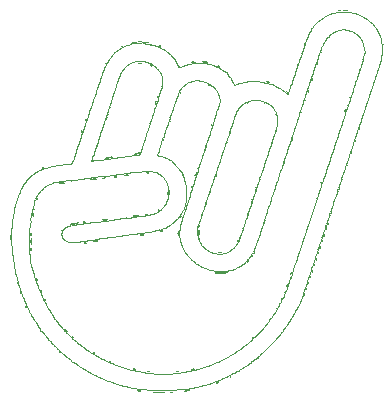
<source format=gbr>
%TF.GenerationSoftware,KiCad,Pcbnew,(6.0.0)*%
%TF.CreationDate,2022-01-22T22:35:58-08:00*%
%TF.ProjectId,switchplate-no-oled,73776974-6368-4706-9c61-74652d6e6f2d,rev?*%
%TF.SameCoordinates,Original*%
%TF.FileFunction,Legend,Top*%
%TF.FilePolarity,Positive*%
%FSLAX46Y46*%
G04 Gerber Fmt 4.6, Leading zero omitted, Abs format (unit mm)*
G04 Created by KiCad (PCBNEW (6.0.0)) date 2022-01-22 22:35:58*
%MOMM*%
%LPD*%
G01*
G04 APERTURE LIST*
%ADD10C,0.045000*%
%ADD11C,0.150000*%
G04 APERTURE END LIST*
D10*
X217988296Y-188136612D02*
X217944931Y-188120214D01*
X217895613Y-188119240D01*
X217872647Y-188119150D01*
X221671453Y-187336830D02*
X221709812Y-187363052D01*
X221753084Y-187344666D01*
X221759083Y-187341592D01*
X221772339Y-187280236D02*
X221724354Y-187289329D01*
X221683676Y-187312132D01*
X221671453Y-187336830D01*
X209027656Y-182961523D02*
X208993137Y-182931076D01*
X208960731Y-182899316D01*
X208929382Y-182865990D01*
X208898660Y-182829919D01*
X208892322Y-182821744D01*
X215906687Y-186369328D02*
X215955461Y-186376472D01*
X216005074Y-186376472D01*
X216049980Y-186370286D01*
X216053849Y-186369328D01*
X216474377Y-188137882D02*
X216537926Y-188139824D01*
X216583613Y-188140895D01*
X216631493Y-188141788D01*
X216681166Y-188142503D01*
X216732235Y-188143038D01*
X216784300Y-188143396D01*
X216836962Y-188143574D01*
X216889825Y-188143574D01*
X216942487Y-188143396D01*
X216994552Y-188143038D01*
X217045621Y-188142503D01*
X217095294Y-188141788D01*
X217143174Y-188140895D01*
X217188861Y-188139824D01*
X217252411Y-188137882D01*
X218987071Y-188014057D02*
X219092164Y-188014057D01*
X214802820Y-186212880D02*
X214802820Y-186172082D01*
X219092164Y-188014057D02*
X219141303Y-188011399D01*
X219190182Y-188005281D01*
X219239710Y-187996402D01*
X219285265Y-187985505D01*
X219302428Y-187980402D01*
X218398347Y-186350914D02*
X218352750Y-186351992D01*
X218307472Y-186356876D01*
X218325243Y-186370043D01*
X218325243Y-186370043D02*
X218373608Y-186376068D01*
X218419560Y-186377285D01*
X218467454Y-186374034D01*
X218493438Y-186369170D01*
X215980268Y-186350040D02*
X215934276Y-186351212D01*
X215889980Y-186359333D01*
X215906687Y-186369328D01*
X216053849Y-186369328D02*
X216008335Y-186350432D01*
X215980268Y-186350040D01*
X214802820Y-186172082D02*
X214760997Y-186151013D01*
X214714269Y-186136297D01*
X214676614Y-186131362D01*
X218493438Y-186369170D02*
X218451559Y-186351786D01*
X218398347Y-186350914D01*
X219407600Y-187946668D02*
X219302428Y-187946668D01*
X219302428Y-187980402D02*
X219407600Y-187946668D01*
X217872647Y-188119150D02*
X217818695Y-188119702D01*
X217769780Y-188121687D01*
X217756997Y-188136612D01*
X217252411Y-188137882D02*
X217302431Y-188135778D01*
X217250578Y-188126766D01*
X217186319Y-188125678D01*
X217134784Y-188125090D01*
X217076524Y-188124620D01*
X217011740Y-188124276D01*
X216940630Y-188124064D01*
X216863394Y-188123992D01*
X210029765Y-173773553D02*
X209756477Y-173796810D01*
X208892322Y-182821744D02*
X208859496Y-182786680D01*
X208832632Y-182790787D01*
X214676614Y-186131362D02*
X214676614Y-186172082D01*
X221759083Y-187341592D02*
X221800080Y-187320076D01*
X221840054Y-187297269D01*
X221792056Y-187279075D01*
X221772339Y-187280236D01*
X206517026Y-178557959D02*
X206492531Y-178515018D01*
X206462063Y-178480766D01*
X206457597Y-178530790D01*
X206465909Y-178581057D01*
X217756997Y-188136612D02*
X217803726Y-188141576D01*
X217849162Y-188143619D01*
X217896188Y-188143619D01*
X217941607Y-188141576D01*
X217988296Y-188136612D01*
X219092164Y-187980402D02*
X218987071Y-188014057D01*
X215261845Y-188006993D02*
X215217871Y-187992653D01*
X215173015Y-187982855D01*
X215126793Y-187974189D01*
X215076108Y-187965877D01*
X214676614Y-186172082D02*
X214718436Y-186193206D01*
X214765164Y-186207941D01*
X214802820Y-186212880D01*
X209041547Y-182993829D02*
X209027656Y-182961523D01*
X206523297Y-178662575D02*
X206537058Y-178619145D01*
X206525249Y-178575183D01*
X206517026Y-178557959D01*
X209819501Y-173832291D02*
X210029765Y-173773553D01*
X215076108Y-187965877D02*
X215027844Y-187959122D01*
X214982524Y-187955019D01*
X214992050Y-187978418D01*
X214992050Y-187978418D02*
X215038927Y-187994470D01*
X215085428Y-188005306D01*
X215134776Y-188013813D01*
X215182211Y-188019489D01*
X215231568Y-188021839D01*
X215261845Y-188006993D01*
X216863394Y-188123992D02*
X216786157Y-188124064D01*
X216715047Y-188124276D01*
X216650263Y-188124620D01*
X216592003Y-188125090D01*
X216540468Y-188125678D01*
X216476209Y-188126766D01*
X216428201Y-188128079D01*
X216383156Y-188131882D01*
X216438792Y-188136470D01*
X216474377Y-188137882D01*
X208832632Y-182790787D02*
X208850083Y-182836208D01*
X208883503Y-182877580D01*
X208921129Y-182913405D01*
X208964936Y-182947827D01*
X209002725Y-182972697D01*
X209041547Y-182993829D01*
X219302428Y-187946668D02*
X219253333Y-187949326D01*
X219204468Y-187955451D01*
X219154932Y-187964347D01*
X219109346Y-187975277D01*
X219092164Y-187980402D01*
X221878225Y-176277754D02*
X221924913Y-176282677D01*
X221970332Y-176284703D01*
X222017358Y-176284703D01*
X222062794Y-176282677D01*
X222109523Y-176277754D01*
X217588008Y-171117111D02*
X217564890Y-171160211D01*
X217557289Y-171206854D01*
X217553971Y-171256279D01*
X217553797Y-171263796D01*
X212111374Y-169981732D02*
X212066346Y-169997063D01*
X212090419Y-170018959D01*
X230435719Y-175798806D02*
X230441634Y-175845969D01*
X230434784Y-175891871D01*
X230429210Y-175900485D01*
X210597534Y-175458366D02*
X210551542Y-175459537D01*
X210507224Y-175467637D01*
X210523874Y-175477575D01*
X215696423Y-173038541D02*
X215745197Y-173045685D01*
X215794810Y-173045685D01*
X215839716Y-173039499D01*
X215843585Y-173038541D01*
X212251153Y-173546700D02*
X212296947Y-173543737D01*
X212348716Y-173538588D01*
X212400573Y-173530742D01*
X212447493Y-173518432D01*
X212461973Y-173503678D01*
X210671115Y-175477575D02*
X210625578Y-175458758D01*
X210597534Y-175458366D01*
X206001406Y-174827812D02*
X206007432Y-174779432D01*
X206008648Y-174733462D01*
X206005397Y-174685569D01*
X206000533Y-174659616D01*
X217121601Y-174481340D02*
X217136761Y-174439351D01*
X217553797Y-171263796D02*
X217554191Y-171312838D01*
X217558024Y-171361377D01*
X217571657Y-171390082D01*
X211123155Y-170089364D02*
X211078041Y-170106014D01*
X211035257Y-170125331D01*
X211060052Y-170128734D01*
X211375488Y-175372324D02*
X211432157Y-175366481D01*
X211483329Y-175360305D01*
X211528810Y-175353900D01*
X211585934Y-175344094D01*
X211640361Y-175331201D01*
X211597760Y-175298453D01*
X211537676Y-175297463D01*
X211513521Y-175297712D01*
X208810883Y-170401228D02*
X208771374Y-170372256D01*
X208723995Y-170368123D01*
X208671491Y-170367577D01*
X208621164Y-170369072D01*
X208607445Y-170369717D01*
X206162776Y-173210944D02*
X206182528Y-173169551D01*
X206196023Y-173121254D01*
X206207060Y-173067735D01*
X206213922Y-173018159D01*
X206213248Y-172972829D01*
X206208257Y-172967500D01*
X206165395Y-173034017D02*
X206150739Y-173083680D01*
X206142485Y-173134471D01*
X206141110Y-173184660D01*
X206162776Y-173210944D01*
X206002756Y-175541789D02*
X206005539Y-175493119D01*
X206007518Y-175439882D01*
X206008693Y-175383804D01*
X206009065Y-175326613D01*
X206008634Y-175270036D01*
X206007398Y-175215800D01*
X206005359Y-175165632D01*
X206002517Y-175121261D01*
X204219597Y-174986006D02*
X204219786Y-175032036D01*
X204220597Y-175084534D01*
X204222414Y-175134979D01*
X204228233Y-175180484D01*
X204236107Y-175143724D01*
X218433510Y-174649615D02*
X218433699Y-174695645D01*
X218434510Y-174748142D01*
X218436327Y-174798584D01*
X218442146Y-174844067D01*
X218450020Y-174807253D01*
X205983150Y-175995259D02*
X205983970Y-176047094D01*
X205987312Y-176093775D01*
X206001327Y-176089873D01*
X230384761Y-175797377D02*
X230405239Y-175753714D01*
X230434125Y-175792137D01*
X230435719Y-175798806D01*
X204236107Y-174828288D02*
X204220893Y-174876006D01*
X204219932Y-174925879D01*
X204219597Y-174986006D01*
X205982277Y-174754707D02*
X205983355Y-174800303D01*
X205988240Y-174845581D01*
X206001406Y-174827812D01*
X215770004Y-173019253D02*
X215724012Y-173020425D01*
X215679715Y-173028546D01*
X215696423Y-173038541D01*
X217136761Y-174439351D02*
X217105170Y-174406004D01*
X217059165Y-174409279D01*
X217022283Y-174437281D01*
X216990950Y-174469910D01*
X216990950Y-174469910D02*
X216960349Y-174506071D01*
X217004920Y-174510391D01*
X206002517Y-175121261D02*
X205988851Y-175167444D01*
X205987696Y-175227693D01*
X205987196Y-175281906D01*
X205987039Y-175343432D01*
X212090419Y-170018959D02*
X212138034Y-170015677D01*
X212183128Y-170005348D01*
X212227033Y-169987867D01*
X212237580Y-169981732D01*
X211239440Y-175375340D02*
X211284470Y-175379763D01*
X211334764Y-175375982D01*
X211375488Y-175372324D01*
X211296351Y-175329938D02*
X211266883Y-175366538D01*
X211239440Y-175375340D01*
X230772110Y-174789553D02*
X230778080Y-174836713D01*
X230771207Y-174882571D01*
X230765602Y-174891153D01*
X204236107Y-175143724D02*
X204240242Y-175089832D01*
X204242230Y-175039181D01*
X204242893Y-174986006D01*
X204242230Y-174932830D01*
X204240242Y-174882179D01*
X204236928Y-174836579D01*
X204236107Y-174828288D01*
X215843585Y-173038541D02*
X215798070Y-173019645D01*
X215770004Y-173019253D01*
X217004920Y-174510391D02*
X217050031Y-174495367D01*
X217096371Y-174484220D01*
X217121601Y-174481340D01*
X211343976Y-170108414D02*
X211396955Y-170106348D01*
X211443692Y-170100899D01*
X211492025Y-170089378D01*
X211522649Y-170065790D01*
X212237580Y-169981732D02*
X212270908Y-169951036D01*
X212221394Y-169951036D01*
X212173845Y-169962895D01*
X212125032Y-169977406D01*
X212111374Y-169981732D01*
X206001327Y-175900644D02*
X205983970Y-175943430D01*
X205983150Y-175995259D01*
X230429210Y-175900485D02*
X230383710Y-175905303D01*
X230371099Y-175858193D01*
X230379313Y-175811557D01*
X230384761Y-175797377D01*
X211513521Y-175297712D02*
X211466766Y-175299021D01*
X211413801Y-175302109D01*
X211368548Y-175306566D01*
X211321457Y-175314613D01*
X211296351Y-175329938D01*
X211522649Y-170065790D02*
X211488412Y-170034848D01*
X211437341Y-170028410D01*
X211383743Y-170030192D01*
X211337633Y-170035484D01*
X211287541Y-170044104D01*
X211234446Y-170055994D01*
X211179325Y-170071100D01*
X211123155Y-170089364D01*
X205987039Y-175343432D02*
X205987241Y-175404683D01*
X205987784Y-175458102D01*
X205988642Y-175503345D01*
X205990227Y-175550357D01*
X205994672Y-175595683D01*
X206002756Y-175541789D01*
X230721152Y-174788045D02*
X230741643Y-174744418D01*
X230770523Y-174782877D01*
X230772110Y-174789553D01*
X215370033Y-174740896D02*
X215320685Y-174739181D01*
X215272522Y-174742798D01*
X215243430Y-174774154D01*
X215243430Y-174774154D02*
X215283668Y-174798536D01*
X215330771Y-174810338D01*
X215379999Y-174816431D01*
X215417500Y-174817810D01*
X210586977Y-173711323D02*
X210541463Y-173692506D01*
X210513397Y-173692114D01*
X217571657Y-171390082D02*
X217591490Y-171342494D01*
X217601045Y-171288224D01*
X217605460Y-171240380D01*
X217606672Y-171194188D01*
X217603213Y-171146630D01*
X217588008Y-171117111D01*
X210513397Y-173692114D02*
X210467405Y-173693285D01*
X210423108Y-173701385D01*
X210439816Y-173711323D01*
X212461973Y-173503678D02*
X212415626Y-173482794D01*
X212359228Y-173475262D01*
X212308962Y-173472817D01*
X212255439Y-173473019D01*
X212201873Y-173475779D01*
X212151481Y-173481007D01*
X212094787Y-173491661D01*
X212051503Y-173510603D01*
X212047715Y-173515108D01*
X208607445Y-170369717D02*
X208561650Y-170372678D01*
X208509881Y-170377828D01*
X208458024Y-170385674D01*
X208411104Y-170397983D01*
X208396625Y-170412738D01*
X206001327Y-176089873D02*
X206007439Y-176039607D01*
X206008857Y-175988859D01*
X206006494Y-175938872D01*
X206001327Y-175900644D01*
X211060052Y-170128734D02*
X211107014Y-170121922D01*
X211158505Y-170116819D01*
X211206342Y-170113298D01*
X211256235Y-170110615D01*
X211305913Y-170108932D01*
X211343976Y-170108414D01*
X215417500Y-174817810D02*
X215465323Y-174816231D01*
X215510770Y-174809892D01*
X215508132Y-174764714D01*
X215451649Y-174750445D01*
X215405593Y-174743983D01*
X215370033Y-174740896D01*
X212047715Y-173515108D02*
X212087193Y-173544119D01*
X212134586Y-173548255D01*
X212187101Y-173548812D01*
X212237433Y-173547337D01*
X212251153Y-173546700D01*
X206000533Y-174659616D02*
X205983149Y-174701495D01*
X205982277Y-174754707D01*
X230765602Y-174891153D02*
X230720124Y-174896029D01*
X230707525Y-174848908D01*
X230715717Y-174802239D01*
X230721152Y-174788045D01*
X210439816Y-173711323D02*
X210488589Y-173718521D01*
X210538203Y-173718521D01*
X210583108Y-173712289D01*
X210586977Y-173711323D01*
X206208257Y-172967500D02*
X206179642Y-173002375D01*
X206165395Y-173034017D01*
X208396625Y-170412738D02*
X208442971Y-170433614D01*
X208499369Y-170441135D01*
X208549635Y-170443569D01*
X208603158Y-170443356D01*
X208656724Y-170440585D01*
X208707116Y-170435347D01*
X208763810Y-170424682D01*
X208807094Y-170405733D01*
X208810883Y-170401228D01*
X210523874Y-175477575D02*
X210572669Y-175484719D01*
X210622319Y-175484719D01*
X210667245Y-175478533D01*
X210671115Y-175477575D01*
X206465909Y-178581057D02*
X206479967Y-178628021D01*
X206509263Y-178664120D01*
X206523297Y-178662575D01*
X221993874Y-176260212D02*
X221939891Y-176260764D01*
X221890953Y-176262752D01*
X221878225Y-176277754D01*
X218450020Y-174491897D02*
X218434806Y-174539570D01*
X218433845Y-174589462D01*
X218433510Y-174649615D01*
X222109523Y-176277754D02*
X222066118Y-176261276D01*
X222016826Y-176260302D01*
X221993874Y-176260212D01*
X218450020Y-174807253D02*
X218454155Y-174753398D01*
X218456143Y-174702767D01*
X218456806Y-174649604D01*
X218456143Y-174596435D01*
X218454155Y-174545787D01*
X218450841Y-174500188D01*
X218450020Y-174491897D01*
X215969791Y-169548106D02*
X215924254Y-169529290D01*
X215896210Y-169528898D01*
X212805269Y-168216512D02*
X212854679Y-168201793D01*
X212804551Y-168188324D01*
X212755988Y-168194120D01*
X212696661Y-168202346D01*
X212651350Y-168209176D01*
X212601589Y-168217079D01*
X212575082Y-168221433D01*
X212308938Y-168295490D02*
X212356797Y-168306797D01*
X212413251Y-168300560D01*
X212466036Y-168292413D01*
X212525987Y-168281580D01*
X212591495Y-168268316D01*
X212637459Y-168258250D01*
X212684701Y-168247294D01*
X212732744Y-168235525D01*
X212781112Y-168223018D01*
X212805269Y-168216512D01*
X212575082Y-168221433D02*
X212528107Y-168229820D01*
X212482865Y-168239065D01*
X212430412Y-168251362D01*
X212384504Y-168263928D01*
X212341057Y-168278527D01*
X212308938Y-168295490D01*
X215177787Y-167841545D02*
X215129568Y-167852434D01*
X215079615Y-167863471D01*
X215027908Y-167874826D01*
X214980736Y-167885143D01*
X214971015Y-167887265D01*
X214971015Y-167887265D02*
X214922779Y-167898591D01*
X214876826Y-167910894D01*
X214827217Y-167926109D01*
X214780890Y-167943184D01*
X214747178Y-167961560D01*
X223149256Y-165101838D02*
X223168862Y-165061516D01*
X216555737Y-163556805D02*
X216542609Y-163512613D01*
X216531845Y-163554661D01*
X215163817Y-167868532D02*
X215177787Y-167841545D01*
X228029785Y-166713865D02*
X228050263Y-166670251D01*
X228079150Y-166708704D01*
X228080744Y-166715373D01*
X224651586Y-163428694D02*
X224708715Y-163416416D01*
X224775772Y-163411692D01*
X224830493Y-163409604D01*
X224891187Y-163408345D01*
X224956108Y-163407894D01*
X225023507Y-163408234D01*
X225091636Y-163409346D01*
X225158748Y-163411212D01*
X225223093Y-163413813D01*
X225282926Y-163417129D01*
X225336496Y-163421144D01*
X225382058Y-163425837D01*
X225431558Y-163434110D01*
X225442161Y-163437187D01*
X223122348Y-165351314D02*
X223089760Y-165318935D01*
X223097564Y-165269642D01*
X223120205Y-165229315D01*
X221324426Y-165539274D02*
X221301129Y-165498459D01*
X221306804Y-165458311D01*
X221311567Y-165548958D02*
X221324426Y-165539274D01*
X216526606Y-163703966D02*
X216547169Y-163659589D01*
X216557457Y-163614908D01*
X216558050Y-163568643D01*
X216555737Y-163556805D01*
X224369329Y-163555138D02*
X224387303Y-163510114D01*
X224429305Y-163484899D01*
X224473397Y-163473846D01*
X224496011Y-163470762D01*
X223549862Y-164169183D02*
X223575255Y-164121025D01*
X223610651Y-164075067D01*
X223640470Y-164039581D01*
X223674047Y-164001484D01*
X223710335Y-163961862D01*
X223748289Y-163921800D01*
X223786863Y-163882385D01*
X223825013Y-163844702D01*
X223861691Y-163809838D01*
X223895853Y-163778877D01*
X223940090Y-163742132D01*
X223980506Y-163716937D01*
X223986424Y-163715793D01*
X224330991Y-163660310D02*
X224355118Y-163622158D01*
X224367454Y-163577624D01*
X224369329Y-163555138D01*
X216502793Y-163701823D02*
X216489614Y-163746183D01*
X216522464Y-163710417D01*
X216526606Y-163703966D01*
X224496011Y-163470762D02*
X224541058Y-163464327D01*
X224588378Y-163454152D01*
X224633804Y-163439237D01*
X224651586Y-163428694D01*
X222972568Y-165689610D02*
X222968049Y-165644169D01*
X222994316Y-165608171D01*
X222810166Y-166213564D02*
X222850050Y-166189679D01*
X222842864Y-166144690D01*
X222830804Y-166128950D01*
X224321704Y-163645149D02*
X224330991Y-163660310D01*
X224136284Y-163626734D02*
X224180850Y-163598218D01*
X224223410Y-163578913D01*
X224270660Y-163567425D01*
X224318525Y-163574233D01*
X224332558Y-163620632D01*
X224321704Y-163645149D01*
X214922438Y-167947272D02*
X214975715Y-167934513D01*
X215026061Y-167920993D01*
X215071544Y-167907346D01*
X215116987Y-167891695D01*
X215159509Y-167871982D01*
X215163817Y-167868532D01*
X223486759Y-164247287D02*
X223524444Y-164222087D01*
X223547865Y-164183390D01*
X223549862Y-164169183D01*
X223371109Y-164445010D02*
X223404480Y-164414029D01*
X223421281Y-164371132D01*
X223423655Y-164347618D01*
X213120706Y-169865289D02*
X213074714Y-169866460D01*
X213030417Y-169874560D01*
X213047125Y-169884498D01*
X228074235Y-166816973D02*
X228028734Y-166821849D01*
X228016123Y-166774728D01*
X228024337Y-166728059D01*
X228029785Y-166713865D01*
X221306804Y-165458311D02*
X221306590Y-165411759D01*
X221280373Y-165397907D01*
X223085201Y-165410607D02*
X223129971Y-165395684D01*
X223122348Y-165351314D01*
X223213391Y-164934040D02*
X223216949Y-164888969D01*
X223228608Y-164842608D01*
X223251771Y-164799584D01*
X223271811Y-164784100D01*
X222994316Y-165608171D02*
X223019919Y-165569902D01*
X223014636Y-165521573D01*
X222829772Y-166070769D02*
X222861476Y-166037542D01*
X222873270Y-165992778D01*
X222877000Y-165943292D01*
X213047125Y-169884498D02*
X213095863Y-169891695D01*
X213145494Y-169891695D01*
X213190416Y-169885463D01*
X213194286Y-169884498D01*
X222679039Y-166533842D02*
X222675351Y-166485067D01*
X222695670Y-166441944D01*
X222720393Y-166426051D01*
X215822550Y-169548106D02*
X215871345Y-169555250D01*
X215920995Y-169555250D01*
X215965921Y-169549064D01*
X215969791Y-169548106D01*
X219937745Y-169645261D02*
X219899477Y-169669526D01*
X219876000Y-169708366D01*
X219874642Y-169711777D01*
X223310467Y-164686152D02*
X223309437Y-164640917D01*
X223333168Y-164601473D01*
X223366505Y-164581456D01*
X222720393Y-166426051D02*
X222755553Y-166396063D01*
X222766567Y-166351562D01*
X222762383Y-166320879D01*
X223986424Y-163715793D02*
X224027999Y-163698037D01*
X224069665Y-163672820D01*
X224111479Y-163644621D01*
X224136284Y-163626734D01*
X223366505Y-164581456D02*
X223409228Y-164561114D01*
X223389705Y-164515988D01*
X223380396Y-164509384D01*
X223423655Y-164347618D02*
X223434475Y-164300971D01*
X223462265Y-164262695D01*
X223486759Y-164247287D01*
X223380396Y-164509384D02*
X223346392Y-164478983D01*
X223371109Y-164445010D01*
X222935420Y-165793433D02*
X222968512Y-165761001D01*
X222976599Y-165715554D01*
X222972568Y-165689610D01*
X219874642Y-169711777D02*
X219857595Y-169759993D01*
X219906019Y-169762577D01*
X219912266Y-169756386D01*
X214747178Y-167961560D02*
X214797038Y-167969766D01*
X214843651Y-167963044D01*
X214890973Y-167954073D01*
X214922438Y-167947272D01*
X221244336Y-165468074D02*
X221263133Y-165512065D01*
X221297763Y-165544043D01*
X221311567Y-165548958D01*
X223168862Y-165061516D02*
X223200324Y-165024061D01*
X223210681Y-164977744D01*
X223213391Y-164934040D01*
X213194286Y-169884498D02*
X213148772Y-169865681D01*
X213120706Y-169865289D01*
X215896210Y-169528898D02*
X215850208Y-169530069D01*
X215805864Y-169538168D01*
X215822550Y-169548106D01*
X228080744Y-166715373D02*
X228086658Y-166762533D01*
X228079809Y-166808391D01*
X228074235Y-166816973D01*
X216531845Y-163554661D02*
X216525791Y-163602164D01*
X216517098Y-163646839D01*
X216505274Y-163693622D01*
X216502793Y-163701823D01*
X222830804Y-166128950D02*
X222805219Y-166089733D01*
X222829772Y-166070769D01*
X222877000Y-165943292D02*
X222880558Y-165898222D01*
X222892217Y-165851869D01*
X222915380Y-165808876D01*
X222935420Y-165793433D01*
X221280373Y-165397907D02*
X221245260Y-165428920D01*
X221244336Y-165468074D01*
X223014636Y-165521573D02*
X223009101Y-165475253D01*
X223031264Y-165434044D01*
X223072817Y-165414142D01*
X223085201Y-165410607D01*
X222762383Y-166320879D02*
X222759579Y-166272974D01*
X222779953Y-166232841D01*
X222810166Y-166213564D01*
X223271811Y-164784100D02*
X223304396Y-164752560D01*
X223313546Y-164705671D01*
X223310467Y-164686152D01*
X223120205Y-165229315D02*
X223141088Y-165187629D01*
X223153394Y-165143315D01*
X223149256Y-165101838D01*
X214235051Y-169729399D02*
X214198270Y-169692727D01*
X214145266Y-169695019D01*
X214100353Y-169699746D01*
X214053381Y-169707052D01*
X214006475Y-169716936D01*
X213961763Y-169729399D01*
X214003832Y-169764324D02*
X214051246Y-169763037D01*
X214100354Y-169758784D01*
X214147945Y-169752050D01*
X214197266Y-169741701D01*
X214235051Y-169729399D01*
X213961763Y-169729399D02*
X213918689Y-169743867D01*
X213959681Y-169763734D01*
X214003832Y-169764324D01*
X219912266Y-169756386D02*
X219945865Y-169719603D01*
X219970088Y-169681520D01*
X219942721Y-169645377D01*
X219937745Y-169645261D01*
X213538853Y-174913060D02*
X213589434Y-174918143D01*
X213640746Y-174919169D01*
X213688764Y-174913243D01*
X213709430Y-174897900D01*
X216476759Y-174484912D02*
X216518158Y-174457686D01*
X216568000Y-174445965D01*
X216613263Y-174440790D01*
X216654161Y-174439351D01*
X214090112Y-173335404D02*
X214054268Y-173306193D01*
X214062410Y-173334213D01*
X209856887Y-173946353D02*
X209806398Y-173965856D01*
X209750718Y-173972919D01*
X209701729Y-173975215D01*
X209649400Y-173975017D01*
X209596300Y-173972392D01*
X209545001Y-173967412D01*
X209498072Y-173960144D01*
X209446742Y-173947017D01*
X209420007Y-173934685D01*
X216084567Y-174551428D02*
X216143705Y-174547635D01*
X216199837Y-174543062D01*
X216252401Y-174537805D01*
X216300836Y-174531958D01*
X216358023Y-174523408D01*
X216405540Y-174514203D01*
X216449309Y-174502120D01*
X216476759Y-174484912D01*
X215686263Y-174606673D02*
X215732783Y-174589798D01*
X215786147Y-174580133D01*
X215840230Y-174572634D01*
X215886364Y-174567294D01*
X215936506Y-174562303D01*
X215989966Y-174557757D01*
X216046055Y-174553751D01*
X216084567Y-174551428D01*
X215433613Y-174665172D02*
X215480495Y-174659575D01*
X215525082Y-174653006D01*
X215576006Y-174643795D01*
X215627385Y-174631897D01*
X215673624Y-174615933D01*
X215686263Y-174606673D01*
X214189251Y-174828288D02*
X214234875Y-174811359D01*
X214283139Y-174801457D01*
X214350816Y-174790274D01*
X214407627Y-174781987D01*
X214474425Y-174772953D01*
X214551755Y-174763100D01*
X214640159Y-174752355D01*
X214688685Y-174746626D01*
X214740183Y-174740648D01*
X214794722Y-174734411D01*
X214852369Y-174727907D01*
X214913193Y-174721126D01*
X214977261Y-174714060D01*
X215044642Y-174706700D01*
X215115404Y-174699036D01*
X215189613Y-174691061D01*
X215267339Y-174682764D01*
X215348650Y-174674137D01*
X215433613Y-174665172D01*
X210218995Y-175382643D02*
X210272141Y-175373773D01*
X210325737Y-175365759D01*
X210372644Y-175359218D01*
X210421543Y-175352772D01*
X210470968Y-175346618D01*
X210519452Y-175340954D01*
X210565529Y-175335974D01*
X210576500Y-175334859D01*
X213933743Y-174859879D02*
X213979433Y-174859234D01*
X214033848Y-174856752D01*
X214083354Y-174852644D01*
X214133395Y-174845922D01*
X214178408Y-174834636D01*
X214189251Y-174828288D01*
X213709430Y-174897900D02*
X213754127Y-174875170D01*
X213799729Y-174867445D01*
X213846622Y-174862872D01*
X213899687Y-174860318D01*
X213933743Y-174859879D01*
X214062410Y-173334213D02*
X214049979Y-173381821D01*
X214001906Y-173401542D01*
X213953885Y-173410761D01*
X213893617Y-173416700D01*
X213840653Y-173418932D01*
X213781249Y-173419203D01*
X213738164Y-173418271D01*
X214538978Y-173340563D02*
X214492564Y-173365620D01*
X214436616Y-173378623D01*
X214387479Y-173384311D01*
X214334909Y-173386547D01*
X214281348Y-173385360D01*
X214229240Y-173380779D01*
X214181030Y-173372832D01*
X214127038Y-173357050D01*
X214090112Y-173335404D01*
X213276042Y-174935365D02*
X213325310Y-174919634D01*
X213373696Y-174911924D01*
X213418572Y-174908420D01*
X213465340Y-174907760D01*
X213511897Y-174910120D01*
X213538853Y-174913060D01*
X210116204Y-173925318D02*
X210069578Y-173924079D01*
X210014140Y-173924316D01*
X209963801Y-173926380D01*
X209913047Y-173931032D01*
X209867648Y-173940454D01*
X209856887Y-173946353D01*
X213738164Y-173418271D02*
X213688954Y-173419153D01*
X213642818Y-173424492D01*
X213596374Y-173435487D01*
X213554750Y-173455576D01*
X213544886Y-173466134D01*
X209756477Y-173796810D02*
X209707021Y-173801421D01*
X209660406Y-173806580D01*
X209595948Y-173815303D01*
X209538236Y-173825150D01*
X209487481Y-173836053D01*
X209443898Y-173847947D01*
X209397309Y-173865233D01*
X209358301Y-173888916D01*
X209341346Y-173925398D01*
X209483110Y-173892457D02*
X209530004Y-173889378D01*
X209578936Y-173883179D01*
X209633951Y-173874190D01*
X209680533Y-173865315D01*
X209727905Y-173855208D01*
X209774687Y-173844118D01*
X209819501Y-173832291D01*
X209214902Y-174060811D02*
X209163805Y-174065792D01*
X209120030Y-174077261D01*
X209076185Y-174096627D01*
X209041547Y-174123914D01*
X212477530Y-175047918D02*
X212549456Y-175043378D01*
X212619527Y-175038354D01*
X212687510Y-175032878D01*
X212753175Y-175026982D01*
X212816290Y-175020700D01*
X212876624Y-175014063D01*
X212933944Y-175007104D01*
X212988020Y-174999856D01*
X213038620Y-174992351D01*
X213085512Y-174984622D01*
X213148392Y-174972680D01*
X213201628Y-174960416D01*
X213256256Y-174943755D01*
X213276042Y-174935365D01*
X212249724Y-175086018D02*
X212292539Y-175070759D01*
X212343430Y-175061510D01*
X212397141Y-175054630D01*
X212446610Y-175050038D01*
X212477530Y-175047918D01*
X211999296Y-175112133D02*
X212044881Y-175111600D01*
X212098896Y-175109548D01*
X212147738Y-175106151D01*
X212196697Y-175100594D01*
X212243162Y-175089982D01*
X212249724Y-175086018D01*
X208795881Y-175196270D02*
X208846396Y-175244544D01*
X208900577Y-175287745D01*
X208958738Y-175325914D01*
X209021189Y-175359090D01*
X209088244Y-175387315D01*
X209160215Y-175410630D01*
X209237414Y-175429074D01*
X209320153Y-175442690D01*
X209408744Y-175451516D01*
X209455333Y-175454147D01*
X209503501Y-175455595D01*
X209553289Y-175455867D01*
X209604735Y-175454967D01*
X209657879Y-175452900D01*
X209712759Y-175449672D01*
X209769414Y-175445288D01*
X209827884Y-175439752D01*
X209888207Y-175433070D01*
X209950424Y-175425246D01*
X210014571Y-175416287D01*
X210080690Y-175406196D01*
X210148818Y-175394980D01*
X210218995Y-175382643D01*
X213276757Y-173509473D02*
X213228325Y-173508463D01*
X213180979Y-173509267D01*
X213135909Y-173511741D01*
X213084583Y-173516965D01*
X213033409Y-173525991D01*
X212989450Y-173541908D01*
X212986324Y-173544160D01*
X211066958Y-175234132D02*
X211129285Y-175233621D01*
X211192115Y-175232138D01*
X211254825Y-175229757D01*
X211316789Y-175226551D01*
X211377383Y-175222593D01*
X211435983Y-175217958D01*
X211491965Y-175212717D01*
X211544705Y-175206946D01*
X211593578Y-175200716D01*
X211658271Y-175190675D01*
X211710754Y-175180018D01*
X211758092Y-175165278D01*
X211774982Y-175150471D01*
X208640703Y-174382597D02*
X208603297Y-174408781D01*
X208610064Y-174434667D01*
X208610064Y-174434667D02*
X208643740Y-174470681D01*
X208666547Y-174512972D01*
X208680564Y-174556006D01*
X208678478Y-174601634D01*
X208666341Y-174607546D01*
X210610155Y-173850547D02*
X210556154Y-173851387D01*
X210506136Y-173853805D01*
X210461093Y-173857641D01*
X210413295Y-173864194D01*
X210365726Y-173876097D01*
X210345201Y-173892616D01*
X211774982Y-175150471D02*
X211819702Y-175127592D01*
X211865315Y-175119790D01*
X211912209Y-175115165D01*
X211965259Y-175112578D01*
X211999296Y-175112133D01*
X208650863Y-175104037D02*
X208697343Y-175117312D01*
X208737263Y-175143759D01*
X208774716Y-175175426D01*
X208795881Y-175196270D01*
X208803581Y-174313144D02*
X208775843Y-174356406D01*
X208748098Y-174393287D01*
X208716290Y-174426849D01*
X208693567Y-174439351D01*
X208645783Y-174906075D02*
X208676561Y-174943778D01*
X208693392Y-174986107D01*
X208676627Y-175031300D01*
X208661738Y-175050697D01*
X210345201Y-173892616D02*
X210300936Y-173916284D01*
X210255012Y-173922843D01*
X210207103Y-173925822D01*
X210152043Y-173926310D01*
X210116204Y-173925318D01*
X208666341Y-174607546D02*
X208624837Y-174635258D01*
X208606976Y-174681094D01*
X208600191Y-174727074D01*
X208600390Y-174776772D01*
X208607862Y-174825977D01*
X208622897Y-174870481D01*
X208645783Y-174906075D01*
X208933676Y-174187018D02*
X208889883Y-174208633D01*
X208854685Y-174242750D01*
X208823896Y-174281718D01*
X208803581Y-174313144D01*
X211937463Y-173685765D02*
X211886343Y-173699434D01*
X211836232Y-173707400D01*
X211790307Y-173713273D01*
X211738234Y-173718953D01*
X211680913Y-173724344D01*
X211619244Y-173729349D01*
X211554129Y-173733872D01*
X211486467Y-173737817D01*
X211440389Y-173740079D01*
X211417160Y-173741089D01*
X212468879Y-173618851D02*
X212421390Y-173622141D01*
X212374534Y-173625711D01*
X212328584Y-173629524D01*
X212261952Y-173635628D01*
X212198888Y-173642088D01*
X212140310Y-173648790D01*
X212087138Y-173655618D01*
X212040289Y-173662458D01*
X211989250Y-173671394D01*
X211941596Y-173683853D01*
X211937463Y-173685765D01*
X209041547Y-174123914D02*
X209006365Y-174156562D01*
X208966397Y-174179368D01*
X208933676Y-174187018D01*
X208661738Y-175050697D02*
X208636936Y-175089804D01*
X208650863Y-175104037D01*
X216842756Y-174396568D02*
X216881196Y-174371389D01*
X216906653Y-174376962D01*
X210835659Y-175273899D02*
X210881020Y-175254952D01*
X210931740Y-175244450D01*
X210983218Y-175238028D01*
X211029317Y-175234919D01*
X211066958Y-175234132D01*
X210576500Y-175334859D02*
X210630434Y-175328350D01*
X210682433Y-175320013D01*
X210730423Y-175310332D01*
X210779796Y-175297625D01*
X210825800Y-175280207D01*
X210835659Y-175273899D01*
X208683804Y-174397758D02*
X208640703Y-174382597D01*
X209420007Y-173934685D02*
X209443577Y-173893660D01*
X209483110Y-173892457D01*
X210920432Y-173805224D02*
X210874551Y-173824826D01*
X210820901Y-173835655D01*
X210765743Y-173842778D01*
X210716566Y-173846970D01*
X210664280Y-173849621D01*
X210610155Y-173850547D01*
X211417160Y-173741089D02*
X211370939Y-173743235D01*
X211325553Y-173745785D01*
X211259597Y-173750291D01*
X211196953Y-173755516D01*
X211138479Y-173761349D01*
X211085035Y-173767679D01*
X211037480Y-173774394D01*
X210984721Y-173783754D01*
X210938747Y-173795735D01*
X210920432Y-173805224D01*
X208693567Y-174439351D02*
X208683804Y-174397758D01*
X209341346Y-173925398D02*
X209344421Y-173974679D01*
X209330801Y-174021613D01*
X209294822Y-174049356D01*
X209243190Y-174059830D01*
X209214902Y-174060811D01*
X212986324Y-173544160D02*
X212939324Y-173561200D01*
X212890715Y-173571495D01*
X212845502Y-173579249D01*
X212793780Y-173586888D01*
X212736443Y-173594283D01*
X212674389Y-173601305D01*
X212608513Y-173607827D01*
X212562915Y-173611832D01*
X212516281Y-173615519D01*
X212468879Y-173618851D01*
X213544886Y-173466134D02*
X213504098Y-173492627D01*
X213460202Y-173502983D01*
X213412989Y-173508357D01*
X213356453Y-173510710D01*
X213304728Y-173510383D01*
X213276757Y-173509473D01*
X216654161Y-174439351D02*
X216703450Y-174437416D01*
X216749210Y-174432008D01*
X216794656Y-174422108D01*
X216836870Y-174403052D01*
X216842756Y-174396568D01*
X217471565Y-172053974D02*
X217460199Y-172101867D01*
X217441723Y-172149339D01*
X217421451Y-172190836D01*
X217397782Y-172232003D01*
X217371690Y-172270875D01*
X217349724Y-172299004D01*
X214829172Y-173213563D02*
X214882166Y-173210987D01*
X214929218Y-173211186D01*
X214976085Y-173214852D01*
X215022278Y-173226759D01*
X215034118Y-173240788D01*
X207051537Y-170918992D02*
X207055377Y-170870551D01*
X207081240Y-170829237D01*
X207108131Y-170800802D01*
X214652960Y-173182051D02*
X214686134Y-173214607D01*
X214739075Y-173217502D01*
X214791614Y-173215933D01*
X214829172Y-173213563D01*
X215638083Y-173203562D02*
X215596124Y-173226221D01*
X215540496Y-173242243D01*
X215492060Y-173249918D01*
X215439626Y-173253883D01*
X215384778Y-173254148D01*
X215329096Y-173250722D01*
X215274164Y-173243615D01*
X215221563Y-173232837D01*
X215172876Y-173218397D01*
X215129686Y-173200307D01*
X215839933Y-173172050D02*
X215794464Y-173170355D01*
X215749402Y-173172658D01*
X215701079Y-173179811D01*
X215656901Y-173193020D01*
X215638083Y-173203562D01*
X216043292Y-173135696D02*
X215997814Y-173157441D01*
X215952313Y-173167738D01*
X215900684Y-173173066D01*
X215854955Y-173173075D01*
X215839933Y-173172050D01*
X216282449Y-173066164D02*
X216235648Y-173072882D01*
X216189537Y-173081951D01*
X216137807Y-173095155D01*
X216093126Y-173109983D01*
X216050224Y-173130619D01*
X216043292Y-173135696D01*
X216611061Y-172947101D02*
X216568550Y-172962047D01*
X216526235Y-172981486D01*
X216488801Y-173006684D01*
X216484299Y-173012109D01*
X216810689Y-172719295D02*
X216830318Y-172765038D01*
X216821355Y-172811961D01*
X216793511Y-172850291D01*
X216758744Y-172879482D01*
X216713527Y-172906619D01*
X216658461Y-172931015D01*
X216611061Y-172947101D01*
X216826485Y-172705325D02*
X216789858Y-172677896D01*
X216810689Y-172719295D01*
X217031590Y-172668575D02*
X217009398Y-172710370D01*
X216963183Y-172731063D01*
X216913658Y-172735212D01*
X216863331Y-172725319D01*
X216826485Y-172705325D01*
X217241854Y-172473074D02*
X217217327Y-172494346D01*
X217349724Y-172299004D02*
X217317751Y-172339108D01*
X217289536Y-172378435D01*
X217263366Y-172420130D01*
X217244057Y-172461241D01*
X217241854Y-172473074D01*
X208590776Y-170288833D02*
X208640685Y-170284628D01*
X208688793Y-170279809D01*
X208734494Y-170274480D01*
X208790640Y-170266764D01*
X208840000Y-170258578D01*
X208889972Y-170248065D01*
X208933024Y-170233695D01*
X208940185Y-170227953D01*
X217531890Y-171947691D02*
X217495059Y-171974579D01*
X217477807Y-172019824D01*
X217471565Y-172053974D01*
X216761794Y-169603193D02*
X216805798Y-169617029D01*
X216821325Y-169645261D01*
X207108131Y-170800802D02*
X207144171Y-170772053D01*
X207186993Y-170755210D01*
X207192507Y-170763655D01*
X217667383Y-171429452D02*
X217635134Y-171472086D01*
X217618829Y-171518859D01*
X217609454Y-171569768D01*
X217608180Y-171616468D01*
X217625902Y-171661594D01*
X217634601Y-171663846D01*
X210835977Y-169991098D02*
X210882166Y-169994152D01*
X210936627Y-169995748D01*
X210985585Y-169994994D01*
X211034256Y-169991171D01*
X211079450Y-169979930D01*
X211085373Y-169974826D01*
X217367028Y-170170009D02*
X217400761Y-170206190D01*
X217424538Y-170244956D01*
X217427671Y-170281690D01*
X212718592Y-169773531D02*
X212761737Y-169751009D01*
X212807779Y-169740058D01*
X212854925Y-169734843D01*
X212909910Y-169733202D01*
X212959455Y-169734473D01*
X213013867Y-169738051D01*
X211377949Y-169939663D02*
X211435965Y-169938843D01*
X211488422Y-169936459D01*
X211534649Y-169932618D01*
X211582650Y-169925934D01*
X211629241Y-169913443D01*
X211648856Y-169895372D01*
X209417784Y-170244542D02*
X209453652Y-170273751D01*
X209445486Y-170245733D01*
X216821325Y-169645261D02*
X216852042Y-169681226D01*
X216884984Y-169687330D01*
X211085373Y-169974826D02*
X211128533Y-169958088D01*
X211180285Y-169949981D01*
X211234621Y-169944765D01*
X211283741Y-169941802D01*
X211336588Y-169940069D01*
X211377949Y-169939663D01*
X210326469Y-170065790D02*
X210372053Y-170064835D01*
X210426218Y-170061162D01*
X210475366Y-170055081D01*
X210524866Y-170045132D01*
X210569039Y-170028430D01*
X210579437Y-170019038D01*
X215441550Y-169443887D02*
X215497522Y-169419913D01*
X215543843Y-169410644D01*
X215599785Y-169403172D01*
X215663395Y-169397484D01*
X215732723Y-169393568D01*
X215805816Y-169391411D01*
X215880722Y-169391003D01*
X215955489Y-169392330D01*
X216028166Y-169395381D01*
X216096800Y-169400143D01*
X216159441Y-169406605D01*
X216214135Y-169414754D01*
X216258932Y-169424578D01*
X216303298Y-169442430D01*
X216311024Y-169449205D01*
X209985633Y-170126432D02*
X210030375Y-170108456D01*
X210078628Y-170095055D01*
X210133935Y-170083609D01*
X210181421Y-170076187D01*
X210230272Y-170070577D01*
X210279088Y-170067028D01*
X210326469Y-170065790D01*
X209445486Y-170245733D02*
X209455116Y-170200816D01*
X209502622Y-170174806D01*
X209548202Y-170162544D01*
X209601630Y-170155231D01*
X209660094Y-170153626D01*
X209705554Y-170156624D01*
X209751080Y-170163580D01*
X210579437Y-170019038D02*
X210624598Y-169995732D01*
X210669860Y-169988896D01*
X210717412Y-169986505D01*
X210773050Y-169987210D01*
X210822847Y-169990061D01*
X210835977Y-169991098D01*
X207236560Y-170728253D02*
X207276189Y-170686553D01*
X207314825Y-170657801D01*
X207361615Y-170627772D01*
X207414115Y-170597710D01*
X207469881Y-170568858D01*
X207526465Y-170542462D01*
X207581424Y-170519765D01*
X207632312Y-170502013D01*
X207676684Y-170490449D01*
X207712095Y-170486318D01*
X216687896Y-169560251D02*
X216720661Y-169593367D01*
X216761794Y-169603193D01*
X216311024Y-169449205D02*
X216352389Y-169476681D01*
X216397459Y-169492738D01*
X216442733Y-169503233D01*
X216491150Y-169509807D01*
X216515652Y-169511356D01*
X217578324Y-171861490D02*
X217572702Y-171906215D01*
X217547821Y-171945406D01*
X217531890Y-171947691D01*
X217668812Y-171015988D02*
X217690285Y-171062451D01*
X217698968Y-171118892D01*
X217702541Y-171169163D01*
X217703607Y-171222660D01*
X217702176Y-171276161D01*
X217698259Y-171326444D01*
X217689187Y-171382915D01*
X217671697Y-171425771D01*
X217667383Y-171429452D01*
X217439418Y-170318123D02*
X217480494Y-170351290D01*
X217511026Y-170404314D01*
X217534169Y-170456258D01*
X217556595Y-170515965D01*
X217570734Y-170558894D01*
X217583936Y-170603492D01*
X217595953Y-170649046D01*
X217606537Y-170694843D01*
X217615441Y-170740171D01*
X217625107Y-170805722D01*
X217629601Y-170866207D01*
X213360259Y-169652881D02*
X213412979Y-169653776D01*
X213474463Y-169653131D01*
X213543154Y-169651087D01*
X213617492Y-169647784D01*
X213695918Y-169643361D01*
X213776874Y-169637960D01*
X213858802Y-169631720D01*
X213940142Y-169624782D01*
X214019337Y-169617286D01*
X214094827Y-169609372D01*
X214165053Y-169601180D01*
X214228458Y-169592851D01*
X214283483Y-169584525D01*
X214328568Y-169576341D01*
X214374151Y-169564641D01*
X214382688Y-169560965D01*
X207937124Y-170390275D02*
X207983371Y-170381214D01*
X208027483Y-170371917D01*
X208072483Y-170361933D01*
X208122016Y-170350334D01*
X208158421Y-170341221D01*
X216884984Y-169687330D02*
X216935968Y-169706872D01*
X216978671Y-169734311D01*
X217026986Y-169770390D01*
X217078075Y-169812537D01*
X217112274Y-169842736D01*
X217145601Y-169873726D01*
X217192119Y-169920029D01*
X217231946Y-169963826D01*
X217262242Y-170002544D01*
X217283843Y-170048804D01*
X209751080Y-170163580D02*
X209798976Y-170168162D01*
X209844857Y-170165898D01*
X209892142Y-170158405D01*
X209937939Y-170146145D01*
X209985633Y-170126432D01*
X207036456Y-170936216D02*
X207051537Y-170918992D01*
X213263898Y-169703602D02*
X213294286Y-169670288D01*
X213336828Y-169654485D01*
X213360259Y-169652881D01*
X217629601Y-170866207D02*
X217633013Y-170911379D01*
X217641320Y-170957743D01*
X217656405Y-171000644D01*
X217668812Y-171015988D01*
X211648856Y-169895372D02*
X211688269Y-169869934D01*
X211733881Y-169860529D01*
X211782706Y-169854830D01*
X211827831Y-169851862D01*
X211877563Y-169850457D01*
X211890632Y-169850366D01*
X216515652Y-169511356D02*
X216563120Y-169515085D01*
X216612836Y-169523509D01*
X216657541Y-169537195D01*
X216687896Y-169560251D01*
X213013867Y-169738051D02*
X213070348Y-169741939D01*
X213118980Y-169743573D01*
X213169220Y-169742380D01*
X213214862Y-169736090D01*
X213255625Y-169716408D01*
X213263898Y-169703602D01*
X217427671Y-170281690D02*
X217439418Y-170318123D01*
X207712095Y-170486318D02*
X207757323Y-170477797D01*
X207795314Y-170452949D01*
X207797979Y-170449171D01*
X214810281Y-173288017D02*
X214764325Y-173290027D01*
X214708728Y-173294953D01*
X214657207Y-173302166D01*
X214611929Y-173311246D01*
X214563155Y-173326290D01*
X214538978Y-173340563D01*
X215129686Y-173200307D02*
X215084191Y-173180931D01*
X215033472Y-173165002D01*
X214979395Y-173152591D01*
X214923824Y-173143771D01*
X214868627Y-173138613D01*
X214815668Y-173137189D01*
X214766814Y-173139573D01*
X214711287Y-173148798D01*
X214663543Y-173170288D01*
X214652960Y-173182051D01*
X211890632Y-169850366D02*
X211938577Y-169850140D01*
X211984928Y-169849790D01*
X212072916Y-169848711D01*
X212154729Y-169847116D01*
X212230506Y-169844991D01*
X212300382Y-169842323D01*
X212364495Y-169839100D01*
X212422979Y-169835310D01*
X212475972Y-169830939D01*
X212523610Y-169825974D01*
X212585324Y-169817386D01*
X212635757Y-169807392D01*
X212686248Y-169791801D01*
X212718592Y-169773531D01*
X207797979Y-170449171D02*
X207834852Y-170422609D01*
X207879079Y-170405085D01*
X207925170Y-170392673D01*
X207937124Y-170390275D01*
X216484299Y-173012109D02*
X216441340Y-173034277D01*
X216394417Y-173047162D01*
X216345573Y-173057045D01*
X216300922Y-173063887D01*
X216282449Y-173066164D01*
X214667168Y-169514848D02*
X214753722Y-169514494D01*
X214835048Y-169513609D01*
X214911178Y-169512190D01*
X214982140Y-169510234D01*
X215047965Y-169507739D01*
X215108682Y-169504701D01*
X215164322Y-169501119D01*
X215214914Y-169496988D01*
X215260490Y-169492307D01*
X215319510Y-169484247D01*
X215367411Y-169474932D01*
X215414155Y-169460544D01*
X215441550Y-169443887D01*
X215034118Y-173240788D02*
X214995755Y-173265163D01*
X214943986Y-173276552D01*
X214897192Y-173282691D01*
X214844251Y-173286743D01*
X214810281Y-173288017D01*
X217217327Y-172494346D02*
X217169059Y-172506033D01*
X217129913Y-172535449D01*
X217090244Y-172573469D01*
X217056593Y-172613959D01*
X217033361Y-172657174D01*
X217031590Y-172668575D01*
X217628727Y-171714249D02*
X217602651Y-171754449D01*
X217586967Y-171798856D01*
X217578908Y-171846230D01*
X217578324Y-171861490D01*
X217634601Y-171663846D02*
X217631638Y-171711296D01*
X217628727Y-171714249D01*
X214382688Y-169560965D02*
X214431658Y-169543133D01*
X214482673Y-169531776D01*
X214531363Y-169524145D01*
X214583237Y-169518571D01*
X214636015Y-169515421D01*
X214667168Y-169514848D01*
X208940185Y-170227953D02*
X208991574Y-170203761D01*
X209036407Y-170196825D01*
X209089639Y-170193178D01*
X209148001Y-170192707D01*
X209208224Y-170195297D01*
X209267036Y-170200837D01*
X209321169Y-170209211D01*
X209367354Y-170220307D01*
X209410917Y-170239140D01*
X209417784Y-170244542D01*
X208158421Y-170341221D02*
X208204388Y-170331956D01*
X208260401Y-170323384D01*
X208314309Y-170316275D01*
X208374382Y-170309178D01*
X208422417Y-170303995D01*
X208472175Y-170299034D01*
X208522908Y-170294385D01*
X208573868Y-170290141D01*
X208590776Y-170288833D01*
X207192507Y-170763655D02*
X207232201Y-170735538D01*
X207236560Y-170728253D01*
X217283843Y-170048804D02*
X217300468Y-170091283D01*
X217327491Y-170128672D01*
X217358560Y-170162111D01*
X217367028Y-170170009D01*
X207268072Y-180604563D02*
X207229525Y-180579490D01*
X207203276Y-180542758D01*
X207179685Y-180501209D01*
X207176394Y-180494708D01*
X206628389Y-179220025D02*
X206620543Y-179173814D01*
X206607711Y-179127692D01*
X206589522Y-179082583D01*
X206574176Y-179057148D01*
X206515439Y-171739887D02*
X206508958Y-171692334D01*
X206487337Y-171651943D01*
X206477180Y-171643367D01*
X206417966Y-171698136D02*
X206464545Y-171696372D01*
X206480593Y-171729727D01*
X206413204Y-171789973D02*
X206403886Y-171745662D01*
X206416424Y-171700743D01*
X206417966Y-171698136D01*
X206373675Y-171832042D02*
X206415665Y-171815085D01*
X206413204Y-171789973D01*
X206232308Y-172346868D02*
X206255943Y-172302718D01*
X206275672Y-172257908D01*
X206291581Y-172210946D01*
X206298348Y-172167242D01*
X207785200Y-181491340D02*
X207762350Y-181448509D01*
X207730939Y-181416276D01*
X207695824Y-181385533D01*
X206108324Y-177697455D02*
X206113507Y-177649294D01*
X206109912Y-177603385D01*
X206092211Y-177568788D01*
X206866990Y-179822084D02*
X206871936Y-179775151D01*
X206846353Y-179738026D01*
X208055789Y-181924727D02*
X208011774Y-181914754D01*
X207990225Y-181886469D01*
X206960177Y-179947814D02*
X206935171Y-179908101D01*
X206915409Y-179906222D01*
X206245564Y-172622537D02*
X206230761Y-172576562D01*
X206219926Y-172558323D01*
X206065303Y-173139189D02*
X206061083Y-173091275D01*
X206061996Y-173044383D01*
X206068773Y-172997187D01*
X206084909Y-172956547D01*
X206829287Y-179674923D02*
X206846204Y-179633119D01*
X206863407Y-179590574D01*
X206880325Y-179548717D01*
X206915409Y-179906222D02*
X206872006Y-179893300D01*
X206861904Y-179847417D01*
X206866990Y-179822084D01*
X206018234Y-173664095D02*
X205988440Y-173616620D01*
X205977072Y-173564642D01*
X205972887Y-173519510D01*
X205972345Y-173472087D01*
X205975375Y-173425057D01*
X205984851Y-173367602D01*
X206000387Y-173321976D01*
X206028076Y-173291271D01*
X207149565Y-180283967D02*
X207121767Y-180322007D01*
X207081934Y-180300012D01*
X207057425Y-180254634D01*
X207031419Y-180200070D01*
X207007166Y-180147522D01*
X205980213Y-177104683D02*
X205983623Y-177055934D01*
X205981602Y-177009227D01*
X205966534Y-176965423D01*
X205959338Y-176962522D01*
X206092211Y-177568788D02*
X206069052Y-177526713D01*
X206059377Y-177479706D01*
X206055825Y-177431283D01*
X206055778Y-177425040D01*
X206242309Y-178077899D02*
X206221130Y-178030448D01*
X206205352Y-177981346D01*
X206195977Y-177934978D01*
X206194942Y-177886440D01*
X206196589Y-177878191D01*
X206862386Y-179485693D02*
X206823194Y-179512534D01*
X206804186Y-179555501D01*
X206803331Y-179559274D01*
X206347084Y-178508508D02*
X206330195Y-178465414D01*
X206318169Y-178416328D01*
X206311019Y-178370153D01*
X206307873Y-178319278D01*
X207143294Y-180386202D02*
X207174638Y-180351395D01*
X207180601Y-180313812D01*
X206307873Y-178319278D02*
X206303793Y-178271804D01*
X206294681Y-178224911D01*
X206281347Y-178175826D01*
X206264701Y-178127895D01*
X206245653Y-178084464D01*
X206242309Y-178077899D01*
X207302997Y-180697432D02*
X207297325Y-180651454D01*
X207280964Y-180607938D01*
X207268072Y-180604563D01*
X207401501Y-180918967D02*
X207393614Y-180871383D01*
X207369157Y-180831259D01*
X207355543Y-180823082D01*
X206116103Y-172801448D02*
X206118658Y-172749943D01*
X206131990Y-172701304D01*
X206153214Y-172659524D01*
X206185038Y-172624063D01*
X206230069Y-172613016D01*
X206245564Y-172622537D01*
X206028076Y-173291271D02*
X206060877Y-173255250D01*
X206069525Y-173209195D01*
X206068117Y-173162193D01*
X206065303Y-173139189D01*
X206152060Y-177803579D02*
X206110559Y-177784924D01*
X206103041Y-177735426D01*
X206108324Y-177697455D01*
X206196589Y-177878191D02*
X206197780Y-177830894D01*
X206159393Y-177803896D01*
X206152060Y-177803579D01*
X206574176Y-179057148D02*
X206546346Y-179015614D01*
X206522564Y-178972744D01*
X206499930Y-178926079D01*
X206480023Y-178879101D01*
X206464422Y-178835289D01*
X206453606Y-178791797D01*
X206880325Y-179548717D02*
X206884917Y-179502107D01*
X206862386Y-179485693D01*
X207640579Y-181161537D02*
X207602894Y-181187571D01*
X207556620Y-181173309D01*
X207533445Y-181133454D01*
X207521913Y-181108991D01*
X207879894Y-181679617D02*
X207852882Y-181636997D01*
X207829281Y-181597058D01*
X207806531Y-181554790D01*
X207787806Y-181512308D01*
X207785200Y-181491340D01*
X206008232Y-173727833D02*
X206040200Y-173694327D01*
X206018234Y-173664095D01*
X205947431Y-173972943D02*
X205949402Y-173926944D01*
X205954501Y-173874107D01*
X205962276Y-173827472D01*
X205974755Y-173781235D01*
X205995973Y-173739191D01*
X206008232Y-173727833D01*
X205914967Y-176539850D02*
X205904375Y-176491734D01*
X205894889Y-176403738D01*
X205890573Y-176346601D01*
X205886548Y-176281671D01*
X205882818Y-176209677D01*
X205879389Y-176131343D01*
X205876266Y-176047396D01*
X205873452Y-175958562D01*
X205870954Y-175865567D01*
X205868775Y-175769138D01*
X205866921Y-175670001D01*
X205865396Y-175568882D01*
X205864205Y-175466507D01*
X205863353Y-175363602D01*
X205862845Y-175260894D01*
X205862685Y-175159108D01*
X205862879Y-175058971D01*
X205863430Y-174961210D01*
X205864345Y-174866549D01*
X205865627Y-174775716D01*
X205867281Y-174689437D01*
X205869313Y-174608437D01*
X205871727Y-174533444D01*
X205874528Y-174465183D01*
X205877721Y-174404380D01*
X205881310Y-174351762D01*
X205889696Y-174273984D01*
X205899727Y-174237659D01*
X205940208Y-176802661D02*
X205943712Y-176750628D01*
X205943418Y-176704988D01*
X205940416Y-176659528D01*
X205933524Y-176608184D01*
X205923373Y-176563787D01*
X205914967Y-176539850D01*
X206453606Y-178791797D02*
X206441916Y-178742431D01*
X206427791Y-178698067D01*
X206410125Y-178649504D01*
X206390038Y-178599731D01*
X206368650Y-178551736D01*
X206347084Y-178508508D01*
X207176394Y-180494708D02*
X207156435Y-180452163D01*
X207139389Y-180406704D01*
X207143294Y-180386202D01*
X207521913Y-181108991D02*
X207499787Y-181066518D01*
X207473469Y-181028111D01*
X207436744Y-180999612D01*
X207355543Y-180823082D02*
X207324867Y-180788093D01*
X207309198Y-180741498D01*
X207302997Y-180697432D01*
X206055778Y-177425040D02*
X206052145Y-177375765D01*
X206042254Y-177331119D01*
X206023391Y-177289325D01*
X206009741Y-177275418D01*
X206803331Y-179559274D02*
X206757710Y-179553969D01*
X206729780Y-179511911D01*
X206707815Y-179470456D01*
X206686295Y-179423059D01*
X206666406Y-179372019D01*
X206649335Y-179319635D01*
X206636267Y-179268204D01*
X206628389Y-179220025D01*
X207436744Y-180999612D02*
X207407545Y-180963982D01*
X207401501Y-180918967D01*
X205959338Y-176962522D02*
X205938947Y-176920873D01*
X205935982Y-176871818D01*
X205938534Y-176818949D01*
X205940208Y-176802661D01*
X206810951Y-171097903D02*
X206848736Y-171060795D01*
X206885633Y-171027187D01*
X206920713Y-170997742D01*
X206960600Y-170967803D01*
X207000260Y-170943659D01*
X207036456Y-170936216D01*
X206480593Y-171729727D02*
X206498413Y-171771119D01*
X206515439Y-171739887D01*
X206298348Y-172167242D02*
X206295935Y-172109140D01*
X206295556Y-172056224D01*
X206297186Y-172008608D01*
X206302439Y-171953566D01*
X206311157Y-171908427D01*
X206330598Y-171859888D01*
X206368081Y-171832391D01*
X206373675Y-171832042D01*
X207007166Y-180147522D02*
X206986793Y-180098746D01*
X206971027Y-180052130D01*
X206959333Y-180004160D01*
X206957120Y-179955952D01*
X206960177Y-179947814D01*
X206663235Y-171285307D02*
X206682354Y-171242386D01*
X206714485Y-171202509D01*
X206750067Y-171162181D01*
X206783447Y-171126352D01*
X206810951Y-171097903D01*
X206009741Y-177275418D02*
X205986829Y-177235160D01*
X205978847Y-177188974D01*
X205977534Y-177141036D01*
X205980213Y-177104683D01*
X206619420Y-171359364D02*
X206653115Y-171324144D01*
X206663235Y-171285307D01*
X206477180Y-171643367D02*
X206463143Y-171594246D01*
X206476473Y-171550867D01*
X206502744Y-171500285D01*
X206531936Y-171456909D01*
X206567453Y-171412825D01*
X206608426Y-171369765D01*
X206619420Y-171359364D01*
X206219926Y-172558323D02*
X206197701Y-172517557D01*
X206185252Y-172471520D01*
X206193055Y-172424493D01*
X206212600Y-172381682D01*
X206232308Y-172346868D01*
X205899727Y-174237659D02*
X205918897Y-174193300D01*
X205929962Y-174146316D01*
X205937569Y-174099633D01*
X205943298Y-174048369D01*
X205946764Y-173994645D01*
X205947431Y-173972943D01*
X206846353Y-179738026D02*
X206822733Y-179699416D01*
X206829287Y-179674923D01*
X207650024Y-181202098D02*
X207674627Y-181160930D01*
X207640579Y-181161537D01*
X207695824Y-181385533D02*
X207657391Y-181352719D01*
X207624796Y-181316351D01*
X207617263Y-181268211D01*
X207636336Y-181225303D01*
X207650024Y-181202098D01*
X208090952Y-181973940D02*
X208082843Y-181929179D01*
X208055789Y-181924727D01*
X207180601Y-180313812D02*
X207181642Y-180266249D01*
X207149565Y-180283967D01*
X207990225Y-181886469D02*
X207974184Y-181842171D01*
X207949953Y-181795458D01*
X207927600Y-181756323D01*
X207902045Y-181714260D01*
X207879894Y-181679617D01*
X206084909Y-172956547D02*
X206103894Y-172914604D01*
X206113711Y-172867837D01*
X206116813Y-172817669D01*
X206116103Y-172801448D01*
X208172073Y-182045218D02*
X208173872Y-181998886D01*
X208125719Y-181998149D01*
X219470306Y-186340515D02*
X219423497Y-186356029D01*
X219370790Y-186366967D01*
X219319533Y-186375271D01*
X219261981Y-186382916D01*
X219215677Y-186388073D01*
X219167454Y-186392622D01*
X219118008Y-186396461D01*
X219068034Y-186399491D01*
X208326617Y-182314776D02*
X208306770Y-182271033D01*
X208277444Y-182233686D01*
X208244384Y-182199790D01*
X208239939Y-182195713D01*
X209485015Y-183522784D02*
X209437690Y-183489649D01*
X209393686Y-183451571D01*
X209339129Y-183402119D01*
X209276278Y-183343519D01*
X209242447Y-183311485D01*
X209207389Y-183277998D01*
X209171386Y-183243338D01*
X209134720Y-183207782D01*
X209097673Y-183171609D01*
X209060527Y-183135096D01*
X209023565Y-183098523D01*
X208987068Y-183062166D01*
X208951319Y-183026306D01*
X208916600Y-182991219D01*
X208883194Y-182957184D01*
X208851381Y-182924480D01*
X208793667Y-182864174D01*
X208745716Y-182812529D01*
X208709784Y-182771769D01*
X208683010Y-182731812D01*
X209486602Y-183453727D02*
X209497021Y-183497571D01*
X209485015Y-183522784D01*
X210555466Y-184424800D02*
X210536190Y-184383568D01*
X210500180Y-184355332D01*
X210471328Y-184342806D01*
X209711551Y-183712013D02*
X209663266Y-183702191D01*
X209615203Y-183676684D01*
X209572690Y-183641315D01*
X209541053Y-183601909D01*
X209524943Y-183557495D01*
X209541371Y-183525720D01*
X211438591Y-184994633D02*
X211408136Y-184958668D01*
X211375488Y-184952565D01*
X210471328Y-184342806D02*
X210427806Y-184322260D01*
X210393896Y-184289908D01*
X210387270Y-184269861D01*
X212350530Y-185481599D02*
X212309901Y-185459434D01*
X212298857Y-185418019D01*
X214241004Y-186172082D02*
X214195776Y-186167628D01*
X214151903Y-186155666D01*
X214109626Y-186133908D01*
X214101701Y-186127076D01*
X211707911Y-185135286D02*
X211666202Y-185106056D01*
X211623381Y-185080269D01*
X211582220Y-185059289D01*
X211539994Y-185042710D01*
X211508203Y-185036702D01*
X208513783Y-182534644D02*
X208476182Y-182497807D01*
X208441106Y-182461836D01*
X208409320Y-182427634D01*
X208375386Y-182388746D01*
X208345145Y-182350076D01*
X208326617Y-182314776D01*
X208683010Y-182731812D02*
X208660914Y-182691116D01*
X208628513Y-182652634D01*
X208592929Y-182613987D01*
X208559823Y-182579897D01*
X208523347Y-182543862D01*
X208513783Y-182534644D01*
X209848790Y-183832901D02*
X209804542Y-183821788D01*
X209778926Y-183781513D01*
X209778464Y-183775117D01*
X209898797Y-183877590D02*
X209879362Y-183836417D01*
X209848790Y-183832901D01*
X210159464Y-184063803D02*
X210114538Y-184054040D01*
X211375488Y-184952565D02*
X211333123Y-184935471D01*
X211312712Y-184893675D01*
X211312385Y-184887001D01*
X212298857Y-185418019D02*
X212267905Y-185384096D01*
X212246073Y-185384047D01*
X219681682Y-186298288D02*
X219631446Y-186300857D01*
X219586826Y-186306695D01*
X219537053Y-186316933D01*
X219488865Y-186332023D01*
X219470306Y-186340515D01*
X212617230Y-185518826D02*
X212580207Y-185549295D01*
X212534791Y-185555802D01*
X212496818Y-185542480D01*
X219656282Y-186203117D02*
X219705654Y-186203290D01*
X219752954Y-186212779D01*
X219792336Y-186237693D01*
X219796458Y-186245662D01*
X213667996Y-186007141D02*
X213630157Y-185980862D01*
X213583744Y-185962347D01*
X213541234Y-185950467D01*
X214101701Y-186127076D02*
X214058045Y-186103101D01*
X214008109Y-186086847D01*
X213956991Y-186074532D01*
X213910948Y-186066109D01*
X213873180Y-186060957D01*
X218106406Y-186538397D02*
X218055665Y-186558127D01*
X217979976Y-186569062D01*
X217931459Y-186573863D01*
X217876666Y-186578218D01*
X217816226Y-186582126D01*
X217750766Y-186585587D01*
X217680917Y-186588601D01*
X217607306Y-186591166D01*
X217530564Y-186593282D01*
X217451317Y-186594949D01*
X217370196Y-186596165D01*
X217287829Y-186596930D01*
X217204845Y-186597243D01*
X217121872Y-186597105D01*
X217039540Y-186596513D01*
X216958477Y-186595467D01*
X216879312Y-186593968D01*
X216802674Y-186592013D01*
X216729191Y-186589603D01*
X216659493Y-186586737D01*
X216594208Y-186583414D01*
X216533965Y-186579633D01*
X216479393Y-186575394D01*
X216431121Y-186570696D01*
X216355990Y-186559921D01*
X216306261Y-186540302D01*
X214492305Y-186244948D02*
X214446168Y-186248695D01*
X214400665Y-186241787D01*
X214363718Y-186218119D01*
X219796458Y-186245662D02*
X219772435Y-186286585D01*
X219725696Y-186296403D01*
X219681682Y-186298288D01*
X209526210Y-183439519D02*
X209490315Y-183412006D01*
X209486602Y-183453727D01*
X211281350Y-184796355D02*
X211252027Y-184834583D01*
X211200942Y-184829593D01*
X211156958Y-184815611D01*
X211107287Y-184793653D01*
X211067464Y-184772234D01*
X211026346Y-184746793D01*
X210998616Y-184727695D01*
X210358854Y-184252081D02*
X210307897Y-184244897D01*
X210262418Y-184213681D01*
X210225427Y-184180459D01*
X210192612Y-184144358D01*
X210164102Y-184101447D01*
X210159464Y-184063803D01*
X211354454Y-184847393D02*
X211396523Y-184833343D01*
X212496818Y-185542480D02*
X212454288Y-185521958D01*
X212410067Y-185503208D01*
X212367292Y-185487138D01*
X212350530Y-185481599D01*
X212689620Y-185606853D02*
X212643497Y-185592056D01*
X212669374Y-185548917D01*
X212676365Y-185546131D01*
X214916961Y-186332895D02*
X214871684Y-186314004D01*
X214824301Y-186301629D01*
X214774483Y-186294051D01*
X214726827Y-186292148D01*
X214708205Y-186293287D01*
X214363718Y-186218119D02*
X214327934Y-186190619D01*
X214284590Y-186176639D01*
X214241004Y-186172082D01*
X210998616Y-184727695D02*
X210951951Y-184694534D01*
X210908317Y-184664271D01*
X210867525Y-184636795D01*
X210829387Y-184611994D01*
X210782339Y-184582895D01*
X210739227Y-184558090D01*
X210690193Y-184532719D01*
X210645739Y-184513128D01*
X210629046Y-184506795D01*
X211333896Y-184769367D02*
X211288650Y-184768662D01*
X211281350Y-184796355D01*
X211508203Y-185036702D02*
X211463968Y-185027051D01*
X211438591Y-184994633D01*
X218713386Y-186467039D02*
X218670122Y-186492433D01*
X218621351Y-186501170D01*
X218567319Y-186504764D01*
X218515182Y-186505246D01*
X218455007Y-186503614D01*
X218404538Y-186501011D01*
X212246073Y-185384047D02*
X212189560Y-185378251D01*
X212146045Y-185366721D01*
X212096943Y-185349897D01*
X212043575Y-185328392D01*
X211987266Y-185302816D01*
X211929339Y-185273782D01*
X211871116Y-185241900D01*
X211813922Y-185207783D01*
X211759079Y-185172041D01*
X211707911Y-185135286D01*
X213068874Y-185758618D02*
X213026364Y-185733205D01*
X212982158Y-185719288D01*
X212932921Y-185711040D01*
X212902028Y-185709484D01*
X216005112Y-186500694D02*
X215955078Y-186502403D01*
X215908359Y-186502939D01*
X215851400Y-186501852D01*
X215800753Y-186498731D01*
X215746686Y-186492014D01*
X215695975Y-186479897D01*
X215657371Y-186460292D01*
X212712639Y-185485964D02*
X212666035Y-185484148D01*
X212625395Y-185509946D01*
X212617230Y-185518826D01*
X212784235Y-185672337D02*
X212753163Y-185635560D01*
X212708635Y-185613296D01*
X212689620Y-185606853D01*
X212902028Y-185709484D02*
X212856298Y-185706559D01*
X212811225Y-185695950D01*
X212784235Y-185672337D01*
X215657371Y-186460292D02*
X215609578Y-186438752D01*
X215561104Y-186426248D01*
X215514347Y-186417197D01*
X215462080Y-186409281D01*
X215405763Y-186402763D01*
X215346854Y-186397910D01*
X215301850Y-186395522D01*
X213541234Y-185950467D02*
X213490711Y-185937882D01*
X213437669Y-185922631D01*
X213383427Y-185905251D01*
X213329303Y-185886276D01*
X213276616Y-185866243D01*
X213226686Y-185845689D01*
X213180830Y-185825148D01*
X213140369Y-185805158D01*
X213097091Y-185780287D01*
X213068874Y-185758618D01*
X215301850Y-186395522D02*
X215256506Y-186393138D01*
X215211155Y-186389720D01*
X215151825Y-186383740D01*
X215095244Y-186376371D01*
X215042989Y-186367868D01*
X214996640Y-186358490D01*
X214949412Y-186345925D01*
X214916961Y-186332895D01*
X216306261Y-186540302D02*
X216264704Y-186511213D01*
X216216029Y-186502360D01*
X216160373Y-186498622D01*
X216105491Y-186497948D01*
X216058065Y-186498765D01*
X216005112Y-186500694D01*
X214592556Y-186265189D02*
X214552200Y-186241349D01*
X214502521Y-186243197D01*
X214492305Y-186244948D01*
X219068034Y-186399491D02*
X219015724Y-186402717D01*
X218966179Y-186406808D01*
X218919807Y-186411687D01*
X218863619Y-186419285D01*
X218814764Y-186427965D01*
X218765482Y-186440059D01*
X218721874Y-186458673D01*
X218713386Y-186467039D01*
X210629046Y-184506795D02*
X210587975Y-184482435D01*
X210559948Y-184445415D01*
X210555466Y-184424800D01*
X210387270Y-184269861D02*
X210358854Y-184252081D01*
X211312385Y-184887001D02*
X211329341Y-184844959D01*
X211354454Y-184847393D01*
X211396523Y-184833343D02*
X211373674Y-184793759D01*
X211333896Y-184769367D01*
X208125719Y-181998149D02*
X208090952Y-181973940D01*
X208239939Y-182195713D02*
X208207758Y-182159585D01*
X208184247Y-182119156D01*
X208170911Y-182074703D01*
X208172073Y-182045218D01*
X209541371Y-183525720D02*
X209566049Y-183486643D01*
X209538917Y-183450567D01*
X209526210Y-183439519D01*
X210114538Y-184054040D02*
X210062926Y-184055176D01*
X210014065Y-184036058D01*
X209975720Y-184011372D01*
X209941564Y-183981217D01*
X209909713Y-183939885D01*
X209895787Y-183891807D01*
X209898797Y-183877590D01*
X209778464Y-183775117D02*
X209760622Y-183732780D01*
X209718274Y-183712353D01*
X209711551Y-183712013D01*
X212676365Y-185546131D02*
X212716668Y-185522914D01*
X212712639Y-185485964D01*
X213873180Y-186060957D02*
X213826755Y-186054667D01*
X213775023Y-186045277D01*
X213730319Y-186034590D01*
X213686569Y-186019625D01*
X213667996Y-186007141D01*
X214708205Y-186293287D02*
X214658158Y-186294264D01*
X214612362Y-186285234D01*
X214592556Y-186265189D01*
X218404538Y-186501011D02*
X218351287Y-186498194D01*
X218303974Y-186496598D01*
X218249708Y-186496419D01*
X218195233Y-186499430D01*
X218147964Y-186507976D01*
X218108012Y-186534812D01*
X218106406Y-186538397D01*
X220038393Y-186214150D02*
X220003085Y-186244958D01*
X219952934Y-186254526D01*
X219902916Y-186246373D01*
X219859308Y-186228396D01*
X219816401Y-186200538D01*
X219799950Y-186186687D01*
X220320571Y-186124615D02*
X220282964Y-186154766D01*
X220238084Y-186167384D01*
X220190704Y-186172019D01*
X220184522Y-186172082D01*
X221657404Y-185617806D02*
X221626114Y-185654650D01*
X221585765Y-185679480D01*
X221541480Y-185700493D01*
X221520720Y-185708770D01*
X222761351Y-185089248D02*
X222744307Y-185131317D01*
X222708725Y-185141794D01*
X222077456Y-185446674D02*
X222046882Y-185483439D01*
X222000315Y-185513085D01*
X221956618Y-185535886D01*
X221908685Y-185557769D01*
X221859466Y-185577468D01*
X221811914Y-185593720D01*
X221756209Y-185607844D01*
X221708790Y-185609157D01*
X221703362Y-185606773D01*
X222541244Y-185225932D02*
X222508383Y-185228075D01*
X224001902Y-184270972D02*
X223961081Y-184310383D01*
X223918394Y-184349003D01*
X223874698Y-184386221D01*
X223830848Y-184421427D01*
X223787699Y-184454008D01*
X223746106Y-184483355D01*
X223706925Y-184508855D01*
X223659915Y-184535817D01*
X223612411Y-184556171D01*
X223597725Y-184559579D01*
X224754774Y-183668357D02*
X224728002Y-183706805D01*
X224685559Y-183712172D01*
X222594425Y-185204898D02*
X222559529Y-185236285D01*
X222541244Y-185225932D01*
X222855966Y-185036702D02*
X222809784Y-185041566D01*
X222768129Y-185063378D01*
X222761351Y-185089248D01*
X227482256Y-179821687D02*
X227450960Y-179856617D01*
X227437968Y-179900213D01*
X227440981Y-179908206D01*
X226872021Y-181081210D02*
X226850927Y-181121336D01*
X226834874Y-181125739D01*
X227060537Y-180667110D02*
X227060277Y-180716480D01*
X227041169Y-180759199D01*
X227012735Y-180796223D01*
X226999656Y-180809033D01*
X223402621Y-184700232D02*
X223357501Y-184712272D01*
X223320312Y-184739688D01*
X223310070Y-184752778D01*
X224096517Y-184211203D02*
X224050846Y-184227064D01*
X224016250Y-184257009D01*
X224001902Y-184270972D01*
X224729929Y-183566440D02*
X224756603Y-183602743D01*
X224759826Y-183649907D01*
X224754774Y-183668357D01*
X223498347Y-184634509D02*
X223467703Y-184671210D01*
X223428394Y-184695052D01*
X223402621Y-184700232D01*
X224685559Y-183712172D02*
X224645084Y-183733296D01*
X224643173Y-183751542D01*
X225736563Y-182655374D02*
X225696828Y-182708159D01*
X225651209Y-182758572D01*
X225592024Y-182821438D01*
X225558188Y-182856707D01*
X225521972Y-182894087D01*
X225483715Y-182933245D01*
X225443754Y-182973848D01*
X225402426Y-183015561D01*
X225360069Y-183058051D01*
X225317020Y-183100984D01*
X225273618Y-183144026D01*
X225230199Y-183186843D01*
X225187100Y-183229102D01*
X225144661Y-183270468D01*
X225103217Y-183310609D01*
X225063107Y-183349190D01*
X225024669Y-183385877D01*
X224988238Y-183420337D01*
X224954154Y-183452236D01*
X224894375Y-183507015D01*
X224848030Y-183547544D01*
X224809610Y-183575777D01*
X224806447Y-183575171D01*
X226260437Y-181938142D02*
X226221557Y-181965811D01*
X226210828Y-182007357D01*
X226829953Y-181062636D02*
X226871965Y-181078958D01*
X226872021Y-181081210D01*
X226210828Y-182007357D02*
X226197371Y-182055878D01*
X226177519Y-182096671D01*
X226151445Y-182138667D01*
X226121224Y-182177996D01*
X226116689Y-182183172D01*
X226772962Y-181199320D02*
X226756004Y-181241701D01*
X226731822Y-181290115D01*
X226709502Y-181329548D01*
X226684029Y-181371007D01*
X226655792Y-181413907D01*
X226625182Y-181457663D01*
X226592590Y-181501689D01*
X226558404Y-181545399D01*
X226523016Y-181588209D01*
X226486815Y-181629532D01*
X227222383Y-180219039D02*
X227191117Y-180183417D01*
X227166344Y-180184114D01*
X227440981Y-179908206D02*
X227448127Y-179962491D01*
X227432151Y-180019586D01*
X227410763Y-180065756D01*
X227383637Y-180111494D01*
X227352861Y-180153827D01*
X227320525Y-180189783D01*
X227278596Y-180222670D01*
X227228302Y-180225425D01*
X227222383Y-180219039D01*
X227460746Y-179698418D02*
X227502814Y-179716992D01*
X226333304Y-181851147D02*
X226293633Y-181873638D01*
X226293775Y-181893215D01*
X226914090Y-180943018D02*
X226893351Y-180984860D01*
X226850987Y-180999612D01*
X226400217Y-181784233D02*
X226382226Y-181825664D01*
X226343706Y-181851683D01*
X226333304Y-181851147D01*
X222961058Y-184999555D02*
X222922708Y-185028181D01*
X222877072Y-185035942D01*
X222855966Y-185036702D01*
X226293775Y-181893215D02*
X226278370Y-181936241D01*
X226260437Y-181938142D01*
X223310070Y-184752778D02*
X223279003Y-184789667D01*
X223241677Y-184822432D01*
X223196851Y-184855092D01*
X223157414Y-184879917D01*
X223116306Y-184902573D01*
X223074918Y-184922126D01*
X223034639Y-184937642D01*
X227166344Y-180184114D02*
X227181302Y-180229892D01*
X227209567Y-180268955D01*
X227211905Y-180271347D01*
X220184522Y-186172082D02*
X220135837Y-186175406D01*
X220087160Y-186185918D01*
X220046065Y-186205710D01*
X220038393Y-186214150D01*
X227502814Y-179716992D02*
X227540901Y-179741910D01*
X227515653Y-179787087D01*
X227482256Y-179821687D01*
X220921518Y-185945307D02*
X220875664Y-185956972D01*
X220831627Y-185970761D01*
X220788283Y-185987400D01*
X220752688Y-186006585D01*
X220523215Y-186058417D02*
X220476182Y-186064589D01*
X220424256Y-186075013D01*
X220379903Y-186087864D01*
X220337397Y-186107195D01*
X220320571Y-186124615D01*
X224604517Y-183817106D02*
X224564563Y-183838340D01*
X224526206Y-183866241D01*
X224489098Y-183895360D01*
X224447493Y-183929568D01*
X224402509Y-183967984D01*
X224367228Y-183999030D01*
X224331149Y-184031577D01*
X224805891Y-183513735D02*
X224760621Y-183503750D01*
X224744296Y-183509131D01*
X227177694Y-180490819D02*
X227156830Y-180533197D01*
X227131891Y-180576362D01*
X227104865Y-180613620D01*
X227066887Y-180633694D01*
X226486815Y-181629532D02*
X226458416Y-181665669D01*
X226432621Y-181706882D01*
X226412274Y-181748095D01*
X226400217Y-181784233D01*
X227066887Y-180633694D02*
X227060537Y-180667110D01*
X220752688Y-186006585D02*
X220709793Y-186024633D01*
X220659804Y-186037256D01*
X220608270Y-186047073D01*
X220561626Y-186053998D01*
X220523215Y-186058417D01*
X221215841Y-185838707D02*
X221169958Y-185859127D01*
X221120574Y-185879411D01*
X221070051Y-185898701D01*
X221020747Y-185916140D01*
X220975024Y-185930869D01*
X220928203Y-185943761D01*
X220921518Y-185945307D01*
X221520720Y-185708770D02*
X221472602Y-185727553D01*
X221425557Y-185746780D01*
X221374799Y-185768142D01*
X221333158Y-185786069D01*
X221291952Y-185804161D01*
X221242959Y-185826196D01*
X221215841Y-185838707D01*
X226999656Y-180809033D02*
X226966429Y-180843541D01*
X226939222Y-180880311D01*
X226917952Y-180922744D01*
X226914090Y-180943018D01*
X221703362Y-185606773D02*
X221658343Y-185610469D01*
X221657404Y-185617806D01*
X222124208Y-185415162D02*
X222082263Y-185433055D01*
X222077456Y-185446674D01*
X223597725Y-184559579D02*
X223552973Y-184578196D01*
X223517536Y-184608279D01*
X223498347Y-184634509D01*
X222508383Y-185228075D02*
X222465628Y-185264234D01*
X222417399Y-185294012D01*
X222374662Y-185317478D01*
X222328797Y-185340698D01*
X222282052Y-185362576D01*
X222236678Y-185382018D01*
X222182198Y-185402256D01*
X222131270Y-185414769D01*
X222124208Y-185415162D01*
X227523849Y-179653889D02*
X227479289Y-179666955D01*
X227460746Y-179698418D01*
X222708725Y-185141794D02*
X222664746Y-185152614D01*
X222622829Y-185177611D01*
X222594425Y-185204898D01*
X224643173Y-183751542D02*
X224633103Y-183795588D01*
X224604517Y-183817106D01*
X226787884Y-181044141D02*
X226829953Y-181062636D01*
X224806447Y-183575171D02*
X224804451Y-183529839D01*
X224805891Y-183513735D01*
X223034639Y-184937642D02*
X222993567Y-184957796D01*
X222962559Y-184991571D01*
X222961058Y-184999555D01*
X224331149Y-184031577D02*
X224295537Y-184063739D01*
X224261569Y-184093628D01*
X224219540Y-184129407D01*
X224182117Y-184159857D01*
X224143283Y-184189304D01*
X224103936Y-184213121D01*
X224096517Y-184211203D01*
X224744296Y-183509131D02*
X224705522Y-183532568D01*
X224729929Y-183566440D01*
X227211905Y-180271347D02*
X227230394Y-180316796D01*
X227224248Y-180367552D01*
X227208479Y-180417564D01*
X227187868Y-180468137D01*
X227177694Y-180490819D01*
X226116689Y-182183172D02*
X226078842Y-182225822D01*
X226041855Y-182267988D01*
X226005947Y-182309397D01*
X225971335Y-182349777D01*
X225938238Y-182388859D01*
X225906873Y-182426369D01*
X225877461Y-182462037D01*
X225837477Y-182511492D01*
X225803112Y-182555275D01*
X225775102Y-182592470D01*
X225748912Y-182630234D01*
X225736563Y-182655374D01*
X219628421Y-186165176D02*
X219587199Y-186186595D01*
X219635599Y-186204779D01*
X219656282Y-186203117D01*
X219799950Y-186186687D02*
X219762682Y-186157227D01*
X219719603Y-186140361D01*
X219673095Y-186146004D01*
X219628421Y-186165176D01*
X226834874Y-181125739D02*
X226797198Y-181152580D01*
X226774282Y-181195547D01*
X226772962Y-181199320D01*
X226850987Y-180999612D02*
X226806427Y-181012678D01*
X226787884Y-181044141D01*
X227707919Y-179033970D02*
X227734367Y-178997225D01*
X227778317Y-179019502D01*
X227781691Y-179071406D01*
X227775728Y-179123624D01*
X227761377Y-179180663D01*
X227744726Y-179224007D01*
X227738002Y-179238202D01*
X227695934Y-179160097D02*
X227686606Y-179114163D01*
X227694158Y-179066781D01*
X227707919Y-179033970D01*
X228034230Y-178338011D02*
X228002024Y-178371414D01*
X227998522Y-178420573D01*
X228000416Y-178445008D01*
X228104953Y-178001540D02*
X228116976Y-178045962D01*
X228117746Y-178096471D01*
X228112005Y-178153859D01*
X228101003Y-178212190D01*
X228085990Y-178265529D01*
X228068216Y-178307940D01*
X228034230Y-178338011D01*
X230126157Y-172029526D02*
X230119455Y-172074682D01*
X230109083Y-172123018D01*
X230096203Y-172170101D01*
X230079902Y-172216693D01*
X230073690Y-172230901D01*
X230187434Y-171864030D02*
X230160327Y-171906248D01*
X230143301Y-171950109D01*
X230130792Y-171998923D01*
X230126157Y-172029526D01*
X227672836Y-179163828D02*
X227695934Y-179160097D01*
X228890527Y-175758086D02*
X228885706Y-175803665D01*
X228872755Y-175848495D01*
X228851587Y-175889321D01*
X228841791Y-175901041D01*
X227780389Y-178960310D02*
X227734856Y-178969898D01*
X227696139Y-178994934D01*
X227666846Y-179030493D01*
X227647803Y-179080125D01*
X227650589Y-179129313D01*
X227672836Y-179163828D01*
X227950013Y-178585184D02*
X227912177Y-178614331D01*
X227904769Y-178658606D01*
X229114920Y-175080621D02*
X229093200Y-175123642D01*
X229079395Y-175168252D01*
X229078487Y-175175236D01*
X228570566Y-176712967D02*
X228566296Y-176762405D01*
X228559020Y-176807707D01*
X228549114Y-176852485D01*
X228535129Y-176899988D01*
X228521830Y-176933153D01*
X228000416Y-178445008D02*
X228002104Y-178489996D01*
X227993490Y-178536944D01*
X227967317Y-178575378D01*
X227950013Y-178585184D01*
X228023990Y-178060675D02*
X228050538Y-178021368D01*
X228088465Y-177993672D01*
X228104953Y-178001540D01*
X227967475Y-178118936D02*
X228004841Y-178092514D01*
X228023990Y-178060675D01*
X228118208Y-177951137D02*
X228070529Y-177963026D01*
X228032209Y-177988752D01*
X227999941Y-178024687D01*
X227977226Y-178066921D01*
X227967569Y-178111541D01*
X227967475Y-178118936D01*
X228241160Y-177649354D02*
X228249362Y-177700730D01*
X228245336Y-177748748D01*
X228233546Y-177798873D01*
X228215511Y-177847376D01*
X228192751Y-177890526D01*
X228159972Y-177931254D01*
X228118208Y-177951137D01*
X230183704Y-171691707D02*
X230221077Y-171720853D01*
X230234205Y-171769855D01*
X230223106Y-171813853D01*
X230198658Y-171851843D01*
X230187434Y-171864030D01*
X228286483Y-177575932D02*
X228248579Y-177605047D01*
X228241160Y-177649354D01*
X228336807Y-177435755D02*
X228338505Y-177480734D01*
X228329921Y-177527661D01*
X228303782Y-177566099D01*
X228286483Y-177575932D01*
X228424278Y-177268274D02*
X228418024Y-177313644D01*
X228378638Y-177331377D01*
X228630733Y-176563742D02*
X228598935Y-176597576D01*
X228581025Y-176643690D01*
X228571909Y-176693314D01*
X228570566Y-176712967D01*
X228970140Y-175460827D02*
X228952589Y-175505245D01*
X228946875Y-175549913D01*
X228952916Y-175573539D01*
X229078487Y-175175236D02*
X229069408Y-175220233D01*
X229053106Y-175271854D01*
X229034851Y-175320559D01*
X229013431Y-175371594D01*
X228989862Y-175422295D01*
X228970140Y-175460827D01*
X229722694Y-173261823D02*
X229702462Y-173312769D01*
X229685295Y-173356280D01*
X229666696Y-173404043D01*
X229649423Y-173449807D01*
X229634104Y-173494162D01*
X229623793Y-173535190D01*
X229159290Y-174905758D02*
X229129507Y-174941682D01*
X229122722Y-174986727D01*
X229124762Y-174990769D01*
X228378638Y-177331377D02*
X228339314Y-177354820D01*
X228334325Y-177402419D01*
X228336807Y-177435755D01*
X228521830Y-176933153D02*
X228500676Y-176978355D01*
X228482255Y-177019862D01*
X228461793Y-177069958D01*
X228445833Y-177114696D01*
X228431904Y-177164137D01*
X228423497Y-177215747D01*
X228423506Y-177261147D01*
X228424278Y-177268274D01*
X230626140Y-170391703D02*
X230607847Y-170347745D01*
X230573606Y-170318504D01*
X230569545Y-170318123D01*
X228711933Y-176281088D02*
X228688937Y-176322786D01*
X228675810Y-176371035D01*
X228671673Y-176416108D01*
X228673277Y-176442854D01*
X228841791Y-175901041D02*
X228816858Y-175940485D01*
X228798887Y-175987656D01*
X228786389Y-176035180D01*
X228778370Y-176084317D01*
X228952916Y-175573539D02*
X228950826Y-175620336D01*
X228933310Y-175637436D01*
X229414878Y-174165983D02*
X229405992Y-174211216D01*
X229390495Y-174257624D01*
X229372305Y-174306175D01*
X229352465Y-174357182D01*
X229334056Y-174403815D01*
X229319945Y-174439351D01*
X230799336Y-169984510D02*
X230795098Y-170033948D01*
X230787823Y-170079250D01*
X230777906Y-170124028D01*
X230763905Y-170171531D01*
X230750600Y-170204696D01*
X229124762Y-174990769D02*
X229131010Y-175035605D01*
X229114920Y-175080621D01*
X229287402Y-174544443D02*
X229277491Y-174597018D01*
X229267031Y-174646044D01*
X229256060Y-174691407D01*
X229240709Y-174746006D01*
X229224616Y-174793639D01*
X229203603Y-174842986D01*
X229177316Y-174886576D01*
X229159290Y-174905758D01*
X229787781Y-173062115D02*
X229766062Y-173105111D01*
X229752256Y-173149728D01*
X229751348Y-173156731D01*
X229451311Y-174071368D02*
X229429617Y-174114364D01*
X229415804Y-174158980D01*
X229414878Y-174165983D01*
X229461233Y-173981516D02*
X229467409Y-174026352D01*
X229451311Y-174071368D01*
X229495682Y-173896426D02*
X229465937Y-173932390D01*
X229459179Y-173977461D01*
X229461233Y-173981516D01*
X229623793Y-173535190D02*
X229613884Y-173587765D01*
X229603429Y-173636790D01*
X229592465Y-173682153D01*
X229577123Y-173736748D01*
X229561039Y-173784375D01*
X229540029Y-173833708D01*
X229513730Y-173877270D01*
X229495682Y-173896426D01*
X229797624Y-172972263D02*
X229803871Y-173017068D01*
X229787781Y-173062115D01*
X229960263Y-172525938D02*
X229950334Y-172578513D01*
X229939863Y-172627538D01*
X229928887Y-172672900D01*
X229913536Y-172727496D01*
X229897450Y-172775122D01*
X229876448Y-172824455D01*
X229850174Y-172868017D01*
X229832152Y-172887173D01*
X230073690Y-172230901D02*
X230053225Y-172275229D01*
X230033765Y-172319483D01*
X230015707Y-172362636D01*
X229995706Y-172413463D01*
X229979283Y-172458960D01*
X229965387Y-172503695D01*
X229960263Y-172525938D01*
X230675114Y-170381226D02*
X230657851Y-170423783D01*
X230626140Y-170391703D01*
X230504617Y-170858587D02*
X230480665Y-170899047D01*
X230468002Y-170946130D01*
X230461364Y-170994607D01*
X230460564Y-171007098D01*
X230283161Y-171611221D02*
X230258078Y-171649379D01*
X230215885Y-171666067D01*
X230204659Y-171667180D01*
X230569545Y-170318123D02*
X230533808Y-170345614D01*
X230547559Y-170390753D01*
X230572560Y-170431928D01*
X230589786Y-170455680D01*
X230412383Y-171217362D02*
X230389164Y-171266947D01*
X230368769Y-171312312D01*
X230351016Y-171354009D01*
X230331138Y-171404860D01*
X230315201Y-171451491D01*
X230302772Y-171495218D01*
X230291512Y-171547795D01*
X230284218Y-171600453D01*
X230283161Y-171611221D01*
X230204659Y-171667180D02*
X230183704Y-171691707D01*
X230460564Y-171007098D02*
X230455992Y-171054094D01*
X230447160Y-171104490D01*
X230435139Y-171153666D01*
X230421000Y-171197001D01*
X230412383Y-171217362D01*
X230589786Y-170455680D02*
X230609263Y-170504032D01*
X230614049Y-170556307D01*
X230610269Y-170615792D01*
X230602386Y-170662431D01*
X230590624Y-170708698D01*
X230575382Y-170752694D01*
X230550345Y-170804544D01*
X230520790Y-170844487D01*
X230504617Y-170858587D01*
X227586872Y-179569751D02*
X227576160Y-179616918D01*
X227542663Y-179650130D01*
X227523849Y-179653889D01*
X228673277Y-176442854D02*
X228673435Y-176487983D01*
X228659528Y-176534715D01*
X228630733Y-176563742D01*
X230750600Y-170204696D02*
X230730980Y-170247202D01*
X230712782Y-170288653D01*
X230693033Y-170335682D01*
X230675114Y-170381226D01*
X227628941Y-179485693D02*
X227595269Y-179519555D01*
X227586927Y-179565445D01*
X227586872Y-179569751D01*
X228778370Y-176084317D02*
X228770167Y-176134239D01*
X228757163Y-176184023D01*
X228740823Y-176229335D01*
X228719945Y-176270089D01*
X228711933Y-176281088D01*
X227904769Y-178658606D02*
X227913093Y-178710406D01*
X227909073Y-178758552D01*
X227897207Y-178808666D01*
X227879014Y-178857062D01*
X227856014Y-178900052D01*
X227822820Y-178940573D01*
X227780389Y-178960310D01*
X228933310Y-175637436D02*
X228906118Y-175675799D01*
X228893896Y-175719410D01*
X228890527Y-175758086D01*
X229832152Y-172887173D02*
X229802345Y-172923137D01*
X229795570Y-172968208D01*
X229797624Y-172972263D01*
X227671010Y-179429020D02*
X227655677Y-179472717D01*
X227628941Y-179485693D01*
X227738002Y-179238202D02*
X227718143Y-179280557D01*
X227700620Y-179322813D01*
X227684368Y-179368462D01*
X227672377Y-179414914D01*
X227671010Y-179429020D01*
X229319945Y-174439351D02*
X229304667Y-174481755D01*
X229291496Y-174526195D01*
X229287402Y-174544443D01*
X229751348Y-173156731D02*
X229742411Y-173201376D01*
X229729060Y-173244779D01*
X229722694Y-173261823D01*
X231087070Y-169195444D02*
X231067148Y-169238010D01*
X231044027Y-169290328D01*
X231024823Y-169337620D01*
X231006306Y-169389743D01*
X230993857Y-169434186D01*
X230986571Y-169483688D01*
X230987693Y-169505403D01*
X231192956Y-168827144D02*
X231160656Y-168864711D01*
X231144367Y-168911954D01*
X231136549Y-168962061D01*
X231135806Y-168975178D01*
X232438429Y-164980712D02*
X232412474Y-165005239D01*
X231245503Y-168702922D02*
X231240299Y-168749875D01*
X231224340Y-168794289D01*
X231192956Y-168827144D01*
X231335117Y-168401297D02*
X231309911Y-168440252D01*
X231313289Y-168485911D01*
X231733738Y-167189241D02*
X231701172Y-167220976D01*
X231692215Y-167268443D01*
X231695400Y-167288301D01*
X231739612Y-167023824D02*
X231775382Y-167052387D01*
X231790507Y-167100313D01*
X231778659Y-167150028D01*
X231746575Y-167183091D01*
X231733738Y-167189241D01*
X233009294Y-163187235D02*
X233032377Y-163227728D01*
X233040929Y-163273097D01*
X233034093Y-163317890D01*
X233030804Y-163326300D01*
X231429176Y-168008550D02*
X231403221Y-168033077D01*
X231581894Y-167693590D02*
X231576113Y-167740802D01*
X231558377Y-167785888D01*
X231526469Y-167818744D01*
X231523474Y-167820034D01*
X232322542Y-165458073D02*
X232325646Y-165503939D01*
X232299682Y-165543322D01*
X231963290Y-166552654D02*
X231936464Y-166589941D01*
X231922815Y-166636635D01*
X231918364Y-166684337D01*
X232591226Y-164665832D02*
X232585431Y-164713008D01*
X232567674Y-164758090D01*
X232535794Y-164790914D01*
X232532806Y-164792197D01*
X230909111Y-169712174D02*
X230903905Y-169759140D01*
X230887932Y-169803575D01*
X230856486Y-169836396D01*
X232412474Y-165005239D02*
X232448235Y-165033843D01*
X232463341Y-165081788D01*
X232451486Y-165131492D01*
X232419424Y-165164521D01*
X232406600Y-165170656D01*
X230987693Y-169505403D02*
X230979215Y-169550732D01*
X230952212Y-169581523D01*
X231290429Y-168571159D02*
X231263603Y-168608452D01*
X231249954Y-168655170D01*
X231245503Y-168702922D01*
X231358930Y-168297554D02*
X231362606Y-168344966D01*
X231347220Y-168389793D01*
X231335117Y-168401297D01*
X232406600Y-165170656D02*
X232374027Y-165202450D01*
X232365029Y-165249890D01*
X232368182Y-165269716D01*
X231486326Y-167923856D02*
X231491194Y-167968871D01*
X231460443Y-168003753D01*
X231429176Y-168008550D01*
X231986150Y-166467405D02*
X231989255Y-166513211D01*
X231963290Y-166552654D01*
X231649680Y-167476658D02*
X231652812Y-167522464D01*
X231626820Y-167561907D01*
X231822797Y-166914524D02*
X231827611Y-166959593D01*
X231796835Y-166994500D01*
X231765567Y-166999297D01*
X231403221Y-168033077D02*
X231438982Y-168061640D01*
X231454088Y-168109566D01*
X231442233Y-168159281D01*
X231410171Y-168192344D01*
X231397347Y-168198494D01*
X231859944Y-166810702D02*
X231826818Y-166843158D01*
X231818758Y-166888609D01*
X231822797Y-166914524D01*
X231671508Y-167392044D02*
X231646333Y-167431000D01*
X231649680Y-167476658D01*
X232076082Y-166014492D02*
X232111844Y-166043096D01*
X232126950Y-166091041D01*
X232115095Y-166140745D01*
X232083033Y-166173774D01*
X232070209Y-166179909D01*
X232495658Y-164896019D02*
X232500472Y-164941034D01*
X232469696Y-164975916D01*
X232438429Y-164980712D01*
X232344370Y-165373539D02*
X232319163Y-165412423D01*
X232322542Y-165458073D01*
X231523474Y-167820034D02*
X231490381Y-167852432D01*
X231482294Y-167897904D01*
X231486326Y-167923856D01*
X232810301Y-163968126D02*
X232784382Y-164005305D01*
X232789266Y-164052263D01*
X232196335Y-165801449D02*
X232163242Y-165833880D01*
X232155156Y-165879327D01*
X232159188Y-165905272D01*
X232614006Y-164301659D02*
X232593686Y-164262527D01*
X232672903Y-164196487D02*
X232697291Y-164242733D01*
X232704398Y-164293373D01*
X232696530Y-164338552D01*
X232666733Y-164373265D01*
X232632898Y-164367382D01*
X232789266Y-164052263D02*
X232792690Y-164101904D01*
X232762983Y-164137696D01*
X232711927Y-164145375D01*
X232657663Y-164138941D01*
X231765567Y-166999297D02*
X231739612Y-167023824D01*
X231626820Y-167561907D02*
X231599994Y-167599194D01*
X231586345Y-167645888D01*
X231581894Y-167693590D01*
X232070209Y-166179909D02*
X232037635Y-166211710D01*
X232028638Y-166259190D01*
X232031791Y-166279048D01*
X232159188Y-165905272D02*
X232164018Y-165950322D01*
X232133258Y-165985177D01*
X232101959Y-165989965D01*
X232614483Y-164407307D02*
X232637796Y-164447399D01*
X232652935Y-164492804D01*
X232635517Y-164534466D01*
X232299682Y-165543322D02*
X232272855Y-165580649D01*
X232259206Y-165627346D01*
X232254755Y-165675084D01*
X232635517Y-164534466D02*
X232609057Y-164571513D01*
X232595609Y-164618116D01*
X232591226Y-164665832D01*
X232101959Y-165989965D02*
X232076082Y-166014492D01*
X232971511Y-163505528D02*
X232940515Y-163541276D01*
X232930293Y-163585487D01*
X232927617Y-163627210D01*
X232532806Y-164792197D02*
X232499680Y-164824595D01*
X232491620Y-164870067D01*
X232495658Y-164896019D01*
X233006912Y-163452982D02*
X232994551Y-163496520D01*
X232971511Y-163505528D01*
X230856486Y-169836396D02*
X230824186Y-169874003D01*
X230807897Y-169921249D01*
X230800078Y-169971380D01*
X230799336Y-169984510D01*
X230952212Y-169581523D02*
X230924825Y-169622277D01*
X230912508Y-169669681D01*
X230909111Y-169712174D01*
X232632898Y-164367382D02*
X232607900Y-164328056D01*
X232614006Y-164301659D01*
X231135806Y-168975178D02*
X231131536Y-169024649D01*
X231124260Y-169069957D01*
X231114354Y-169114736D01*
X231100369Y-169162249D01*
X231087070Y-169195444D01*
X231313289Y-168485911D02*
X231316393Y-168531745D01*
X231290429Y-168571159D01*
X231397347Y-168198494D02*
X231364774Y-168230287D01*
X231355777Y-168277727D01*
X231358930Y-168297554D01*
X231695400Y-167288301D02*
X231699051Y-167335713D01*
X231683618Y-167380540D01*
X231671508Y-167392044D01*
X232007979Y-166382791D02*
X231982772Y-166421715D01*
X231986150Y-166467405D01*
X231918364Y-166684337D02*
X231912583Y-166731548D01*
X231894847Y-166776619D01*
X231862939Y-166809419D01*
X231859944Y-166810702D01*
X232830700Y-163881448D02*
X232836163Y-163926319D01*
X232816566Y-163967123D01*
X232810301Y-163968126D01*
X232867848Y-163771831D02*
X232833022Y-163805125D01*
X232825827Y-163852846D01*
X232830700Y-163881448D01*
X232927617Y-163627210D02*
X232922899Y-163676261D01*
X232910055Y-163719880D01*
X232885566Y-163759532D01*
X232867848Y-163771831D01*
X232593686Y-164262527D02*
X232552323Y-164283419D01*
X232566664Y-164328117D01*
X232589019Y-164367312D01*
X232614483Y-164407307D01*
X232657663Y-164138941D02*
X232665179Y-164186735D01*
X232672903Y-164196487D01*
X232254755Y-165675084D02*
X232248974Y-165722260D01*
X232231238Y-165767342D01*
X232199330Y-165800166D01*
X232196335Y-165801449D01*
X232368182Y-165269716D02*
X232371858Y-165317153D01*
X232356473Y-165362028D01*
X232344370Y-165373539D01*
X233030804Y-163326300D02*
X233015308Y-163372279D01*
X233006832Y-163418999D01*
X233006912Y-163452982D01*
X232031791Y-166279048D02*
X232035467Y-166326460D01*
X232020082Y-166371287D01*
X232007979Y-166382791D01*
X233125737Y-163042931D02*
X233129127Y-163092607D01*
X233099428Y-163128403D01*
X233048391Y-163136092D01*
X232994133Y-163129688D01*
X233141850Y-162958873D02*
X233119871Y-162999445D01*
X233125737Y-163042931D01*
X233179950Y-162853701D02*
X233176178Y-162899201D01*
X233161567Y-162943595D01*
X233141850Y-162958873D01*
X233222019Y-162748609D02*
X233190898Y-162783140D01*
X233181277Y-162827522D01*
X233179950Y-162853701D01*
X233264087Y-162645977D02*
X233258982Y-162694788D01*
X233240198Y-162738446D01*
X233222019Y-162748609D01*
X235751381Y-159145541D02*
X235749170Y-159081828D01*
X235748122Y-159023327D01*
X235748237Y-158970016D01*
X235749520Y-158921876D01*
X235753048Y-158865694D01*
X235758659Y-158818617D01*
X235768613Y-158772499D01*
X235788053Y-158731521D01*
X235717409Y-159556545D02*
X235737283Y-159508097D01*
X235745944Y-159458293D01*
X235750745Y-159408202D01*
X235753622Y-159349385D01*
X235754500Y-159299760D01*
X235754268Y-159245575D01*
X235752913Y-159186980D01*
X235751381Y-159145541D01*
X234922310Y-156913041D02*
X234875298Y-156897817D01*
X234834795Y-156869477D01*
X234794723Y-156836631D01*
X234759274Y-156804376D01*
X233308934Y-162515564D02*
X233282137Y-162552580D01*
X233268523Y-162598797D01*
X233264087Y-162645977D01*
X233331794Y-162430315D02*
X233334926Y-162476121D01*
X233308934Y-162515564D01*
X233349971Y-162347924D02*
X233327049Y-162388086D01*
X233331794Y-162430315D01*
X233390214Y-162220448D02*
X233386232Y-162267296D01*
X233374014Y-162312626D01*
X233349971Y-162347924D01*
X233495862Y-161868182D02*
X233498504Y-161913622D01*
X233475860Y-161949620D01*
X233540312Y-161736895D02*
X233511453Y-161774552D01*
X233496465Y-161818813D01*
X233495134Y-161863944D01*
X233495862Y-161868182D01*
X233726605Y-161211195D02*
X233722624Y-161258044D01*
X233710422Y-161303374D01*
X233686442Y-161338671D01*
X234946202Y-156944394D02*
X234922310Y-156913041D01*
X233357671Y-156041186D02*
X233304831Y-156033162D01*
X233250404Y-156022817D01*
X233196827Y-156010759D01*
X233146536Y-155997597D01*
X233101967Y-155983939D01*
X233059468Y-155967753D01*
X233053823Y-155965145D01*
X234105145Y-160099231D02*
X234074024Y-160132965D01*
X234063932Y-160181302D01*
X234063076Y-160201942D01*
X234147134Y-160015173D02*
X234139938Y-160062105D01*
X234111518Y-160098258D01*
X234105145Y-160099231D01*
X235584456Y-158026672D02*
X235559626Y-157987085D01*
X235540120Y-157941108D01*
X235526814Y-157897347D01*
X235517860Y-157848554D01*
X234234605Y-156423694D02*
X234196373Y-156390374D01*
X234150928Y-156359823D01*
X234094798Y-156326325D01*
X234053082Y-156303164D01*
X234009077Y-156279905D01*
X233963767Y-156257036D01*
X233918136Y-156235039D01*
X233873168Y-156214401D01*
X233829848Y-156195607D01*
X233770108Y-156171935D01*
X233719609Y-156155141D01*
X233672392Y-156146278D01*
X234337951Y-156482670D02*
X234292239Y-156469168D01*
X234254739Y-156443928D01*
X234234605Y-156423694D01*
X233668265Y-161420983D02*
X233671369Y-161466849D01*
X233645405Y-161506232D01*
X233985527Y-158300833D02*
X234012778Y-158356006D01*
X234037875Y-158407832D01*
X234060838Y-158456367D01*
X234081689Y-158501671D01*
X234100448Y-158543800D01*
X234124714Y-158601172D01*
X234144395Y-158651729D01*
X234159564Y-158695668D01*
X234172895Y-158744299D01*
X234178718Y-158789743D01*
X234174915Y-158814389D01*
X233053823Y-155965145D02*
X233001004Y-155949011D01*
X232949752Y-155940410D01*
X232903288Y-155935117D01*
X232850206Y-155930834D01*
X232790741Y-155927577D01*
X232725127Y-155925361D01*
X232678084Y-155924469D01*
X232628482Y-155924052D01*
X232576391Y-155924115D01*
X232521881Y-155924660D01*
X232465020Y-155925695D01*
X233819553Y-160940288D02*
X233793635Y-160977468D01*
X233798519Y-161024426D01*
X235517860Y-157848554D02*
X235508642Y-157802139D01*
X235492400Y-157758761D01*
X235468585Y-157719630D01*
X235448010Y-157700520D01*
X233878132Y-160726452D02*
X233850882Y-160763679D01*
X233838367Y-160807940D01*
X233839959Y-160853442D01*
X233840985Y-160857738D01*
X235418721Y-157636226D02*
X235409296Y-157588143D01*
X235380652Y-157551212D01*
X235354427Y-157525577D01*
X234006323Y-160416017D02*
X234008524Y-160461681D01*
X233983463Y-160477770D01*
X235626524Y-158187644D02*
X235626540Y-158139932D01*
X235617847Y-158095610D01*
X235600071Y-158050448D01*
X235584456Y-158026672D01*
X234063076Y-160201942D02*
X234059093Y-160248791D01*
X234046876Y-160294121D01*
X234022833Y-160329418D01*
X234102446Y-159891507D02*
X234069012Y-159921869D01*
X234094588Y-159930401D01*
X233580952Y-156106670D02*
X233539392Y-156082387D01*
X233489552Y-156066670D01*
X233436805Y-156054342D01*
X233388132Y-156045564D01*
X233357671Y-156041186D01*
X233983463Y-160477770D02*
X233949007Y-160510584D01*
X233937820Y-160557616D01*
X233936870Y-160577704D01*
X233600479Y-161610531D02*
X233591738Y-161657319D01*
X233571453Y-161699936D01*
X233540312Y-161736895D01*
X233672392Y-156146278D02*
X233627522Y-156138372D01*
X233587244Y-156114616D01*
X233580952Y-156106670D01*
X233773595Y-161108563D02*
X233738866Y-161142285D01*
X233727566Y-161190582D01*
X233726605Y-161211195D01*
X233840985Y-160857738D02*
X233845672Y-160903809D01*
X233819553Y-160940288D01*
X234213571Y-158984410D02*
X234231675Y-159027767D01*
X234246517Y-159080169D01*
X234258030Y-159139103D01*
X234266145Y-159202051D01*
X234270795Y-159266499D01*
X234271912Y-159329931D01*
X234269428Y-159389831D01*
X234263275Y-159443685D01*
X234253385Y-159488977D01*
X234234268Y-159531701D01*
X234228414Y-159538606D01*
X232658298Y-157449695D02*
X232704634Y-157472226D01*
X232751940Y-157485621D01*
X232799328Y-157495932D01*
X232851739Y-157504928D01*
X232907090Y-157512102D01*
X232918330Y-157513274D01*
X235324661Y-157475968D02*
X235311941Y-157425587D01*
X235276603Y-157375333D01*
X235242258Y-157330315D01*
X235202580Y-157280848D01*
X235173780Y-157246213D01*
X235143533Y-157210823D01*
X235112209Y-157175165D01*
X235080176Y-157139730D01*
X235047805Y-157105005D01*
X235031609Y-157088062D01*
X234173248Y-159718390D02*
X234166007Y-159766985D01*
X234152819Y-159812829D01*
X234132453Y-159856982D01*
X234102446Y-159891507D01*
X234228414Y-159538606D02*
X234203687Y-159581430D01*
X234188328Y-159628853D01*
X234178316Y-159676354D01*
X234173248Y-159718390D01*
X234174915Y-158814389D02*
X234172686Y-158859508D01*
X234182089Y-158904680D01*
X234196807Y-158947782D01*
X234213571Y-158984410D01*
X235788053Y-158731521D02*
X235814980Y-158692209D01*
X235772177Y-158669450D01*
X234759274Y-156804376D02*
X234716909Y-156764359D01*
X234676855Y-156727130D01*
X234639075Y-156692658D01*
X234603531Y-156660917D01*
X234554327Y-156618361D01*
X234509948Y-156581789D01*
X234470266Y-156551105D01*
X234424449Y-156519188D01*
X234378159Y-156493429D01*
X234337951Y-156482670D01*
X235656766Y-158309326D02*
X235632503Y-158270747D01*
X235624863Y-158221950D01*
X235626524Y-158187644D01*
X235675737Y-158397591D02*
X235681015Y-158352240D01*
X235658924Y-158310760D01*
X235656766Y-158309326D01*
X233437204Y-162117816D02*
X233402447Y-162151538D01*
X233391171Y-162199834D01*
X233390214Y-162220448D01*
X233475860Y-161949620D02*
X233455942Y-161990157D01*
X233462128Y-162033679D01*
X235772177Y-158669450D02*
X235726661Y-158647251D01*
X235699330Y-158609614D01*
X235678578Y-158560203D01*
X235668053Y-158515978D01*
X235664035Y-158470699D01*
X235669721Y-158417007D01*
X235675737Y-158397591D01*
X233645405Y-161506232D02*
X233616880Y-161541427D01*
X233602509Y-161586596D01*
X233600479Y-161610531D01*
X233686442Y-161338671D02*
X233663461Y-161378794D01*
X233668265Y-161420983D01*
X235354427Y-157525577D02*
X235320490Y-157493314D01*
X235324661Y-157475968D01*
X233798519Y-161024426D02*
X233802967Y-161071697D01*
X233776013Y-161108455D01*
X233773595Y-161108563D01*
X234022833Y-160329418D02*
X234000478Y-160371095D01*
X234006323Y-160416017D01*
X233936870Y-160577704D02*
X233931054Y-160625784D01*
X233915439Y-160672576D01*
X233889931Y-160714614D01*
X233878132Y-160726452D01*
X235031609Y-157088062D02*
X234998440Y-157049317D01*
X234971284Y-157009322D01*
X234951404Y-156968689D01*
X234946202Y-156944394D01*
X235448010Y-157700520D02*
X235415536Y-157666884D01*
X235418721Y-157636226D01*
X232994133Y-163129688D02*
X233001572Y-163177465D01*
X233009294Y-163187235D01*
X233462128Y-162033679D02*
X233466555Y-162080985D01*
X233439615Y-162117708D01*
X233437204Y-162117816D01*
X234094588Y-159930401D02*
X234133438Y-159958500D01*
X234146525Y-160002395D01*
X234147134Y-160015173D01*
X232918330Y-157513274D02*
X232983308Y-157523881D01*
X233052846Y-157542833D01*
X233126016Y-157569445D01*
X233201890Y-157603033D01*
X233279541Y-157642911D01*
X233358040Y-157688395D01*
X233397317Y-157713024D01*
X233436459Y-157738799D01*
X233475348Y-157765632D01*
X233513870Y-157793438D01*
X233551908Y-157822132D01*
X233589346Y-157851627D01*
X233626068Y-157881840D01*
X233661958Y-157912683D01*
X233696900Y-157944071D01*
X233730778Y-157975918D01*
X233763476Y-158008140D01*
X233794879Y-158040650D01*
X233853332Y-158106192D01*
X233905210Y-158171860D01*
X233949584Y-158236968D01*
X233985527Y-158300833D01*
X235426500Y-160757726D02*
X235425095Y-160711717D01*
X235435773Y-160664602D01*
X235451929Y-160619121D01*
X235470077Y-160580085D01*
X235388162Y-160845038D02*
X235420961Y-160811616D01*
X235428970Y-160766343D01*
X235426500Y-160757726D01*
X235247509Y-161244532D02*
X235272774Y-161202017D01*
X235289081Y-161156175D01*
X235300889Y-161110328D01*
X235309731Y-161061468D01*
X235312755Y-161036808D01*
X234976364Y-162046061D02*
X234983865Y-161997528D01*
X234995584Y-161951841D01*
X235013201Y-161905689D01*
X235039554Y-161864171D01*
X235051770Y-161854291D01*
X234911039Y-162253785D02*
X234936341Y-162211269D01*
X234952650Y-162165428D01*
X234964462Y-162119580D01*
X234973322Y-162070720D01*
X234976364Y-162046061D01*
X234797215Y-162598669D02*
X234819299Y-162551096D01*
X234835704Y-162507760D01*
X234850647Y-162458298D01*
X234860456Y-162408869D01*
X234861826Y-162389040D01*
X234375972Y-163869780D02*
X234411687Y-163841088D01*
X234420166Y-163794182D01*
X234418279Y-163788262D01*
X233240513Y-167292429D02*
X233270667Y-167254780D01*
X233283360Y-167208552D01*
X233279724Y-167186384D01*
X234718554Y-162858146D02*
X234753102Y-162825711D01*
X234754670Y-162778930D01*
X233646357Y-165976153D02*
X233652481Y-165929847D01*
X233688720Y-165900266D01*
X233738994Y-165893787D01*
X233779628Y-165897731D01*
X233118038Y-167586513D02*
X233131019Y-167542845D01*
X233135421Y-167542618D01*
X232775534Y-168661488D02*
X232795694Y-168615238D01*
X232813486Y-168567253D01*
X232827966Y-168520668D01*
X232839410Y-168472272D01*
X232843559Y-168435031D01*
X234525356Y-163392419D02*
X234530289Y-163345599D01*
X234544713Y-163301815D01*
X234565281Y-163275738D01*
X234460745Y-163607922D02*
X234479839Y-163567173D01*
X234496703Y-163523264D01*
X234510444Y-163479182D01*
X234521340Y-163431516D01*
X234525356Y-163392419D01*
X234320092Y-163962808D02*
X234327961Y-163917024D01*
X234357340Y-163880151D01*
X234375972Y-163869780D01*
X234076570Y-164783704D02*
X234071125Y-164735921D01*
X234087397Y-164690232D01*
X234108796Y-164666467D01*
X233318300Y-166995884D02*
X233314604Y-166947190D01*
X233342463Y-166911344D01*
X233391131Y-166902377D01*
X233443237Y-166906984D01*
X233972112Y-165086757D02*
X233995041Y-165045859D01*
X233995924Y-164999402D01*
X233992670Y-164983173D01*
X233952586Y-165167799D02*
X233949460Y-165120997D01*
X233972112Y-165086757D01*
X233106766Y-167916316D02*
X233103643Y-167867992D01*
X233088272Y-167840592D01*
X232962860Y-168114595D02*
X232985352Y-168071980D01*
X232986030Y-168026897D01*
X232981830Y-168005137D01*
X232904122Y-168301681D02*
X232934237Y-168264033D01*
X232946922Y-168217804D01*
X232943254Y-168195636D01*
X232761644Y-168869927D02*
X232737203Y-168831341D01*
X232731496Y-168783932D01*
X232743538Y-168736193D01*
X232761221Y-168692552D01*
X232775534Y-168661488D01*
X233758593Y-165816054D02*
X233736261Y-165774620D01*
X233730316Y-165727895D01*
X233757637Y-165691642D01*
X233777723Y-165675640D01*
X233992670Y-164983173D02*
X233990482Y-164937634D01*
X234012583Y-164895628D01*
X234037914Y-164879668D01*
X233852812Y-165400606D02*
X233861605Y-165353709D01*
X233882019Y-165310963D01*
X233913375Y-165273844D01*
X233560712Y-166282462D02*
X233583062Y-166237216D01*
X233602256Y-166193357D01*
X233618206Y-166151185D01*
X233633455Y-166101301D01*
X233643340Y-166055110D01*
X233647889Y-166005381D01*
X233646357Y-165976153D01*
X234861826Y-162389040D02*
X234867855Y-162342107D01*
X234883663Y-162295945D01*
X234908530Y-162256412D01*
X234911039Y-162253785D01*
X233807092Y-165505301D02*
X233836137Y-165469877D01*
X233850748Y-165424563D01*
X233852812Y-165400606D01*
X233777723Y-165675640D02*
X233812805Y-165642592D01*
X233820260Y-165598038D01*
X233805584Y-165577850D01*
X233913375Y-165273844D02*
X233943529Y-165236251D01*
X233956221Y-165190008D01*
X233952586Y-165167799D01*
X235090109Y-161766979D02*
X235088647Y-161720970D01*
X235099308Y-161673855D01*
X235115459Y-161628374D01*
X235133606Y-161589337D01*
X234565281Y-163275738D02*
X234589809Y-163236142D01*
X234605956Y-163189223D01*
X234618770Y-163139772D01*
X234628004Y-163094279D01*
X234632671Y-163065871D01*
X233179950Y-167442685D02*
X233185941Y-167394449D01*
X233202035Y-167347247D01*
X233225414Y-167308106D01*
X233240513Y-167292429D01*
X232943254Y-168195636D02*
X232940197Y-168148835D01*
X232962860Y-168114595D01*
X235651289Y-159867933D02*
X235655764Y-159816051D01*
X235661865Y-159765320D01*
X235669321Y-159717015D01*
X235677860Y-159672412D01*
X235689641Y-159623808D01*
X235704706Y-159579261D01*
X235717409Y-159556545D01*
X235534688Y-160380377D02*
X235540782Y-160332926D01*
X235552932Y-160287981D01*
X235569759Y-160242808D01*
X235584456Y-160212102D01*
X232843559Y-168435031D02*
X232850890Y-168389407D01*
X232870309Y-168343957D01*
X232897947Y-168307228D01*
X232904122Y-168301681D01*
X233495862Y-166492726D02*
X233506628Y-166446556D01*
X233519038Y-166400266D01*
X233532192Y-166356765D01*
X233547274Y-166313424D01*
X233560712Y-166282462D01*
X235470077Y-160580085D02*
X235492129Y-160533122D01*
X235508532Y-160491170D01*
X235523487Y-160444124D01*
X235533314Y-160398230D01*
X235534688Y-160380377D01*
X233805584Y-165577850D02*
X233782733Y-165537378D01*
X233807092Y-165505301D01*
X234177376Y-164493826D02*
X234182957Y-164445405D01*
X234192316Y-164394382D01*
X234204375Y-164345377D01*
X234220082Y-164297770D01*
X234226191Y-164283562D01*
X233299250Y-167105263D02*
X233321753Y-167062717D01*
X233322469Y-167017644D01*
X233318300Y-166995884D01*
X235312755Y-161036808D02*
X235320262Y-160988245D01*
X235331996Y-160942554D01*
X235349626Y-160896413D01*
X235375968Y-160854915D01*
X235388162Y-160845038D01*
X235198217Y-161379787D02*
X235204284Y-161332819D01*
X235220095Y-161286672D01*
X235244993Y-161247159D01*
X235247509Y-161244532D01*
X235133606Y-161589337D02*
X235155690Y-161541773D01*
X235172095Y-161498456D01*
X235187038Y-161449020D01*
X235196847Y-161399612D01*
X235198217Y-161379787D01*
X235051770Y-161854291D02*
X235084570Y-161820868D01*
X235092579Y-161775596D01*
X235090109Y-161766979D01*
X234754670Y-162778930D02*
X234752736Y-162731571D01*
X234763121Y-162683712D01*
X234779115Y-162637825D01*
X234797215Y-162598669D01*
X234418279Y-163788262D02*
X234416342Y-163740846D01*
X234426713Y-163692970D01*
X234442682Y-163647079D01*
X234460745Y-163607922D01*
X234632671Y-163065871D02*
X234641446Y-163018959D01*
X234652951Y-162974958D01*
X234669391Y-162928343D01*
X234690699Y-162886128D01*
X234718554Y-162858146D01*
X233088272Y-167840592D02*
X233066142Y-167798202D01*
X233060581Y-167750749D01*
X233080704Y-167708892D01*
X233091447Y-167695098D01*
X233419424Y-166694497D02*
X233444692Y-166650199D01*
X233463085Y-166605198D01*
X233477853Y-166561320D01*
X233490587Y-166515495D01*
X233495862Y-166492726D01*
X233443237Y-166906984D02*
X233440113Y-166858701D01*
X233424742Y-166831260D01*
X232777043Y-168927791D02*
X232771701Y-168882879D01*
X232761644Y-168869927D01*
X234108796Y-164666467D02*
X234138134Y-164629073D01*
X234157909Y-164584600D01*
X234170590Y-164539915D01*
X234177376Y-164493826D01*
X234226191Y-164283562D02*
X234245978Y-164240521D01*
X234268571Y-164188173D01*
X234286959Y-164141149D01*
X234304247Y-164089132D01*
X234315458Y-164043767D01*
X234321280Y-163996803D01*
X234320092Y-163962808D01*
X234037914Y-164879668D02*
X234074562Y-164851256D01*
X234082247Y-164803804D01*
X234076570Y-164783704D01*
X233779628Y-165897731D02*
X233776680Y-165849376D01*
X233758593Y-165816054D01*
X232981830Y-168005137D02*
X232978167Y-167956477D01*
X233006018Y-167920636D01*
X233054667Y-167911679D01*
X233106766Y-167916316D01*
X233279724Y-167186384D02*
X233276658Y-167139542D01*
X233299250Y-167105263D01*
X233091447Y-167695098D02*
X233115298Y-167655247D01*
X233124330Y-167608658D01*
X233118038Y-167586513D01*
X233424742Y-166831260D02*
X233404042Y-166791060D01*
X233396731Y-166744070D01*
X233413735Y-166702014D01*
X233419424Y-166694497D01*
X233135421Y-167542618D02*
X233168331Y-167509773D01*
X233179039Y-167462749D01*
X233179950Y-167442685D01*
X235584456Y-160212102D02*
X235602487Y-160165249D01*
X235615055Y-160117624D01*
X235624510Y-160073146D01*
X235633135Y-160024527D01*
X235640656Y-159973177D01*
X235646799Y-159920509D01*
X235651289Y-159867933D01*
X232421125Y-169709476D02*
X232444105Y-169669352D01*
X232439302Y-169627164D01*
X231161365Y-173787523D02*
X231121271Y-173808798D01*
X231119376Y-173827052D01*
X232439302Y-169627164D02*
X232436197Y-169581329D01*
X232462162Y-169541915D01*
X232380961Y-169837031D02*
X232384941Y-169790131D01*
X232397144Y-169744777D01*
X232421125Y-169709476D01*
X232338893Y-169939663D02*
X232369985Y-169905940D01*
X232380100Y-169857644D01*
X232380961Y-169837031D01*
X232296824Y-170002766D02*
X232309166Y-169958177D01*
X232338893Y-169939663D01*
X232319446Y-170122543D02*
X232354164Y-170090877D01*
X232346910Y-170065790D01*
X232268884Y-170222873D02*
X232272614Y-170175357D01*
X232300987Y-170138023D01*
X232319446Y-170122543D01*
X232127517Y-170550136D02*
X232156504Y-170512276D01*
X232169330Y-170466849D01*
X232170697Y-170446948D01*
X232092116Y-170626177D02*
X232100553Y-170580918D01*
X232127517Y-170550136D01*
X231960433Y-171012019D02*
X231975451Y-170967192D01*
X232018723Y-170943958D01*
X232064393Y-170941194D01*
X232104181Y-170946296D01*
X230937766Y-174254962D02*
X230930212Y-174208387D01*
X230949037Y-174167253D01*
X231993691Y-171119493D02*
X232029166Y-171090759D01*
X232012979Y-171076392D01*
X231943050Y-171216648D02*
X231947526Y-171168641D01*
X231976456Y-171131696D01*
X231993691Y-171119493D01*
X231899235Y-171325788D02*
X231929785Y-171289888D01*
X231945780Y-171245892D01*
X231943050Y-171216648D01*
X231834227Y-171479696D02*
X231840668Y-171431142D01*
X231855598Y-171388083D01*
X231879971Y-171346308D01*
X231899235Y-171325788D01*
X231708100Y-171855537D02*
X231712081Y-171808687D01*
X231724299Y-171763357D01*
X231748343Y-171728060D01*
X231558399Y-172338772D02*
X231588553Y-172301123D01*
X231601246Y-172254894D01*
X231597610Y-172232726D01*
X231418540Y-172641587D02*
X231430901Y-172597973D01*
X231453941Y-172588961D01*
X231270268Y-173235391D02*
X231266031Y-173189968D01*
X231285428Y-173158000D01*
X231114851Y-173598293D02*
X231149264Y-173565436D01*
X231160417Y-173518371D01*
X231161365Y-173498281D01*
X230963166Y-174060335D02*
X230959312Y-174012619D01*
X230983972Y-173973090D01*
X231022831Y-173949739D01*
X231072307Y-173930160D01*
X231002218Y-174264091D02*
X230969274Y-174296516D01*
X230939654Y-174259789D01*
X230937766Y-174254962D01*
X231077307Y-173892616D02*
X231040587Y-173860351D01*
X231037483Y-173813412D01*
X231054512Y-173767114D01*
X231075482Y-173746566D01*
X231787713Y-171579709D02*
X231822097Y-171546851D01*
X231833276Y-171499786D01*
X231834227Y-171479696D01*
X231453941Y-172588961D02*
X231486393Y-172556116D01*
X231496939Y-172509092D01*
X231497836Y-172489028D01*
X231416159Y-172907255D02*
X231393075Y-172866799D01*
X231384522Y-172821433D01*
X231391358Y-172776665D01*
X231394648Y-172768269D01*
X231748343Y-171728060D02*
X231770671Y-171686357D01*
X231764853Y-171641462D01*
X231431319Y-172964881D02*
X231426183Y-172920152D01*
X231416159Y-172907255D01*
X231285428Y-173158000D02*
X231305065Y-173113822D01*
X231302645Y-173064566D01*
X231299716Y-173051559D01*
X231394648Y-172768269D02*
X231410144Y-172722254D01*
X231418619Y-172675553D01*
X231418540Y-172641587D01*
X230788144Y-174556508D02*
X230809856Y-174514204D01*
X230832068Y-174470078D01*
X230852181Y-174429360D01*
X230867598Y-174397282D01*
X232170697Y-170446948D02*
X232179796Y-170399818D01*
X232200911Y-170356517D01*
X232230113Y-170321283D01*
X232233324Y-170318520D01*
X230867598Y-174397282D02*
X230896246Y-174359596D01*
X230937573Y-174336175D01*
X230952212Y-174334179D01*
X231072307Y-173930160D02*
X231117606Y-173912564D01*
X231160616Y-173890296D01*
X231195268Y-173858841D01*
X231188972Y-173809550D01*
X231161365Y-173787523D01*
X231119376Y-173827052D02*
X231108399Y-173871066D01*
X231077307Y-173892616D01*
X232088941Y-170888749D02*
X232065908Y-170848290D01*
X232057360Y-170802908D01*
X232064154Y-170758095D01*
X232067430Y-170749685D01*
X230949037Y-174167253D02*
X230968559Y-174122940D01*
X230966862Y-174077779D01*
X230963166Y-174060335D01*
X230952212Y-174334179D02*
X230996096Y-174315634D01*
X231022394Y-174277499D01*
X231024443Y-174271075D01*
X231764853Y-171641462D02*
X231762619Y-171595797D01*
X231787713Y-171579709D01*
X231299716Y-173051559D02*
X231296336Y-173001917D01*
X231326057Y-172966125D01*
X231377090Y-172958446D01*
X231431319Y-172964881D01*
X231617136Y-172151605D02*
X231639639Y-172109060D01*
X231640355Y-172063987D01*
X231636186Y-172042227D01*
X231226373Y-173344373D02*
X231256962Y-173308444D01*
X231272961Y-173264522D01*
X231270268Y-173235391D01*
X232462162Y-169541915D02*
X232490686Y-169506784D01*
X232505057Y-169461629D01*
X232507088Y-169437696D01*
X231075482Y-173746566D02*
X231097809Y-173704888D01*
X231091991Y-173659968D01*
X232346910Y-170065790D02*
X232306808Y-170040422D01*
X232296824Y-170002766D01*
X231161365Y-173498281D02*
X231167807Y-173449679D01*
X231182736Y-173406609D01*
X231207110Y-173364856D01*
X231226373Y-173344373D01*
X232645439Y-169014469D02*
X232642048Y-168964827D01*
X232671747Y-168929035D01*
X232722784Y-168921356D01*
X232777043Y-168927791D01*
X232626468Y-169123847D02*
X232648931Y-169081242D01*
X232649613Y-169036198D01*
X232645439Y-169014469D01*
X232606863Y-169204889D02*
X232603806Y-169158087D01*
X232626468Y-169123847D01*
X232104181Y-170946296D02*
X232096683Y-170898518D01*
X232088941Y-170888749D01*
X231024443Y-174271075D02*
X231002218Y-174264091D01*
X231091991Y-173659968D02*
X231089757Y-173614374D01*
X231114851Y-173598293D01*
X231597610Y-172232726D02*
X231594544Y-172185915D01*
X231617136Y-172151605D01*
X230802670Y-174744547D02*
X230778574Y-174706309D01*
X230762172Y-174662325D01*
X230764535Y-174613921D01*
X230781104Y-174570584D01*
X230788144Y-174556508D01*
X232507088Y-169437696D02*
X232515900Y-169390799D01*
X232536331Y-169348053D01*
X232567652Y-169310934D01*
X232233324Y-170318520D02*
X232263593Y-170282040D01*
X232274059Y-170238182D01*
X232268884Y-170222873D01*
X232012979Y-171076392D02*
X231972473Y-171052376D01*
X231960433Y-171012019D01*
X231636186Y-172042227D02*
X231631758Y-171994979D01*
X231658698Y-171958275D01*
X231661110Y-171958168D01*
X231497836Y-172489028D02*
X231503826Y-172440791D01*
X231519920Y-172393590D01*
X231543300Y-172354449D01*
X231558399Y-172338772D01*
X232067430Y-170749685D02*
X232083086Y-170704166D01*
X232091851Y-170658650D01*
X232092116Y-170626177D01*
X231661110Y-171958168D02*
X231695866Y-171924445D01*
X231707142Y-171876149D01*
X231708100Y-171855537D01*
X230735836Y-174939413D02*
X230785367Y-174921233D01*
X230829152Y-174900655D01*
X230860017Y-174864782D01*
X230846762Y-174813262D01*
X230818163Y-174767012D01*
X230802670Y-174744547D01*
X232567652Y-169310934D02*
X232597806Y-169273320D01*
X232610498Y-169227066D01*
X232606863Y-169204889D01*
X230601375Y-175264215D02*
X230593756Y-175217647D01*
X230612567Y-175176585D01*
X230264984Y-176273468D02*
X230257365Y-176226899D01*
X230276176Y-176185838D01*
X229858346Y-177425040D02*
X229886994Y-177387383D01*
X229928321Y-177364007D01*
X229942960Y-177362016D01*
X230665827Y-175273423D02*
X230632883Y-175305808D01*
X230603263Y-175269049D01*
X230601375Y-175264215D01*
X229339075Y-179342263D02*
X229324470Y-179332420D01*
X229259621Y-179380522D02*
X229304004Y-179367949D01*
X229339075Y-179342263D01*
X230687973Y-175280408D02*
X230665827Y-175273423D01*
X229055071Y-179803352D02*
X229096977Y-179823468D01*
X229105712Y-179872170D01*
X230615821Y-175343432D02*
X230659695Y-175324927D01*
X230685938Y-175286832D01*
X230687973Y-175280408D01*
X230531207Y-175406534D02*
X230559855Y-175368849D01*
X230601182Y-175345428D01*
X230615821Y-175343432D01*
X229793338Y-177772385D02*
X229769279Y-177734140D01*
X229752905Y-177690137D01*
X229755281Y-177641723D01*
X229771851Y-177598408D01*
X229778891Y-177584345D01*
X230194816Y-176415787D02*
X230223436Y-176378130D01*
X230264717Y-176354754D01*
X230279351Y-176352763D01*
X229942960Y-177362016D02*
X229986844Y-177343472D01*
X230013142Y-177305337D01*
X230015191Y-177298913D01*
X229778891Y-177584345D02*
X229800603Y-177542007D01*
X229822815Y-177497876D01*
X229842928Y-177457153D01*
X229858346Y-177425040D01*
X229479251Y-178938958D02*
X229518710Y-178913476D01*
X229507172Y-178865326D01*
X229481768Y-178818980D01*
X229456947Y-178781637D01*
X229456947Y-178781637D02*
X229432881Y-178743399D01*
X229416482Y-178699415D01*
X229418826Y-178651011D01*
X229435381Y-178607675D01*
X229442421Y-178593598D01*
X230015191Y-177298913D02*
X229992966Y-177291928D01*
X229185484Y-179443624D02*
X229212029Y-179405939D01*
X229250060Y-179381810D01*
X229259621Y-179380522D01*
X229007446Y-180000440D02*
X229032736Y-179961300D01*
X229030572Y-179912904D01*
X229029592Y-179908921D01*
X230451753Y-175565761D02*
X230473432Y-175523457D01*
X230495647Y-175479331D01*
X230515778Y-175438612D01*
X230531207Y-175406534D01*
X230351582Y-176289660D02*
X230329357Y-176282675D01*
X229442421Y-178593598D02*
X229464146Y-178551294D01*
X229486385Y-178507168D01*
X229506525Y-178466450D01*
X229521955Y-178434372D01*
X230115283Y-176575013D02*
X230137007Y-176532710D01*
X230159246Y-176488584D01*
X230179386Y-176447865D01*
X230194816Y-176415787D01*
X230290384Y-176078920D02*
X230286479Y-176031202D01*
X230311115Y-175991659D01*
X230349969Y-175968281D01*
X230399445Y-175948666D01*
X230152112Y-176920453D02*
X230191538Y-176894971D01*
X230180017Y-176846821D01*
X230154626Y-176800475D01*
X230129808Y-176763132D01*
X229939784Y-177195091D02*
X229959405Y-177151078D01*
X229957058Y-177102066D01*
X229954151Y-177089125D01*
X229815722Y-177929706D02*
X229855118Y-177904224D01*
X229843565Y-177856074D01*
X229818160Y-177809728D01*
X229793338Y-177772385D01*
X229928513Y-177282800D02*
X229920934Y-177236166D01*
X229939784Y-177195091D01*
X229603314Y-178204343D02*
X229622975Y-178160331D01*
X229620649Y-178111319D01*
X229617760Y-178098378D01*
X230399445Y-175948666D02*
X230448972Y-175930487D01*
X230492746Y-175909910D01*
X230523583Y-175874047D01*
X230510302Y-175822552D01*
X230481693Y-175776330D01*
X230466199Y-175753879D01*
X230276176Y-176185838D02*
X230295741Y-176141466D01*
X230294077Y-176096337D01*
X230290384Y-176078920D01*
X230329357Y-176282675D02*
X230296420Y-176315061D01*
X230266865Y-176278302D01*
X230264984Y-176273468D01*
X230279351Y-176352763D02*
X230323264Y-176334219D01*
X230349546Y-176296084D01*
X230351582Y-176289660D01*
X229596011Y-178371269D02*
X229640407Y-178358696D01*
X229675545Y-178333010D01*
X230038686Y-176880448D02*
X230035335Y-176832826D01*
X230049896Y-176789885D01*
X230064324Y-176775514D01*
X229029592Y-179908921D02*
X229026135Y-179860923D01*
X229040621Y-179817756D01*
X229055071Y-179803352D01*
X229365824Y-178898953D02*
X229362478Y-178851336D01*
X229377072Y-178808428D01*
X229391542Y-178794099D01*
X230110044Y-176833855D02*
X230116166Y-176878669D01*
X230141644Y-176917714D01*
X230152112Y-176920453D01*
X229773653Y-177843108D02*
X229779756Y-177887922D01*
X229805227Y-177926967D01*
X229815722Y-177929706D01*
X230064324Y-176775514D02*
X230105885Y-176797212D01*
X230110044Y-176833855D01*
X229954151Y-177089125D02*
X229950482Y-177040350D01*
X229970816Y-176997227D01*
X229995506Y-176981334D01*
X229662448Y-178322215D02*
X229617478Y-178319129D01*
X229588954Y-178282327D01*
X229582451Y-178235910D01*
X229603314Y-178204343D01*
X229324787Y-178999045D02*
X229359483Y-178966827D01*
X229369053Y-178919163D01*
X229365824Y-178898953D01*
X229101902Y-179760331D02*
X229078927Y-179719775D01*
X229077649Y-179674724D01*
X229092326Y-179630610D01*
X229104919Y-179604597D01*
X229324470Y-179332420D02*
X229275964Y-179338938D01*
X229242807Y-179302679D01*
X229241182Y-179255217D01*
X229254937Y-179222803D01*
X229130160Y-179893681D02*
X229133363Y-179846156D01*
X229123838Y-179801194D01*
X229101902Y-179760331D01*
X230466199Y-175753879D02*
X230442140Y-175715634D01*
X230425767Y-175671624D01*
X230428143Y-175623189D01*
X230444713Y-175579838D01*
X230451753Y-175565761D01*
X229617760Y-178098378D02*
X229614073Y-178049621D01*
X229634391Y-178006513D01*
X229659115Y-177990586D01*
X230129808Y-176763132D02*
X230105742Y-176724887D01*
X230089343Y-176680877D01*
X230091687Y-176632442D01*
X230108243Y-176589091D01*
X230115283Y-176575013D01*
X229254937Y-179222803D02*
X229271288Y-179180814D01*
X229277794Y-179133525D01*
X229275813Y-179096359D01*
X229659115Y-177990586D02*
X229693706Y-177961135D01*
X229705699Y-177914201D01*
X229702295Y-177889701D01*
X229104919Y-179604597D02*
X229127072Y-179561619D01*
X229149636Y-179516937D01*
X229169982Y-179475841D01*
X229185484Y-179443624D01*
X229727933Y-177784767D02*
X229769494Y-177806500D01*
X229773653Y-177843108D01*
X229521955Y-178434372D02*
X229548495Y-178396686D01*
X229588922Y-178372000D01*
X229596011Y-178371269D01*
X229675545Y-178333010D02*
X229662448Y-178322215D01*
X230626775Y-175069667D02*
X230622871Y-175021935D01*
X230647507Y-174982372D01*
X230686361Y-174958999D01*
X230735836Y-174939413D01*
X230612567Y-175176585D02*
X230632160Y-175132213D01*
X230630471Y-175087084D01*
X230626775Y-175069667D01*
X229995506Y-176981334D02*
X230030132Y-176951860D01*
X230042096Y-176904919D01*
X230038686Y-176880448D01*
X229992966Y-177291928D02*
X229960022Y-177324321D01*
X229930401Y-177287627D01*
X229928513Y-177282800D01*
X229275813Y-179096359D02*
X229279469Y-179051155D01*
X229304544Y-179011611D01*
X229324787Y-178999045D01*
X229702295Y-177889701D02*
X229698923Y-177842079D01*
X229713473Y-177799138D01*
X229727933Y-177784767D01*
X229437262Y-178852360D02*
X229443362Y-178897174D01*
X229468787Y-178936219D01*
X229479251Y-178938958D01*
X229105712Y-179872170D02*
X229109493Y-179918653D01*
X229130160Y-179893681D01*
X229391542Y-178794099D02*
X229433090Y-178815754D01*
X229437262Y-178852360D01*
X226780502Y-183584934D02*
X226802863Y-183545447D01*
X226844815Y-183523502D01*
X226854083Y-183522784D01*
X228780672Y-180566463D02*
X228805061Y-180515384D01*
X228828603Y-180464141D01*
X228851001Y-180413495D01*
X228871955Y-180364207D01*
X228891168Y-180317037D01*
X228908342Y-180272746D01*
X228927553Y-180219486D01*
X228941900Y-180174502D01*
X228952757Y-180126487D01*
X228629542Y-180925952D02*
X228641618Y-180879869D01*
X228660653Y-180830822D01*
X228681173Y-180782016D01*
X228699242Y-180740797D01*
X228719318Y-180696314D01*
X228741139Y-180649188D01*
X228764442Y-180600042D01*
X228780672Y-180566463D01*
X228554136Y-181014058D02*
X228569468Y-180970479D01*
X228596204Y-180957543D01*
X228392132Y-181246389D02*
X228414306Y-181205739D01*
X228447359Y-181168584D01*
X228471665Y-181145265D01*
X228244811Y-181535790D02*
X228264176Y-181494694D01*
X228296631Y-181462983D01*
X228301803Y-181462130D01*
X228091538Y-181798600D02*
X228124653Y-181757386D01*
X228152375Y-181715640D01*
X228180707Y-181668404D01*
X228207193Y-181619881D01*
X228229379Y-181574275D01*
X228244811Y-181535790D01*
X222719282Y-186745328D02*
X222768005Y-186732940D01*
X222814266Y-186723787D01*
X222861309Y-186726334D01*
X222865372Y-186771520D01*
X222860887Y-186784063D01*
X227835792Y-182177060D02*
X227875353Y-182155394D01*
X227904628Y-182119195D01*
X227924295Y-182082445D01*
X223731630Y-186198752D02*
X223776475Y-186181945D01*
X223818056Y-186161453D01*
X223865020Y-186135363D01*
X223904938Y-186111334D01*
X223945683Y-186085220D01*
X223986090Y-186057688D01*
X224015475Y-186036509D01*
X222027132Y-187081163D02*
X222073354Y-187077619D01*
X222122332Y-187068730D01*
X222161990Y-187045762D01*
X220688474Y-187543046D02*
X220741272Y-187534787D01*
X220790882Y-187524674D01*
X220835419Y-187513274D01*
X220879511Y-187498688D01*
X220919729Y-187476991D01*
X220923503Y-187472482D01*
X224860977Y-185436196D02*
X224892721Y-185400122D01*
X224926227Y-185369388D01*
X224966996Y-185341433D01*
X224999169Y-185331025D01*
X227750940Y-182338112D02*
X227786327Y-182307666D01*
X227808905Y-182268649D01*
X227809519Y-182232623D01*
X227606002Y-182557108D02*
X227639629Y-182520852D01*
X227663126Y-182479521D01*
X227671010Y-182445586D01*
X227562425Y-182666883D02*
X227563733Y-182619065D01*
X227585034Y-182579014D01*
X227606002Y-182557108D01*
X227553852Y-182712762D02*
X227562425Y-182666883D01*
X227340175Y-183000576D02*
X227351843Y-182960491D01*
X222583948Y-186866771D02*
X222623835Y-186842956D01*
X222624667Y-186831291D01*
X221876558Y-187133709D02*
X221912899Y-187104278D01*
X221961152Y-187089270D01*
X222006512Y-187082459D01*
X222027132Y-187081163D01*
X227351843Y-182960491D02*
X227356766Y-182913156D01*
X227376579Y-182871910D01*
X227405502Y-182827961D01*
X227440010Y-182785636D01*
X227476575Y-182749262D01*
X227519804Y-182718756D01*
X227553852Y-182712762D01*
X226914249Y-183491192D02*
X226936305Y-183450189D01*
X226965983Y-183410928D01*
X226998598Y-183371788D01*
X227029476Y-183337083D01*
X227042519Y-183322997D01*
X220479956Y-187607340D02*
X220521517Y-187579922D01*
X220572093Y-187564735D01*
X220616964Y-187554741D01*
X220667230Y-187546045D01*
X220688474Y-187543046D01*
X221019864Y-187438112D02*
X221068238Y-187437974D01*
X221114922Y-187431343D01*
X221160273Y-187419985D01*
X221173851Y-187415332D01*
X227140150Y-183186313D02*
X227158003Y-183140454D01*
X227188247Y-183103359D01*
X227207222Y-183082490D01*
X225344927Y-185045275D02*
X225390965Y-185008036D01*
X225458395Y-184947755D01*
X225499090Y-184910035D01*
X225543881Y-184867827D01*
X225592353Y-184821555D01*
X225644088Y-184771644D01*
X225698669Y-184718518D01*
X225755679Y-184662601D01*
X225814701Y-184604317D01*
X225875319Y-184544090D01*
X225937114Y-184482346D01*
X225999671Y-184419507D01*
X226062572Y-184355998D01*
X226125400Y-184292244D01*
X226187739Y-184228668D01*
X226249170Y-184165696D01*
X226309279Y-184103750D01*
X226367646Y-184043255D01*
X226423856Y-183984636D01*
X226477491Y-183928317D01*
X226528134Y-183874721D01*
X226575369Y-183824274D01*
X226618779Y-183777399D01*
X226657945Y-183734521D01*
X226692453Y-183696063D01*
X226745821Y-183634107D01*
X226775547Y-183594924D01*
X226780502Y-183584934D01*
X225223562Y-185273081D02*
X225250162Y-185235983D01*
X225249541Y-185190236D01*
X225248486Y-185187277D01*
X226854083Y-183522784D02*
X226898486Y-183512408D01*
X226914249Y-183491192D01*
X225248486Y-185187277D02*
X225256278Y-185140902D01*
X225282272Y-185102643D01*
X225315885Y-185068421D01*
X225344927Y-185045275D01*
X225078941Y-185267921D02*
X225106735Y-185230264D01*
X225149077Y-185207741D01*
X225169984Y-185204898D01*
X223602408Y-186330911D02*
X223632921Y-186296074D01*
X223633920Y-186281778D01*
X224387823Y-185804099D02*
X224429369Y-185766759D01*
X224465499Y-185735094D01*
X224506011Y-185701211D01*
X224545816Y-185671306D01*
X224589297Y-185649117D01*
X224617693Y-185655986D01*
X223255698Y-186508552D02*
X223295641Y-186486144D01*
X223297529Y-186476723D01*
X224015475Y-186036509D02*
X224053944Y-186008611D01*
X224091904Y-185982176D01*
X224137150Y-185952113D01*
X224178163Y-185926466D01*
X224219105Y-185903189D01*
X224254235Y-185888237D01*
X223633920Y-186281778D02*
X223656305Y-186239016D01*
X223693692Y-186212896D01*
X223731630Y-186198752D01*
X222624667Y-186831291D02*
X222643517Y-186790015D01*
X222682531Y-186759931D01*
X222719282Y-186745328D01*
X225206894Y-185253396D02*
X225223562Y-185273081D01*
X220923503Y-187472482D02*
X220962724Y-187444730D01*
X221008955Y-187437335D01*
X221019864Y-187438112D01*
X224643173Y-185611377D02*
X224658648Y-185566849D01*
X224697152Y-185542718D01*
X224710720Y-185541289D01*
X221579775Y-187239358D02*
X221623235Y-187219462D01*
X221670105Y-187202506D01*
X221716065Y-187189766D01*
X221761940Y-187182005D01*
X221776069Y-187181334D01*
X225169984Y-185204898D02*
X225212168Y-185221671D01*
X225206894Y-185253396D01*
X224710720Y-185541289D02*
X224757696Y-185526014D01*
X224798110Y-185498964D01*
X224833405Y-185467352D01*
X224860977Y-185436196D01*
X224999169Y-185331025D02*
X225042779Y-185314602D01*
X225072938Y-185280614D01*
X225078941Y-185267921D01*
X222900019Y-186725008D02*
X222913994Y-186680567D01*
X222947215Y-186645611D01*
X222994272Y-186609607D01*
X223035916Y-186583575D01*
X223080881Y-186559668D01*
X223127254Y-186539049D01*
X223173122Y-186522882D01*
X223230191Y-186510259D01*
X223255698Y-186508552D01*
X220185554Y-187681635D02*
X220223929Y-187656326D01*
X220269114Y-187647667D01*
X220317798Y-187644127D01*
X220332794Y-187643932D01*
X222879143Y-186822560D02*
X222903124Y-186782892D01*
X222902913Y-186736070D01*
X222900019Y-186725008D01*
X228596204Y-180957543D02*
X228629930Y-180927572D01*
X228629542Y-180925952D01*
X228301803Y-181462130D02*
X228337486Y-181423699D01*
X228360718Y-181375869D01*
X228377305Y-181330934D01*
X228390176Y-181279774D01*
X228392132Y-181246389D01*
X224254235Y-185888237D02*
X224297459Y-185869742D01*
X224338264Y-185843720D01*
X224374925Y-185815390D01*
X224387823Y-185804099D01*
X228471665Y-181145265D02*
X228503671Y-181111826D01*
X228532632Y-181071497D01*
X228551525Y-181030514D01*
X228554136Y-181014058D01*
X227207222Y-183082490D02*
X227242835Y-183048233D01*
X227281960Y-183018492D01*
X227325282Y-182998764D01*
X227340175Y-183000576D01*
X221776069Y-187181334D02*
X221822154Y-187174413D01*
X221863714Y-187152201D01*
X221876558Y-187133709D01*
X222161990Y-187045762D02*
X222197078Y-187009144D01*
X222235632Y-186985685D01*
X222283535Y-186960769D01*
X222337295Y-186935876D01*
X222393418Y-186912488D01*
X222448412Y-186892087D01*
X222498784Y-186876153D01*
X222552719Y-186864418D01*
X222583948Y-186866771D01*
X220332794Y-187643932D02*
X220383236Y-187641706D01*
X220431586Y-187634409D01*
X220475298Y-187616468D01*
X220479956Y-187607340D01*
X227809519Y-182232623D02*
X227812870Y-182186582D01*
X227835792Y-182177060D01*
X223297529Y-186476723D02*
X223329616Y-186442579D01*
X223369851Y-186417324D01*
X223419157Y-186391168D01*
X223472047Y-186366735D01*
X223523038Y-186346646D01*
X223566643Y-186333523D01*
X223602408Y-186330911D01*
X219838606Y-187749342D02*
X219891258Y-187744349D01*
X219941481Y-187738737D01*
X219988674Y-187732623D01*
X220045848Y-187723894D01*
X220095144Y-187714758D01*
X220143518Y-187703192D01*
X220185100Y-187683605D01*
X220185554Y-187681635D01*
X227924295Y-182082445D02*
X227947006Y-182033615D01*
X227968528Y-181991600D01*
X227991804Y-181949045D01*
X228015703Y-181907871D01*
X228044726Y-181861277D01*
X228070741Y-181823601D01*
X228091538Y-181798600D01*
X224617693Y-185655986D02*
X224643041Y-185618389D01*
X224643173Y-185611377D01*
X227671010Y-182445586D02*
X227686939Y-182401251D01*
X227716361Y-182365403D01*
X227750940Y-182338112D01*
X227042519Y-183322997D02*
X227073481Y-183288944D01*
X227104397Y-183252263D01*
X227132819Y-183213561D01*
X227140150Y-183186313D01*
X221173851Y-187415332D02*
X221217401Y-187398894D01*
X221259898Y-187382406D01*
X221314870Y-187360368D01*
X221367850Y-187338295D01*
X221418768Y-187316218D01*
X221467558Y-187294167D01*
X221514152Y-187272173D01*
X221558480Y-187250268D01*
X221579775Y-187239358D01*
X222860887Y-186784063D02*
X222879143Y-186822560D01*
X228952757Y-180126487D02*
X228960866Y-180081900D01*
X228975762Y-180039080D01*
X229003060Y-180002460D01*
X229007446Y-180000440D01*
X221152817Y-171117111D02*
X221116699Y-171088827D01*
X221153065Y-171056248D01*
X221158215Y-171054246D01*
X222161355Y-168068716D02*
X222188513Y-168028124D01*
X222200757Y-167980780D01*
X222204139Y-167938303D01*
X222348839Y-167580639D02*
X222340521Y-167533201D01*
X222351138Y-167484248D01*
X222370857Y-167429857D01*
X222394235Y-167375970D01*
X222416431Y-167328815D01*
X222442788Y-167275390D01*
X222462742Y-167236072D01*
X221708521Y-169764483D02*
X221675577Y-169796868D01*
X221645957Y-169760109D01*
X221644069Y-169755275D01*
X221659944Y-169664708D02*
X221682053Y-169624702D01*
X221674152Y-169596287D01*
X221466904Y-170170962D02*
X221477580Y-170126036D01*
X221495003Y-170086824D01*
X222204139Y-167938303D02*
X222209919Y-167891126D01*
X222227655Y-167846044D01*
X222259563Y-167813220D01*
X222262559Y-167811938D01*
X222126351Y-168245325D02*
X222142943Y-168200903D01*
X222147715Y-168153036D01*
X222141750Y-168132533D01*
X222010622Y-168587034D02*
X222003551Y-168540862D01*
X222014796Y-168492140D01*
X222034830Y-168437864D01*
X222058284Y-168384163D01*
X222080416Y-168337269D01*
X222106590Y-168284259D01*
X222126351Y-168245325D01*
X221993874Y-168657043D02*
X222017908Y-168618166D01*
X222010622Y-168587034D01*
X220970334Y-171613443D02*
X220979959Y-171563395D01*
X220992644Y-171516096D01*
X221009199Y-171470450D01*
X221030103Y-171434611D01*
X221805359Y-169141865D02*
X221807447Y-169095067D01*
X221824964Y-169077968D01*
X221974824Y-168723321D02*
X221974936Y-168676669D01*
X221993874Y-168657043D01*
X221867668Y-168972955D02*
X221875639Y-168927589D01*
X221894162Y-168883531D01*
X221920250Y-168843393D01*
X221933470Y-168828572D01*
X221643751Y-169822426D02*
X221691101Y-169815672D01*
X221724857Y-169783889D01*
X221729873Y-169771468D01*
X221068680Y-171302452D02*
X221077459Y-171255226D01*
X221100689Y-171213768D01*
X221137363Y-171183985D01*
X221141070Y-171182437D01*
X221250448Y-170798818D02*
X221286910Y-170769904D01*
X221295826Y-170722969D01*
X221293946Y-170717062D01*
X221293946Y-170717062D02*
X221291679Y-170667482D01*
X221299775Y-170622479D01*
X221314239Y-170572160D01*
X221331036Y-170528074D01*
X221334189Y-170520847D01*
X220858892Y-172021589D02*
X220874994Y-171978383D01*
X220870560Y-171958010D01*
X221674152Y-169596287D02*
X221667117Y-169550150D01*
X221678365Y-169501424D01*
X221698400Y-169447138D01*
X221721858Y-169393427D01*
X221743998Y-169346526D01*
X221770186Y-169293513D01*
X221789960Y-169254578D01*
X221729873Y-169771468D02*
X221708521Y-169764483D01*
X221204808Y-170926294D02*
X221200498Y-170880289D01*
X221209963Y-170835749D01*
X221242743Y-170802217D01*
X221250448Y-170798818D01*
X221158215Y-171054246D02*
X221195643Y-171024239D01*
X221208971Y-170977641D01*
X221205943Y-170932577D01*
X221204808Y-170926294D01*
X221030103Y-171434611D02*
X221053136Y-171392362D01*
X221064856Y-171346291D01*
X221068680Y-171302452D01*
X220870560Y-171958010D02*
X220866152Y-171910514D01*
X220873142Y-171866019D01*
X220891429Y-171823167D01*
X220898817Y-171812992D01*
X220805869Y-172184943D02*
X220839541Y-172152812D01*
X220828174Y-172127713D01*
X222597283Y-166820148D02*
X222623780Y-166781851D01*
X222636845Y-166734319D01*
X222634430Y-166692274D01*
X221141070Y-171182437D02*
X221183334Y-171161554D01*
X221157461Y-171120018D01*
X221152817Y-171117111D01*
X222299706Y-167708115D02*
X222295855Y-167662001D01*
X222325289Y-167626857D01*
X222327884Y-167626756D01*
X221495003Y-170086824D02*
X221513562Y-170043287D01*
X221527808Y-170000211D01*
X221541555Y-169951997D01*
X221547707Y-169927598D01*
X222657846Y-166617503D02*
X222683837Y-166580543D01*
X222679039Y-166533842D01*
X222634430Y-166692274D02*
X222631831Y-166644786D01*
X222657846Y-166617503D01*
X222591965Y-166953895D02*
X222548775Y-166936176D01*
X222548576Y-166886024D01*
X222573955Y-166844855D01*
X222597283Y-166820148D01*
X222327884Y-167626756D02*
X222352581Y-167587646D01*
X222348839Y-167580639D01*
X221644069Y-169755275D02*
X221637567Y-169708050D01*
X221657883Y-169666095D01*
X221659944Y-169664708D01*
X221933470Y-168828572D02*
X221961801Y-168792502D01*
X221978467Y-168750079D01*
X221974824Y-168723321D01*
X221824964Y-169077968D02*
X221853641Y-169039762D01*
X221866318Y-168993383D01*
X221867668Y-168972955D01*
X220732289Y-172322420D02*
X220741201Y-172276814D01*
X220761911Y-172234566D01*
X220791084Y-172197826D01*
X220805869Y-172184943D01*
X222262559Y-167811938D02*
X222295683Y-167779539D01*
X222303744Y-167734066D01*
X222299706Y-167708115D01*
X221789960Y-169254578D02*
X221806534Y-169210159D01*
X221811290Y-169162322D01*
X221805359Y-169141865D01*
X222141750Y-168132533D02*
X222143839Y-168085813D01*
X222161355Y-168068716D01*
X222549182Y-167019855D02*
X222584842Y-166991326D01*
X222591965Y-166953895D01*
X222478220Y-167123281D02*
X222489501Y-167077431D01*
X222522320Y-167041101D01*
X222549182Y-167019855D01*
X222462742Y-167236072D02*
X222479373Y-167191632D01*
X222484150Y-167143750D01*
X222478220Y-167123281D01*
X221334189Y-170520847D02*
X221359139Y-170464220D01*
X221381089Y-170413612D01*
X221400182Y-170368645D01*
X221421440Y-170316814D01*
X221438209Y-170273448D01*
X221453376Y-170229783D01*
X221464976Y-170185204D01*
X221466904Y-170170962D01*
X220898817Y-171812992D02*
X220922704Y-171773009D01*
X220940617Y-171729350D01*
X220956218Y-171679515D01*
X220966551Y-171635217D01*
X220970334Y-171613443D01*
X220801107Y-172063579D02*
X220828034Y-172025290D01*
X220858892Y-172021589D01*
X221547707Y-169927598D02*
X221561834Y-169883067D01*
X221585906Y-169843252D01*
X221627591Y-169821518D01*
X221643751Y-169822426D01*
X220828174Y-172127713D02*
X220795800Y-172093609D01*
X220801107Y-172063579D01*
X220404152Y-173332228D02*
X220407243Y-173283990D01*
X220425280Y-173242742D01*
X220454191Y-173206674D01*
X220465748Y-173196894D01*
X224150968Y-173774268D02*
X224129789Y-173819199D01*
X224111184Y-173860645D01*
X224090297Y-173910750D01*
X224073787Y-173955294D01*
X224059133Y-174003702D01*
X224050033Y-174052062D01*
X224050638Y-174096610D01*
X220298901Y-173651316D02*
X220303854Y-173603145D01*
X220313114Y-173556913D01*
X220328158Y-173509108D01*
X220349190Y-173467927D01*
X220363512Y-173452243D01*
X220238179Y-173827528D02*
X220268896Y-173789458D01*
X220285318Y-173741791D01*
X220295192Y-173690793D01*
X220298901Y-173651316D01*
X220182299Y-174374263D02*
X220150877Y-174412700D01*
X220146591Y-174462517D01*
X220146083Y-174519184D01*
X220147659Y-174574584D01*
X220148327Y-174589846D01*
X220133405Y-174964099D02*
X220145803Y-174916199D01*
X220164474Y-174870416D01*
X220190634Y-174835749D01*
X220251118Y-175122293D02*
X220203067Y-175135738D01*
X220165270Y-175110561D01*
X220141476Y-175068844D01*
X220131006Y-175024295D01*
X220131705Y-174974419D01*
X220133405Y-174964099D01*
X223905382Y-174466973D02*
X223886224Y-174509425D01*
X223869448Y-174552275D01*
X223853222Y-174601602D01*
X223842145Y-174645614D01*
X223837007Y-174690476D01*
X223837675Y-174698431D01*
X220311760Y-175456620D02*
X220304537Y-175410573D01*
X220287754Y-175362914D01*
X220266999Y-175321779D01*
X220252149Y-175299061D01*
X223317214Y-175744195D02*
X223281623Y-175781045D01*
X223251284Y-175818924D01*
X223225976Y-175859150D01*
X223213391Y-175897469D01*
X224344961Y-173024254D02*
X224370708Y-173061381D01*
X224380168Y-173105761D01*
X224355438Y-173145856D01*
X220900484Y-176074633D02*
X220860151Y-176049461D01*
X220818317Y-176020729D01*
X220775589Y-175989047D01*
X220732572Y-175955023D01*
X220689874Y-175919269D01*
X220648101Y-175882395D01*
X220607860Y-175845010D01*
X220569758Y-175807724D01*
X220534400Y-175771149D01*
X220502394Y-175735893D01*
X220461996Y-175686818D01*
X220432551Y-175644145D01*
X220413867Y-175600764D01*
X220414709Y-175586239D01*
X221443012Y-176331729D02*
X221391480Y-176324497D01*
X221347845Y-176310869D01*
X221294959Y-176289330D01*
X221248280Y-176267538D01*
X221194856Y-176240567D01*
X221134025Y-176208104D01*
X221089030Y-176183256D01*
X221040253Y-176155735D01*
X220987500Y-176125449D01*
X220930573Y-176092305D01*
X220900484Y-176074633D01*
X223176561Y-175942712D02*
X223131646Y-175958440D01*
X223089892Y-175985048D01*
X223048700Y-176015673D01*
X223012451Y-176045487D01*
X222997809Y-176058282D01*
X223422544Y-175574730D02*
X223398890Y-175610687D01*
X223503348Y-175345574D02*
X223519228Y-175393416D01*
X223515048Y-175439741D01*
X223500780Y-175488141D01*
X223478932Y-175531509D01*
X223446246Y-175566905D01*
X223422544Y-175574730D01*
X223673052Y-175068318D02*
X223692594Y-175109094D01*
X223682832Y-175158725D01*
X223665573Y-175202676D01*
X223649239Y-175237148D01*
X224389649Y-172818752D02*
X224412518Y-172858325D01*
X224421864Y-172908736D01*
X224414132Y-172953754D01*
X224382137Y-172989679D01*
X224338611Y-172983058D01*
X224405603Y-172781604D02*
X224361202Y-172770540D01*
X224385670Y-172813932D01*
X224389649Y-172818752D01*
X223398890Y-175610687D02*
X223389172Y-175655866D01*
X223363927Y-175693434D01*
X223332724Y-175728972D01*
X223317214Y-175744195D01*
X223465724Y-175263898D02*
X223478075Y-175307866D01*
X223503348Y-175345574D01*
X224124933Y-173598928D02*
X224136602Y-173638219D01*
X223522477Y-175299855D02*
X223493115Y-175265745D01*
X223465724Y-175263898D01*
X223996346Y-174163761D02*
X223999044Y-174208895D01*
X223957325Y-174229042D01*
X223943323Y-174229721D01*
X223943323Y-174229721D02*
X223897657Y-174234137D01*
X223924432Y-174267821D01*
X222414403Y-176371734D02*
X222359670Y-176392077D01*
X222312009Y-176398051D01*
X222253212Y-176402795D01*
X222185670Y-176406313D01*
X222111774Y-176408610D01*
X222033917Y-176409690D01*
X221954491Y-176409556D01*
X221875886Y-176408213D01*
X221800495Y-176405666D01*
X221730709Y-176401917D01*
X221668921Y-176396973D01*
X221617521Y-176390836D01*
X221565132Y-176379404D01*
X221550168Y-176370305D01*
X223693451Y-175014184D02*
X223655539Y-175040506D01*
X223673052Y-175068318D01*
X220373514Y-175532661D02*
X220332044Y-175512849D01*
X220313020Y-175471897D01*
X220311760Y-175456620D01*
X222498620Y-176331729D02*
X222451602Y-176338589D01*
X222415377Y-176365666D01*
X222414403Y-176371734D01*
X220238179Y-174033030D02*
X220204743Y-174000776D01*
X220187927Y-173955107D01*
X220185554Y-173929843D01*
X220414709Y-175586239D02*
X220404449Y-175541848D01*
X220373514Y-175532661D01*
X224015713Y-174125978D02*
X223996346Y-174163761D01*
X224050638Y-174096610D02*
X224015713Y-174125978D01*
X224306781Y-173263807D02*
X224298351Y-173320313D01*
X224281385Y-173373437D01*
X224264186Y-173415153D01*
X224244216Y-173456512D01*
X224214934Y-173508052D01*
X224184698Y-173551635D01*
X224149018Y-173588549D01*
X224124933Y-173598928D01*
X224477596Y-172632618D02*
X224508736Y-172673408D01*
X224507046Y-172723212D01*
X224480194Y-172766157D01*
X224435848Y-172786369D01*
X224405603Y-172781604D01*
X222997809Y-176058282D02*
X222947162Y-176101417D01*
X222895371Y-176141995D01*
X222843107Y-176179648D01*
X222791042Y-176214007D01*
X222739847Y-176244705D01*
X222690195Y-176271373D01*
X222642757Y-176293643D01*
X222598205Y-176311148D01*
X222544453Y-176326438D01*
X222498620Y-176331729D01*
X220185554Y-173929843D02*
X220193194Y-173884518D01*
X220215404Y-173844491D01*
X220238179Y-173827528D01*
X224136602Y-173638219D02*
X224170600Y-173671055D01*
X224172565Y-173719688D01*
X224154318Y-173767190D01*
X224150968Y-173774268D01*
X220196110Y-174057557D02*
X220242130Y-174051324D01*
X220238179Y-174033030D01*
X223837675Y-174698431D02*
X223835188Y-174745596D01*
X223814813Y-174786530D01*
X223804179Y-174795506D01*
X221550168Y-176370305D02*
X221512446Y-176344380D01*
X221468785Y-176333466D01*
X221443012Y-176331729D01*
X220252149Y-175299061D02*
X220226067Y-175257085D01*
X220215382Y-175213160D01*
X220231075Y-175167549D01*
X220240243Y-175154360D01*
X223649239Y-175237148D02*
X223627149Y-175280563D01*
X223601497Y-175324581D01*
X223558916Y-175341875D01*
X223527333Y-175306445D01*
X223522477Y-175299855D01*
X220164519Y-174177096D02*
X220154042Y-174145584D01*
X223760047Y-174905678D02*
X223750380Y-174952329D01*
X223725146Y-174991985D01*
X223693451Y-175014184D01*
X220691728Y-172444499D02*
X220715954Y-172404026D01*
X220729087Y-172357278D01*
X220732289Y-172322420D01*
X220639182Y-172631665D02*
X220644566Y-172586357D01*
X220654426Y-172536000D01*
X220667037Y-172492257D01*
X220687534Y-172449390D01*
X220691728Y-172444499D01*
X220567982Y-172824467D02*
X220597573Y-172784721D01*
X220615665Y-172742120D01*
X220629820Y-172692207D01*
X220637641Y-172646828D01*
X220639182Y-172631665D01*
X220190634Y-174835749D02*
X220214170Y-174783851D01*
X220221350Y-174738180D01*
X220225557Y-174684136D01*
X220226853Y-174625301D01*
X220225303Y-174565256D01*
X220220970Y-174507581D01*
X220213917Y-174455858D01*
X220200393Y-174402342D01*
X220182299Y-174374263D01*
X220532581Y-172961230D02*
X220527511Y-172916469D01*
X220536340Y-172869953D01*
X220561755Y-172829883D01*
X220567982Y-172824467D01*
X220522501Y-173030842D02*
X220538076Y-172987114D01*
X220532581Y-172961230D01*
X220363512Y-173452243D02*
X220392312Y-173414939D01*
X220405415Y-173369713D01*
X220404152Y-173332228D01*
X220104274Y-174851941D02*
X220068736Y-174806522D01*
X220061167Y-174746379D01*
X220059528Y-174696564D01*
X220060425Y-174641082D01*
X220063697Y-174581741D01*
X220069182Y-174520351D01*
X220076718Y-174458718D01*
X220086144Y-174398652D01*
X220097296Y-174341961D01*
X220110014Y-174290452D01*
X220124136Y-174245935D01*
X220147596Y-174196224D01*
X220164519Y-174177096D01*
X223213391Y-175897469D02*
X223195614Y-175940050D01*
X223176561Y-175942712D01*
X220464636Y-173072831D02*
X220491574Y-173034602D01*
X220522501Y-173030842D01*
X220491782Y-173137045D02*
X220459611Y-173105563D01*
X220464636Y-173072831D01*
X223804179Y-174795506D02*
X223776142Y-174831831D01*
X223762734Y-174875602D01*
X223760047Y-174905678D01*
X220154042Y-174145584D02*
X220110329Y-174134687D01*
X220115164Y-174086560D01*
X220155119Y-174064371D01*
X220196110Y-174057557D01*
X220240243Y-175154360D02*
X220263478Y-175115737D01*
X220251118Y-175122293D01*
X223924432Y-174267821D02*
X223955473Y-174300562D01*
X223955334Y-174345760D01*
X223939778Y-174391452D01*
X223917028Y-174442598D01*
X223905382Y-174466973D01*
X224338611Y-172983058D02*
X224344961Y-173024254D01*
X220148327Y-174589846D02*
X220150004Y-174635763D01*
X220150484Y-174689451D01*
X220148899Y-174734862D01*
X220143921Y-174780543D01*
X220131143Y-174825083D01*
X220104274Y-174851941D01*
X224355438Y-173145856D02*
X224328287Y-173184885D01*
X224311600Y-173229020D01*
X224306781Y-173263807D01*
X220465748Y-173196894D02*
X220500460Y-173163809D01*
X220491782Y-173137045D01*
X224675002Y-171973805D02*
X224681352Y-172015001D01*
X224828910Y-171565897D02*
X224789803Y-171589458D01*
X224813987Y-171623365D01*
X225273965Y-170317567D02*
X225255785Y-170360141D01*
X225241546Y-170405683D01*
X225232756Y-170451326D01*
X225231896Y-170466078D01*
X224726040Y-171809499D02*
X224748909Y-171849072D01*
X224758255Y-171899483D01*
X224750523Y-171944501D01*
X224718528Y-171980426D01*
X224675002Y-171973805D01*
X224741994Y-171772352D02*
X224697619Y-171761288D01*
X224722068Y-171804679D01*
X224726040Y-171809499D01*
X226768596Y-164641622D02*
X226812544Y-164661687D01*
X226849920Y-164695734D01*
X226866809Y-164740979D01*
X226872056Y-164786815D01*
X226873229Y-164833846D01*
X226873053Y-164861332D01*
X226089702Y-167905521D02*
X226083470Y-167954224D01*
X226074238Y-167998430D01*
X226058645Y-168046156D01*
X226032076Y-168081971D01*
X225528759Y-169561203D02*
X225503982Y-169600254D01*
X225507725Y-169607241D01*
X224813987Y-171623365D02*
X224845167Y-171664155D01*
X224843496Y-171713960D01*
X224816639Y-171756904D01*
X224772265Y-171777117D01*
X224741994Y-171772352D01*
X224895506Y-171475331D02*
X224882220Y-171519220D01*
X224851732Y-171553138D01*
X224828910Y-171565897D01*
X225350006Y-169991336D02*
X225375345Y-170032117D01*
X225382767Y-170077529D01*
X225371135Y-170123429D01*
X225360484Y-170146594D01*
X225024093Y-171155926D02*
X225003508Y-171196424D01*
X224980327Y-171242146D01*
X224957399Y-171287482D01*
X224937574Y-171326820D01*
X225231896Y-170466078D02*
X225218634Y-170509962D01*
X225188155Y-170543848D01*
X225165301Y-170556565D01*
X225425254Y-169910771D02*
X225402755Y-169950965D01*
X225357021Y-169959900D01*
X225347864Y-169955300D01*
X225493040Y-169743925D02*
X225474300Y-169785130D01*
X225455277Y-169830324D01*
X225438189Y-169874030D01*
X225425254Y-169910771D01*
X225695605Y-169091224D02*
X225668186Y-169127438D01*
X225656702Y-169171239D01*
X225652481Y-169217702D01*
X225652425Y-169223780D01*
X225867452Y-168527979D02*
X225843874Y-168569317D01*
X225848426Y-168617187D01*
X225849672Y-168620610D01*
X226661757Y-164580265D02*
X226696834Y-164608966D01*
X226741958Y-164630859D01*
X226768596Y-164641622D01*
X225011472Y-170964553D02*
X225013536Y-171000668D01*
X225078465Y-170763099D02*
X225034064Y-170752035D01*
X225058531Y-170795426D01*
X225062510Y-170800246D01*
X225507725Y-169607241D02*
X225516152Y-169652811D01*
X225508896Y-169700161D01*
X225493040Y-169743925D01*
X225849672Y-168620610D02*
X225854095Y-168666591D01*
X225833953Y-168709319D01*
X225821414Y-168719670D01*
X225928333Y-168339543D02*
X225898178Y-168377191D01*
X225885485Y-168423419D01*
X225889121Y-168445588D01*
X226215987Y-167525950D02*
X226209595Y-167573921D01*
X226199747Y-167618857D01*
X226185041Y-167663980D01*
X226163154Y-167704083D01*
X226153043Y-167713354D01*
X226787884Y-165776446D02*
X226784710Y-165825430D01*
X226774667Y-165874179D01*
X226755728Y-165915009D01*
X226747641Y-165922496D01*
X226371880Y-167080021D02*
X226337424Y-167111823D01*
X226326237Y-167157352D01*
X226325287Y-167176779D01*
X225652425Y-169223780D02*
X225647707Y-169271436D01*
X225632784Y-169318636D01*
X225604658Y-169357808D01*
X225592656Y-169364830D01*
X226032076Y-168081971D02*
X226003087Y-168116738D01*
X225990847Y-168163537D01*
X225988896Y-168192779D01*
X225013536Y-171000668D02*
X225038890Y-171041449D01*
X225046347Y-171086861D01*
X225034740Y-171132761D01*
X225024093Y-171155926D01*
X225062510Y-170800246D02*
X225085379Y-170839819D01*
X225094725Y-170890231D01*
X225086994Y-170935249D01*
X225054998Y-170971174D01*
X225011472Y-170964553D01*
X225592656Y-169364830D02*
X225557864Y-169398130D01*
X225550642Y-169445887D01*
X225555508Y-169474526D01*
X225889121Y-168445588D02*
X225891562Y-168492766D01*
X225867452Y-168527979D01*
X225988896Y-168192779D02*
X225982891Y-168239511D01*
X225966777Y-168285529D01*
X225940484Y-168327484D01*
X225928333Y-168339543D01*
X226437999Y-166822926D02*
X226442377Y-166867950D01*
X226430297Y-166912646D01*
X226414901Y-166929447D01*
X226325287Y-167176779D02*
X226320573Y-167223315D01*
X226307924Y-167268688D01*
X226287281Y-167309543D01*
X226277741Y-167321083D01*
X226708271Y-166070769D02*
X226673886Y-166102539D01*
X226662707Y-166148077D01*
X226661757Y-166167527D01*
X226831382Y-165628333D02*
X226805412Y-165668547D01*
X226793160Y-165715522D01*
X226788110Y-165763957D01*
X226787884Y-165776446D01*
X225165301Y-170556565D02*
X225126202Y-170580191D01*
X225150458Y-170614112D01*
X225555508Y-169474526D02*
X225560951Y-169520948D01*
X225536487Y-169560283D01*
X225528759Y-169561203D01*
X225821414Y-168719670D02*
X225791590Y-168760337D01*
X225774828Y-168804303D01*
X225763192Y-168849272D01*
X225755073Y-168898105D01*
X225753311Y-168914773D01*
X226747641Y-165922496D02*
X226725313Y-165964159D01*
X226731131Y-166009015D01*
X226873053Y-164861332D02*
X226872322Y-164920892D01*
X226871738Y-164976095D01*
X226871301Y-165027977D01*
X226871010Y-165077570D01*
X226870866Y-165125909D01*
X226870868Y-165174029D01*
X226871016Y-165222964D01*
X226871311Y-165273749D01*
X226871753Y-165327418D01*
X226872341Y-165385005D01*
X226872815Y-165426085D01*
X226277741Y-167321083D02*
X226253378Y-167362779D01*
X226237887Y-167407942D01*
X226226816Y-167453205D01*
X226218684Y-167501526D01*
X226215987Y-167525950D01*
X225360484Y-170146594D02*
X225339911Y-170187138D01*
X225316748Y-170232884D01*
X225293823Y-170278228D01*
X225273965Y-170317567D01*
X226552299Y-166517570D02*
X226545374Y-166566002D01*
X226534041Y-166611655D01*
X226516626Y-166657853D01*
X226490122Y-166699563D01*
X226477687Y-166709578D01*
X226872815Y-165426085D02*
X226871487Y-165479296D01*
X226866549Y-165528565D01*
X226856989Y-165577324D01*
X226840093Y-165619359D01*
X226831382Y-165628333D01*
X225347864Y-169955300D02*
X225350006Y-169991336D01*
X226477687Y-166709578D02*
X226445583Y-166745607D01*
X226434498Y-166793459D01*
X226437999Y-166822926D01*
X226661757Y-166167527D02*
X226657042Y-166214063D01*
X226644380Y-166259435D01*
X226623698Y-166300290D01*
X226614132Y-166311830D01*
X224492519Y-172575150D02*
X224453379Y-172598744D01*
X224477596Y-172632618D01*
X225150458Y-170614112D02*
X225181598Y-170654894D01*
X225179908Y-170704681D01*
X225153056Y-170747616D01*
X225108710Y-170767841D01*
X225078465Y-170763099D01*
X226724781Y-164583679D02*
X226680261Y-164572714D01*
X226661757Y-164580265D01*
X226153043Y-167713354D02*
X226125684Y-167752495D01*
X226110128Y-167795700D01*
X226099208Y-167840222D01*
X226091439Y-167888855D01*
X226089702Y-167905521D01*
X224559114Y-172464184D02*
X224549429Y-172512071D01*
X224524179Y-172552636D01*
X224492519Y-172575150D01*
X224937574Y-171326820D02*
X224919360Y-171369394D01*
X224905130Y-171414936D01*
X224896362Y-171460579D01*
X224895506Y-171475331D01*
X224601104Y-172378697D02*
X224567483Y-172413131D01*
X224559168Y-172459804D01*
X224559114Y-172464184D01*
X224681352Y-172015001D02*
X224707100Y-172052117D01*
X224716578Y-172096474D01*
X224691909Y-172136603D01*
X226614132Y-166311830D02*
X226589766Y-166353632D01*
X226574266Y-166398977D01*
X226563178Y-166444449D01*
X226555016Y-166493015D01*
X226552299Y-166517570D01*
X224643173Y-172282018D02*
X224638084Y-172328006D01*
X224619317Y-172369127D01*
X224601104Y-172378697D01*
X224691909Y-172136603D02*
X224666676Y-172175846D01*
X224651519Y-172219690D01*
X224643736Y-172266778D01*
X224643173Y-172282018D01*
X225753311Y-168914773D02*
X225747042Y-168963477D01*
X225737787Y-169007682D01*
X225722179Y-169055409D01*
X225695605Y-169091224D01*
X226394740Y-167018347D02*
X226396941Y-167063940D01*
X226371880Y-167080021D01*
X226414901Y-166929447D02*
X226390260Y-166969801D01*
X226393583Y-167015145D01*
X226394740Y-167018347D01*
X226731131Y-166009015D02*
X226733364Y-166054679D01*
X226708271Y-166070769D01*
X216206169Y-160457847D02*
X216181456Y-160418947D01*
X216147464Y-160389091D01*
X216126318Y-160377996D01*
X213372483Y-161802142D02*
X213387961Y-161759676D01*
X213030536Y-162807902D02*
X213052100Y-162767863D01*
X213047601Y-162731226D01*
X220942553Y-160183369D02*
X220911028Y-160149697D01*
X220864289Y-160141300D01*
X226157091Y-161865483D02*
X226128328Y-161829536D01*
X226097480Y-161823414D01*
X213174998Y-162377372D02*
X213202150Y-162336545D01*
X213218681Y-162291520D01*
X213229986Y-162246068D01*
X213237698Y-162197271D01*
X213239927Y-162172505D01*
X216170609Y-160493407D02*
X216210146Y-160470382D01*
X216206169Y-160457847D01*
X219722957Y-160147809D02*
X219672241Y-160146757D01*
X219621514Y-160150395D01*
X219574682Y-160161757D01*
X219554761Y-160181622D01*
X220795312Y-160225437D02*
X220845795Y-160222869D01*
X220894172Y-160214461D01*
X220935902Y-160195828D01*
X220942553Y-160183369D01*
X213239927Y-162172505D02*
X213244868Y-162124464D01*
X213254246Y-162074224D01*
X213268358Y-162029133D01*
X213290727Y-161998674D01*
X212954495Y-163007927D02*
X212981350Y-162971386D01*
X212992060Y-162926358D01*
X212994500Y-162889817D01*
X212744309Y-163801200D02*
X212718113Y-163764378D01*
X212720930Y-163715544D01*
X212741981Y-163674264D01*
X212776328Y-163642409D01*
X212820271Y-163628401D01*
X214786707Y-160164557D02*
X214834228Y-160136036D01*
X214880673Y-160124811D01*
X214939057Y-160115612D01*
X215006991Y-160108441D01*
X215082089Y-160103299D01*
X215161962Y-160100189D01*
X215244224Y-160099112D01*
X215326485Y-160100070D01*
X215406358Y-160103065D01*
X215481456Y-160108100D01*
X215549390Y-160115175D01*
X215607774Y-160124293D01*
X215654219Y-160135455D01*
X215696277Y-160156037D01*
X215701741Y-160163922D01*
X212833289Y-163389244D02*
X212858533Y-163346668D01*
X212874805Y-163300733D01*
X212886575Y-163254788D01*
X212895375Y-163205829D01*
X212898376Y-163181123D01*
X213074668Y-162603829D02*
X213103908Y-162568274D01*
X213118627Y-162522932D01*
X213120706Y-162498974D01*
X213047601Y-162731226D02*
X213043968Y-162685594D01*
X213050960Y-162640533D01*
X213074668Y-162603829D01*
X213387961Y-161759676D02*
X213380803Y-161711098D01*
X213385669Y-161662702D01*
X213399307Y-161614532D01*
X213405662Y-161599815D01*
X212836861Y-163603874D02*
X212802652Y-163574097D01*
X212787021Y-163526362D01*
X212788535Y-163478529D01*
X212803923Y-163430781D01*
X212833289Y-163389244D01*
X221865049Y-160573338D02*
X221912321Y-160578800D01*
X221923151Y-160536032D01*
X221807581Y-160514997D02*
X221826720Y-160557013D01*
X221865049Y-160573338D01*
X212820271Y-163628401D02*
X212836861Y-163603874D01*
X220601479Y-160125742D02*
X220551966Y-160121944D01*
X220505077Y-160120097D01*
X220532502Y-160128441D01*
X219554761Y-160181622D02*
X219593304Y-160209464D01*
X219642970Y-160220134D01*
X219689180Y-160224544D01*
X219722957Y-160225437D01*
X226549045Y-164096158D02*
X226571848Y-164139284D01*
X226595454Y-164181089D01*
X226618709Y-164221206D01*
X226644096Y-164264158D01*
X226670556Y-164308105D01*
X226681204Y-164325551D01*
X226347035Y-163883988D02*
X226391870Y-163903231D01*
X226433576Y-163938340D01*
X226469751Y-163977065D01*
X226504253Y-164021282D01*
X226534305Y-164068068D01*
X226549045Y-164096158D01*
X226194953Y-163783500D02*
X226229098Y-163813288D01*
X226268457Y-163843514D01*
X226308717Y-163869381D01*
X226347035Y-163883988D01*
X225754343Y-163660310D02*
X225763629Y-163645149D01*
X225610436Y-163471953D02*
X225654357Y-163482082D01*
X225694003Y-163505653D01*
X225715560Y-163547081D01*
X225716084Y-163555138D01*
X213680696Y-161024426D02*
X213707885Y-160972357D01*
X213731898Y-160933552D01*
X213759989Y-160892178D01*
X213791618Y-160848838D01*
X213826246Y-160804138D01*
X213863333Y-160758680D01*
X213902339Y-160713069D01*
X213942723Y-160667910D01*
X213983946Y-160623807D01*
X214025468Y-160581363D01*
X214066749Y-160541183D01*
X214107249Y-160503871D01*
X214146427Y-160470031D01*
X214183745Y-160440267D01*
X214235051Y-160404587D01*
X225442161Y-163437187D02*
X225490122Y-163450508D01*
X225535043Y-163460027D01*
X225582233Y-163468122D01*
X225610436Y-163471953D01*
X225960797Y-161794204D02*
X225916830Y-161779041D01*
X225937529Y-161819179D01*
X225954368Y-161836273D01*
X213474004Y-161431778D02*
X213495018Y-161390136D01*
X213530439Y-161375104D01*
X215360032Y-160255838D02*
X215308754Y-160239884D01*
X215263248Y-160239048D01*
X215223348Y-160238852D01*
X220532502Y-160128441D02*
X220577394Y-160138617D01*
X220621648Y-160156859D01*
X220648151Y-160186067D01*
X226097480Y-161823414D02*
X226050967Y-161818420D01*
X226004661Y-161808118D01*
X225960797Y-161794204D01*
X213290727Y-161998674D02*
X213317753Y-161962125D01*
X213328519Y-161917068D01*
X213330970Y-161880485D01*
X221923151Y-160536032D02*
X221899188Y-160497037D01*
X221856536Y-160479359D01*
X221814237Y-160505388D01*
X221807581Y-160514997D01*
X213612037Y-161114596D02*
X213644167Y-161082926D01*
X213670487Y-161044349D01*
X213680696Y-161024426D01*
X216090837Y-160413556D02*
X216115544Y-160452432D01*
X216149504Y-160482280D01*
X216170609Y-160493407D01*
X219722957Y-160225437D02*
X219772853Y-160223908D01*
X219823472Y-160218689D01*
X219870843Y-160207696D01*
X219891231Y-160191624D01*
X220648151Y-160186067D02*
X220686517Y-160212477D01*
X220731682Y-160221528D01*
X220780330Y-160225232D01*
X220795312Y-160225437D01*
X213330970Y-161880485D02*
X213335945Y-161833795D01*
X213366121Y-161799395D01*
X213372483Y-161802142D01*
X225954368Y-161836273D02*
X225993441Y-161868357D01*
X226035608Y-161891083D01*
X226084691Y-161905200D01*
X226131176Y-161902291D01*
X226157091Y-161865483D01*
X212638979Y-164050676D02*
X212666398Y-164014423D01*
X212676677Y-163967680D01*
X212672237Y-163944393D01*
X213566952Y-161268186D02*
X213571005Y-161223144D01*
X213580609Y-161176179D01*
X213597891Y-161131599D01*
X213612037Y-161114596D01*
X212994500Y-162889817D02*
X212998861Y-162842961D01*
X213025061Y-162805733D01*
X213030536Y-162807902D01*
X215223348Y-160238852D02*
X215171228Y-160239197D01*
X215118644Y-160240529D01*
X215070442Y-160243832D01*
X215086665Y-160255838D01*
X213530439Y-161375104D02*
X213558852Y-161335397D01*
X213565861Y-161287146D01*
X213566952Y-161268186D01*
X212898376Y-163181123D02*
X212904972Y-163133288D01*
X212915992Y-163083241D01*
X212931463Y-163038305D01*
X212954495Y-163007927D01*
X219891231Y-160191624D02*
X219852681Y-160167825D01*
X219802996Y-160156640D01*
X219756759Y-160150498D01*
X219722957Y-160147809D01*
X216126318Y-160377996D02*
X216086859Y-160400994D01*
X216090837Y-160413556D01*
X215086665Y-160255838D02*
X215133364Y-160260118D01*
X215186373Y-160262423D01*
X215232636Y-160262835D01*
X215278460Y-160261874D01*
X215329787Y-160258911D01*
X215360032Y-160255838D01*
X212554524Y-164248161D02*
X212565448Y-164201331D01*
X212579941Y-164155984D01*
X212599795Y-164108603D01*
X212624095Y-164067063D01*
X212638979Y-164050676D01*
X220864289Y-160141300D02*
X220812180Y-160139762D01*
X220763664Y-160137251D01*
X220717903Y-160134432D01*
X220669542Y-160131083D01*
X220620687Y-160127329D01*
X220601479Y-160125742D01*
X225716084Y-163555138D02*
X225722866Y-163600449D01*
X225741389Y-163644136D01*
X225754343Y-163660310D01*
X214235051Y-160404587D02*
X214279388Y-160377477D01*
X214322070Y-160352131D01*
X214363020Y-160328580D01*
X214421035Y-160296693D01*
X214474729Y-160269031D01*
X214523845Y-160245704D01*
X214568128Y-160226823D01*
X214619212Y-160208756D01*
X214669421Y-160197964D01*
X214703363Y-160200752D01*
X213120706Y-162498974D02*
X213128598Y-162452823D01*
X213149181Y-162408076D01*
X213174998Y-162377372D01*
X212672237Y-163944393D02*
X212675208Y-163897148D01*
X212706446Y-163864183D01*
X212720338Y-163857477D01*
X226681204Y-164325551D02*
X226711946Y-164377603D01*
X226737269Y-164424465D01*
X226757138Y-164465937D01*
X226775092Y-164512509D01*
X226783564Y-164562717D01*
X226747813Y-164590094D01*
X226724781Y-164583679D01*
X214703363Y-160200752D02*
X214749972Y-160200872D01*
X214784070Y-160170493D01*
X214786707Y-160164557D01*
X213405662Y-161599815D02*
X213424622Y-161558155D01*
X213443821Y-161512581D01*
X213461026Y-161468615D01*
X213474004Y-161431778D01*
X212720338Y-163857477D02*
X212759560Y-163833341D01*
X212744309Y-163801200D01*
X212476499Y-164479221D02*
X212498010Y-164436163D01*
X212514522Y-164393704D01*
X212530163Y-164346084D01*
X212543856Y-164296503D01*
X212554524Y-164248161D01*
X225763629Y-163645149D02*
X225747402Y-163597551D01*
X225791689Y-163566718D01*
X225848545Y-163575874D01*
X225901798Y-163594092D01*
X225961422Y-163621167D01*
X226003501Y-163643748D01*
X226046597Y-163669683D01*
X226089983Y-163698738D01*
X226132933Y-163730681D01*
X226174721Y-163765278D01*
X226194953Y-163783500D01*
X212079544Y-165886936D02*
X212073274Y-165845740D01*
X211308496Y-168489482D02*
X211293415Y-168520359D01*
X211878249Y-166297384D02*
X211888361Y-166248971D01*
X211900417Y-166200344D01*
X211913510Y-166154570D01*
X211928891Y-166108864D01*
X211943019Y-166076087D01*
X211438591Y-167597308D02*
X211443895Y-167551301D01*
X211463469Y-167510135D01*
X211482486Y-167500550D01*
X211393903Y-167738675D02*
X211418856Y-167697189D01*
X211432104Y-167653850D01*
X211438359Y-167607390D01*
X211438591Y-167597308D01*
X215049994Y-168030219D02*
X214999060Y-168032316D01*
X214947958Y-168036387D01*
X214898877Y-168042117D01*
X214854009Y-168049189D01*
X214808814Y-168059003D01*
X214776626Y-168069748D01*
X211171574Y-168448128D02*
X211165730Y-168403207D01*
X211186051Y-168362883D01*
X211188084Y-168361530D01*
X215749049Y-166407398D02*
X215756628Y-166453139D01*
X215741942Y-166496756D01*
X215716108Y-166514633D01*
X211733390Y-166849357D02*
X211707326Y-166811082D01*
X211704397Y-166763176D01*
X211726326Y-166733470D01*
X211616788Y-167086847D02*
X211643816Y-167049434D01*
X211661535Y-167007610D01*
X211669334Y-166962784D01*
X213488609Y-168241515D02*
X213440047Y-168247099D01*
X213394741Y-168253971D01*
X213344197Y-168263964D01*
X213295034Y-168277321D01*
X213251768Y-168298266D01*
X213246833Y-168307237D01*
X211617264Y-167262425D02*
X211579450Y-167232981D01*
X211566752Y-167189578D01*
X211576260Y-167145250D01*
X211599739Y-167105996D01*
X211616788Y-167086847D01*
X211188084Y-168361530D02*
X211213648Y-168321921D01*
X211225153Y-168275024D01*
X211228327Y-168232705D01*
X211519554Y-167448004D02*
X211515302Y-167399680D01*
X211517551Y-167354239D01*
X211537101Y-167309367D01*
X211577700Y-167289025D01*
X211596230Y-167287031D01*
X213015455Y-168335019D02*
X212968985Y-168332828D01*
X212915398Y-168332212D01*
X212868543Y-168333801D01*
X212817781Y-168339421D01*
X212784235Y-168355259D01*
X214776626Y-168069748D02*
X214726308Y-168083900D01*
X214659964Y-168096934D01*
X214603460Y-168106596D01*
X214537973Y-168116925D01*
X214464221Y-168127825D01*
X214382922Y-168139199D01*
X214294794Y-168150952D01*
X214248393Y-168156941D01*
X214200554Y-168162989D01*
X214151366Y-168169084D01*
X214100921Y-168175213D01*
X214049306Y-168181365D01*
X213996612Y-168187529D01*
X213942928Y-168193691D01*
X213888345Y-168199840D01*
X213832952Y-168205965D01*
X213776838Y-168212052D01*
X213720095Y-168218090D01*
X213662810Y-168224068D01*
X213605074Y-168229972D01*
X213546977Y-168235792D01*
X213488609Y-168241515D01*
X215245256Y-167924333D02*
X215240766Y-167973954D01*
X215213436Y-168010613D01*
X215164349Y-168024018D01*
X215108966Y-168028436D01*
X215049994Y-168030219D01*
X215677056Y-166646078D02*
X215681843Y-166695381D01*
X215674463Y-166740799D01*
X215647386Y-166780922D01*
X215632685Y-166791096D01*
X211280873Y-168108324D02*
X211311556Y-168070856D01*
X211327919Y-168024137D01*
X211337717Y-167974216D01*
X211341357Y-167935604D01*
X212582305Y-168379231D02*
X212530042Y-168377734D01*
X212478837Y-168378679D01*
X212430793Y-168381843D01*
X212380275Y-168388257D01*
X212335770Y-168398866D01*
X212319415Y-168406218D01*
X215716108Y-166514633D02*
X215681457Y-166547837D01*
X215672145Y-166592681D01*
X215675878Y-166639569D01*
X215677056Y-166646078D01*
X215572439Y-166982787D02*
X215544400Y-167018796D01*
X215549579Y-167059781D01*
X211148714Y-168509882D02*
X211177199Y-168474843D01*
X211171574Y-168448128D01*
X211102121Y-168551871D02*
X211128555Y-168514038D01*
X211148714Y-168509882D01*
X215632685Y-166791096D02*
X215599474Y-166822733D01*
X215585894Y-166867921D01*
X215590005Y-166912957D01*
X215591331Y-166918334D01*
X211774982Y-166590516D02*
X211779494Y-166542896D01*
X211792964Y-166498839D01*
X211812289Y-166473200D01*
X215831758Y-166140142D02*
X215802099Y-166174919D01*
X215796935Y-166220823D01*
X215800563Y-166241742D01*
X211726326Y-166733470D02*
X211751501Y-166694549D01*
X211766639Y-166651451D01*
X211774418Y-166605381D01*
X211774982Y-166590516D01*
X211729501Y-166903729D02*
X211741600Y-166859360D01*
X211733390Y-166849357D01*
X211596230Y-167287031D02*
X211617264Y-167262425D01*
X211293415Y-168520359D02*
X211301223Y-168566410D01*
X211259122Y-168591469D01*
X211211738Y-168593940D01*
X215506161Y-167187336D02*
X215471506Y-167216849D01*
X215459498Y-167263799D01*
X215462902Y-167288301D01*
X212784235Y-168355259D02*
X212737969Y-168374817D01*
X212686801Y-168379721D01*
X212632611Y-168380795D01*
X212582305Y-168379231D01*
X215462902Y-167288301D02*
X215466578Y-167335713D01*
X215451193Y-167380540D01*
X215439090Y-167392044D01*
X215800563Y-166241742D02*
X215804453Y-166287960D01*
X215774698Y-166323000D01*
X215772068Y-166323102D01*
X211482486Y-167500550D02*
X211518148Y-167470728D01*
X211519554Y-167448004D01*
X212319415Y-168406218D02*
X212272643Y-168423722D01*
X212222976Y-168435345D01*
X212161210Y-168446708D01*
X212089650Y-168457624D01*
X212010602Y-168467900D01*
X211926371Y-168477348D01*
X211839264Y-168485778D01*
X211751585Y-168492999D01*
X211665640Y-168498822D01*
X211583735Y-168503058D01*
X211508175Y-168505515D01*
X211441266Y-168506005D01*
X211385313Y-168504337D01*
X211326970Y-168497374D01*
X211308496Y-168489482D01*
X215591331Y-166918334D02*
X215598694Y-166964406D01*
X215572439Y-166982787D01*
X211211738Y-168593940D02*
X211164342Y-168589781D01*
X211120919Y-168575367D01*
X211102121Y-168551871D01*
X215772068Y-166323102D02*
X215740998Y-166357878D01*
X215747575Y-166402581D01*
X215749049Y-166407398D01*
X212073274Y-165845740D02*
X212047525Y-165808623D01*
X212038047Y-165764266D01*
X212062717Y-165724138D01*
X211669334Y-166962784D02*
X211683221Y-166919817D01*
X211726410Y-166903149D01*
X211729501Y-166903729D01*
X211228327Y-168232705D02*
X211233530Y-168185734D01*
X211249489Y-168141270D01*
X211280873Y-168108324D01*
X215418928Y-167480865D02*
X215421130Y-167526529D01*
X215396068Y-167542618D01*
X211943019Y-166076087D02*
X211963073Y-166034313D01*
X211981518Y-165990623D01*
X211997425Y-165948168D01*
X212002947Y-165931465D01*
X215439090Y-167392044D02*
X215414448Y-167432386D01*
X215417772Y-167477670D01*
X215418928Y-167480865D01*
X211812289Y-166473200D02*
X211837994Y-166434188D01*
X211855837Y-166386625D01*
X211869915Y-166336190D01*
X211878249Y-166297384D01*
X215349475Y-167665253D02*
X215345397Y-167714242D01*
X215332497Y-167761619D01*
X215305643Y-167801143D01*
X215297802Y-167805191D01*
X215396068Y-167542618D02*
X215363157Y-167578664D01*
X215352312Y-167623222D01*
X215349475Y-167665253D01*
X212489913Y-164599554D02*
X212454486Y-164567352D01*
X212454663Y-164520626D01*
X212476499Y-164479221D01*
X212002947Y-165931465D02*
X212025020Y-165891235D01*
X212070396Y-165882333D01*
X212079544Y-165886936D01*
X215297802Y-167805191D02*
X215264782Y-167839447D01*
X215249671Y-167883370D01*
X215245256Y-167924333D01*
X211341357Y-167935604D02*
X211345725Y-167888436D01*
X211353434Y-167842961D01*
X211365677Y-167795691D01*
X211384782Y-167750744D01*
X211393903Y-167738675D01*
X212383947Y-164866809D02*
X212423144Y-164842608D01*
X212407919Y-164810453D01*
X215549579Y-167059781D02*
X215553990Y-167105796D01*
X215545016Y-167150591D01*
X215513552Y-167184050D01*
X215506161Y-167187336D01*
X212483880Y-164640352D02*
X212528885Y-164634756D01*
X212494877Y-164602728D01*
X212489913Y-164599554D01*
X212407919Y-164810453D02*
X212381553Y-164773469D01*
X212384462Y-164724711D01*
X212405653Y-164683848D01*
X212440067Y-164652875D01*
X212483880Y-164640352D01*
X212335846Y-164953645D02*
X212338817Y-164906468D01*
X212370055Y-164873515D01*
X212383947Y-164866809D01*
X212301397Y-165060881D02*
X212329472Y-165024083D01*
X212340211Y-164976987D01*
X212335846Y-164953645D01*
X212216149Y-165274003D02*
X212227033Y-165222735D01*
X212241579Y-165173411D01*
X212258610Y-165128978D01*
X212280048Y-165087254D01*
X212301397Y-165060881D01*
X212149791Y-165463233D02*
X212176005Y-165421644D01*
X212191782Y-165377609D01*
X212204212Y-165332212D01*
X212214663Y-165282519D01*
X212216149Y-165274003D01*
X213246833Y-168307237D02*
X213203388Y-168330438D01*
X213157578Y-168335941D01*
X213109137Y-168337754D01*
X213052673Y-168336887D01*
X213015455Y-168335019D01*
X212111374Y-165581263D02*
X212116031Y-165533558D01*
X212129916Y-165489243D01*
X212149791Y-165463233D01*
X212062717Y-165724138D02*
X212087892Y-165685274D01*
X212103031Y-165642194D01*
X212110810Y-165596128D01*
X212111374Y-165581263D01*
X216462392Y-164250145D02*
X216446733Y-164294975D01*
X216438091Y-164340677D01*
X216438897Y-164365318D01*
X216906733Y-162832667D02*
X216884572Y-162874499D01*
X216890461Y-162896326D01*
X216989521Y-158842170D02*
X216964782Y-158801556D01*
X216933482Y-158783115D01*
X216508905Y-164076314D02*
X216475345Y-164109676D01*
X216469774Y-164149180D01*
X216581851Y-163873035D02*
X216576522Y-163921389D01*
X216566214Y-163968139D01*
X216549246Y-164016905D01*
X216525309Y-164059559D01*
X216508905Y-164076314D01*
X216933482Y-158879714D02*
X216976701Y-158866010D01*
X216989521Y-158842170D01*
X216877443Y-158820659D02*
X216895831Y-158864319D01*
X216933482Y-158879714D01*
X216773065Y-163368845D02*
X216774442Y-163414900D01*
X216750643Y-163454128D01*
X216701265Y-163466085D01*
X216687658Y-163466794D01*
X216173626Y-160309495D02*
X216219204Y-160328369D01*
X216256021Y-160359128D01*
X216287086Y-160394479D01*
X216294117Y-160404110D01*
X214592556Y-158501254D02*
X214634406Y-158518862D01*
X214680334Y-158530008D01*
X214725163Y-158537038D01*
X214771962Y-158541142D01*
X214802820Y-158541974D01*
X231220420Y-158067946D02*
X231234231Y-158058660D01*
X215787863Y-160199799D02*
X215834113Y-160196394D01*
X215878570Y-160203906D01*
X215928025Y-160218484D01*
X215971110Y-160235885D01*
X215985110Y-160242582D01*
X216642652Y-163491320D02*
X216676023Y-163523574D01*
X216692824Y-163569243D01*
X216695198Y-163594508D01*
X217068975Y-162259342D02*
X217093824Y-162301271D01*
X217097279Y-162350257D01*
X217081723Y-162397198D01*
X217076039Y-162408884D01*
X214886878Y-158501254D02*
X214845026Y-158483596D01*
X214799099Y-158472431D01*
X214754270Y-158465394D01*
X214707471Y-158461287D01*
X214676614Y-158460456D01*
X215360032Y-158447597D02*
X215308754Y-158431643D01*
X215263248Y-158430807D01*
X215223348Y-158430611D01*
X231750169Y-157642020D02*
X231790300Y-157619806D01*
X231807239Y-157598205D01*
X215086665Y-158447597D02*
X215133364Y-158451841D01*
X215186373Y-158454126D01*
X215232636Y-158454535D01*
X215278460Y-158453582D01*
X215329787Y-158450644D01*
X215360032Y-158447597D01*
X230923717Y-158364571D02*
X230955849Y-158332738D01*
X230976129Y-158292491D01*
X230970707Y-158290990D01*
X215223348Y-158430611D02*
X215171228Y-158430956D01*
X215118644Y-158432288D01*
X215070442Y-158435591D01*
X215086665Y-158447597D01*
X216989521Y-162579778D02*
X216971356Y-162624308D01*
X216958471Y-162669395D01*
X216950089Y-162713910D01*
X216947531Y-162748053D01*
X217036114Y-161180318D02*
X217058009Y-161231381D01*
X217077712Y-161293918D01*
X217095141Y-161365851D01*
X217110211Y-161445099D01*
X217122842Y-161529585D01*
X217132949Y-161617229D01*
X217140451Y-161705953D01*
X217145264Y-161793678D01*
X217147306Y-161878325D01*
X217146495Y-161957815D01*
X217142747Y-162030070D01*
X217135981Y-162093010D01*
X217126112Y-162144557D01*
X217105313Y-162195967D01*
X217077071Y-162210050D01*
X216712582Y-163090794D02*
X216727822Y-163111829D01*
X232062112Y-157511845D02*
X232112922Y-157508281D01*
X232162021Y-157502132D01*
X232207441Y-157493846D01*
X232254318Y-157481713D01*
X232298295Y-157463093D01*
X232307857Y-157455727D01*
X216727822Y-163111829D02*
X216773763Y-163105420D01*
X216805441Y-163142263D01*
X216806921Y-163189754D01*
X216793544Y-163221684D01*
X231693733Y-157654641D02*
X231733589Y-157631631D01*
X231750169Y-157642020D01*
X231581894Y-157695202D02*
X231609596Y-157673850D01*
X216933482Y-158783115D02*
X216888597Y-158789679D01*
X216877443Y-158820659D01*
X231054844Y-158166292D02*
X231092323Y-158130541D01*
X231129383Y-158101262D01*
X231169027Y-158077106D01*
X231215095Y-158065917D01*
X231220420Y-158067946D01*
X216695198Y-163594508D02*
X216687561Y-163639831D01*
X216665377Y-163679858D01*
X216642652Y-163696822D01*
X216174499Y-165080328D02*
X216177812Y-165126464D01*
X216150527Y-165145574D01*
X216469774Y-164149180D02*
X216477447Y-164196409D01*
X216465611Y-164242337D01*
X216462392Y-164250145D01*
X216890461Y-162896326D02*
X216893520Y-162948989D01*
X216877067Y-162996755D01*
X216849182Y-163037840D01*
X216810009Y-163065826D01*
X216777431Y-163062854D01*
X217076039Y-162408884D02*
X217055466Y-162449427D01*
X217032303Y-162495164D01*
X217009379Y-162540484D01*
X216989521Y-162579778D01*
X215701741Y-160163922D02*
X215733663Y-160197955D01*
X215781319Y-160201956D01*
X215787863Y-160199799D01*
X214676614Y-158460456D02*
X214631356Y-158461244D01*
X214584954Y-158466201D01*
X214592556Y-158501254D01*
X216687658Y-163466794D02*
X216642198Y-163472279D01*
X216642652Y-163491320D01*
X216947531Y-162748053D02*
X216940545Y-162795266D01*
X216912930Y-162831686D01*
X216906733Y-162832667D01*
X216777431Y-163062854D02*
X216731239Y-163069969D01*
X216712582Y-163090794D01*
X216294117Y-160404110D02*
X216321972Y-160439496D01*
X216355051Y-160470750D01*
X216387382Y-160481422D01*
X216642652Y-163696822D02*
X216611875Y-163734891D01*
X216595437Y-163782559D01*
X216585559Y-163833557D01*
X216581851Y-163873035D01*
X231807239Y-157598205D02*
X231844462Y-157562643D01*
X231890376Y-157539553D01*
X231940695Y-157525369D01*
X231990993Y-157517291D01*
X232037055Y-157513161D01*
X232062112Y-157511845D01*
X231609596Y-157673850D02*
X231654503Y-157677139D01*
X231693733Y-157654641D01*
X215913117Y-165939800D02*
X215904266Y-165985346D01*
X215890556Y-166036007D01*
X215874536Y-166079688D01*
X215851526Y-166122275D01*
X215831758Y-166140142D01*
X215986856Y-165705406D02*
X215964537Y-165746664D01*
X215946623Y-165796587D01*
X215932230Y-165847501D01*
X215921696Y-165893176D01*
X215913117Y-165939800D01*
X216044086Y-165496967D02*
X216009398Y-165526849D01*
X216002735Y-165572104D01*
X216006700Y-165586105D01*
X216006700Y-165586105D02*
X216012999Y-165631770D01*
X216002313Y-165679253D01*
X215986856Y-165705406D01*
X216056389Y-165355918D02*
X216097951Y-165378253D01*
X216103087Y-165427763D01*
X216083368Y-165468257D01*
X216044086Y-165496967D01*
X216083773Y-165299164D02*
X216049093Y-165330830D01*
X216056389Y-165355918D01*
X216131398Y-165194072D02*
X216131322Y-165241327D01*
X216105440Y-165280160D01*
X216083773Y-165299164D01*
X215985110Y-160242582D02*
X216027361Y-160262433D01*
X216069328Y-160279938D01*
X216114444Y-160296165D01*
X216159984Y-160308130D01*
X216173626Y-160309495D01*
X231234231Y-158058660D02*
X231240193Y-158013846D01*
X231269254Y-157966886D01*
X231300333Y-157926872D01*
X231336803Y-157885503D01*
X231376359Y-157845255D01*
X231416692Y-157808606D01*
X231455495Y-157778035D01*
X231500864Y-157751010D01*
X231527125Y-157744255D01*
X216150527Y-165145574D02*
X216126395Y-165184330D01*
X216131398Y-165194072D01*
X214802820Y-158541974D02*
X214848077Y-158541190D01*
X214894478Y-158536257D01*
X214886878Y-158501254D01*
X216186405Y-165037942D02*
X216174499Y-165080328D01*
X216314675Y-164688374D02*
X216297049Y-164733017D01*
X216282121Y-164781352D01*
X216269626Y-164828216D01*
X216258327Y-164876872D01*
X216251889Y-164908798D01*
X216793544Y-163221684D02*
X216777402Y-163267234D01*
X216771491Y-163312263D01*
X216771986Y-163358941D01*
X216773065Y-163368845D01*
X216387382Y-160481422D02*
X216440696Y-160504280D01*
X216496035Y-160549302D01*
X216540086Y-160589591D01*
X216588424Y-160636547D01*
X216639815Y-160688842D01*
X216693025Y-160745145D01*
X216746820Y-160804127D01*
X216799967Y-160864458D01*
X216851230Y-160924809D01*
X216899377Y-160983850D01*
X216943172Y-161040251D01*
X216981383Y-161092682D01*
X217012775Y-161139814D01*
X217036114Y-161180318D01*
X217077071Y-162210050D02*
X217065202Y-162254764D01*
X217068975Y-162259342D01*
X232307857Y-157455727D02*
X232347009Y-157432128D01*
X232391411Y-157419137D01*
X232442959Y-157411456D01*
X232497516Y-157409157D01*
X232550946Y-157412312D01*
X232599113Y-157420993D01*
X232645618Y-157439722D01*
X232658298Y-157449695D01*
X231527125Y-157744255D02*
X231569359Y-157726360D01*
X231581894Y-157695202D01*
X230970707Y-158290990D02*
X230987047Y-158245491D01*
X231016021Y-158209051D01*
X231048764Y-158172683D01*
X231054844Y-158166292D01*
X216251889Y-164908798D02*
X216241751Y-164952827D01*
X216225290Y-165000086D01*
X216198647Y-165037843D01*
X216186405Y-165037942D01*
X216438897Y-164365318D02*
X216435056Y-164410530D01*
X216419660Y-164458753D01*
X216398495Y-164511259D01*
X216375864Y-164561949D01*
X216355453Y-164605324D01*
X216332016Y-164653499D01*
X216314675Y-164688374D01*
X229792306Y-161552428D02*
X229766435Y-161509524D01*
X229747549Y-161464110D01*
X229749698Y-161417084D01*
X229767382Y-161392329D01*
X230362377Y-159657668D02*
X230366358Y-159611894D01*
X230378576Y-159567492D01*
X230402620Y-159532653D01*
X230317451Y-159785621D02*
X230344310Y-159749096D01*
X230357938Y-159703785D01*
X230362377Y-159657668D01*
X230294591Y-159870869D02*
X230291485Y-159825062D01*
X230317451Y-159785621D01*
X230278319Y-159952070D02*
X230300141Y-159909931D01*
X230294591Y-159870869D01*
X230025986Y-160658587D02*
X230031415Y-160612544D01*
X230051425Y-160571399D01*
X230070833Y-160561828D01*
X229816118Y-161712289D02*
X229839463Y-161672172D01*
X229832508Y-161625528D01*
X229810971Y-161582333D01*
X229792306Y-161552428D01*
X229079757Y-163505528D02*
X229070868Y-163459889D01*
X229099373Y-163424688D01*
X229150559Y-163418137D01*
X230261015Y-160030810D02*
X230257403Y-159984980D01*
X230278319Y-159952070D01*
X230161955Y-160361169D02*
X230203630Y-160336988D01*
X230204659Y-160312353D01*
X229868268Y-161169841D02*
X229899038Y-161132337D01*
X229915534Y-161085469D01*
X229925477Y-161035351D01*
X229929228Y-160996565D01*
X230070833Y-160561828D02*
X230097370Y-160524515D01*
X230091152Y-160484438D01*
X229981853Y-160799398D02*
X230006490Y-160758228D01*
X230019576Y-160715051D01*
X230025757Y-160668666D01*
X230025986Y-160658587D01*
X229929228Y-160996565D02*
X229933742Y-160949207D01*
X229941532Y-160903609D01*
X229953795Y-160856281D01*
X229972810Y-160811392D01*
X229981853Y-160799398D01*
X229592837Y-162005897D02*
X229597314Y-161958509D01*
X229605081Y-161912907D01*
X229617329Y-161865589D01*
X229636340Y-161820721D01*
X229645383Y-161808730D01*
X229058643Y-163589666D02*
X229087677Y-163554334D01*
X229079757Y-163505528D01*
X229479648Y-162721542D02*
X229502676Y-162680937D01*
X229494765Y-162632793D01*
X229472092Y-162587788D01*
X229452581Y-162556521D01*
X228920372Y-164021704D02*
X228924223Y-163973999D01*
X228932535Y-163928088D01*
X228946738Y-163880455D01*
X228967265Y-163839179D01*
X228981570Y-163823266D01*
X229308992Y-162817982D02*
X229333629Y-162776149D01*
X229346714Y-162731867D01*
X229352895Y-162684032D01*
X229353124Y-162673600D01*
X228743366Y-164514781D02*
X228734441Y-164469142D01*
X228762939Y-164433941D01*
X228814089Y-164427389D01*
X229767382Y-161392329D02*
X229794362Y-161352163D01*
X229809866Y-161309490D01*
X229815722Y-161266996D01*
X229444247Y-162689871D02*
X229440895Y-162736078D01*
X229479648Y-162721542D01*
X229353124Y-162673600D02*
X229358772Y-162624898D01*
X229388765Y-162589795D01*
X229405670Y-162591764D01*
X229195406Y-163188346D02*
X229226181Y-163150847D01*
X229242692Y-163103994D01*
X229252662Y-163053904D01*
X229256445Y-163015150D01*
X229142860Y-163290422D02*
X229150497Y-163245126D01*
X229172681Y-163205195D01*
X229195406Y-163188346D01*
X228814089Y-164427389D02*
X228859501Y-164421903D01*
X228859015Y-164402863D01*
X228690185Y-164701947D02*
X228685616Y-164654888D01*
X228697510Y-164610248D01*
X228720268Y-164598919D01*
X228861237Y-164196805D02*
X228892540Y-164158640D01*
X228908546Y-164111269D01*
X228917556Y-164060739D01*
X228920372Y-164021704D01*
X228653037Y-164826804D02*
X228684875Y-164794502D01*
X228694314Y-164746135D01*
X228690185Y-164701947D01*
X229150559Y-163418137D02*
X229195912Y-163412650D01*
X229195406Y-163393610D01*
X229815722Y-161266996D02*
X229824729Y-161220572D01*
X229850251Y-161181428D01*
X229868268Y-161169841D01*
X229689515Y-161664347D02*
X229695165Y-161615610D01*
X229725199Y-161580535D01*
X229742141Y-161582511D01*
X229479251Y-162302204D02*
X229484456Y-162255694D01*
X229500429Y-162211676D01*
X229531877Y-162179093D01*
X229452581Y-162556521D02*
X229426335Y-162513648D01*
X229407111Y-162470707D01*
X229418190Y-162426559D01*
X229427578Y-162422378D01*
X229256445Y-163015150D02*
X229260922Y-162967792D01*
X229268690Y-162922194D01*
X229280938Y-162874865D01*
X229299949Y-162829976D01*
X229308992Y-162817982D01*
X229195406Y-163393610D02*
X229162035Y-163361356D01*
X229145233Y-163315686D01*
X229142860Y-163290422D01*
X228981570Y-163823266D02*
X229008987Y-163786543D01*
X229023494Y-163739697D01*
X229025707Y-163694154D01*
X229024591Y-163684281D01*
X228720268Y-164598919D02*
X228751356Y-164564180D01*
X228744832Y-164519582D01*
X228743366Y-164514781D01*
X228596204Y-164978410D02*
X228599665Y-164932550D01*
X228611008Y-164885549D01*
X228633541Y-164842182D01*
X228653037Y-164826804D01*
X228301247Y-165881539D02*
X228321800Y-165831516D01*
X228339363Y-165787437D01*
X228358400Y-165736958D01*
X228375683Y-165685355D01*
X228387830Y-165636933D01*
X228391511Y-165588060D01*
X228389750Y-165572452D01*
X228510400Y-165296466D02*
X228531763Y-165245439D01*
X228547495Y-165202161D01*
X228561635Y-165158111D01*
X228573829Y-165114594D01*
X228585799Y-165062934D01*
X228593487Y-165016690D01*
X228596204Y-164978410D01*
X228389750Y-165572452D02*
X228425905Y-165544049D01*
X228431660Y-165547370D01*
X230217121Y-160139713D02*
X230247674Y-160103805D01*
X230263695Y-160059926D01*
X230261015Y-160030810D01*
X228431660Y-165547370D02*
X228453806Y-165531892D01*
X230091152Y-160484438D02*
X230086729Y-160438517D01*
X230109291Y-160396524D01*
X230150077Y-160367210D01*
X230161955Y-160361169D01*
X228453806Y-165531892D02*
X228450330Y-165486635D01*
X228460424Y-165435147D01*
X228473152Y-165391706D01*
X228489961Y-165344849D01*
X228510400Y-165296466D01*
X229780638Y-161680619D02*
X229777290Y-161726790D01*
X229816118Y-161712289D01*
X229742141Y-161582511D02*
X229773750Y-161615601D01*
X229782466Y-161660156D01*
X229780638Y-161680619D01*
X230739328Y-158734537D02*
X230743971Y-158685349D01*
X230759561Y-158637717D01*
X230782692Y-158583134D01*
X230803724Y-158540173D01*
X230826928Y-158497452D01*
X230851416Y-158456753D01*
X230884532Y-158408705D01*
X230916251Y-158371630D01*
X230923717Y-158364571D01*
X229531877Y-162179093D02*
X229562647Y-162141594D01*
X229579143Y-162094742D01*
X229589086Y-162044651D01*
X229592837Y-162005897D01*
X230675352Y-158813277D02*
X230711118Y-158782451D01*
X230738221Y-158744801D01*
X230739328Y-158734537D01*
X229645383Y-161808730D02*
X229670020Y-161766897D01*
X229683106Y-161722614D01*
X229689286Y-161674779D01*
X229689515Y-161664347D01*
X230604232Y-158976869D02*
X230609841Y-158929407D01*
X230625117Y-158882750D01*
X230647730Y-158842253D01*
X230675352Y-158813277D01*
X230546368Y-159136413D02*
X230573892Y-159100055D01*
X230592698Y-159053060D01*
X230602402Y-159006179D01*
X230604232Y-158976869D01*
X230204659Y-160312353D02*
X230161826Y-160288397D01*
X230154814Y-160242298D01*
X230171898Y-160193488D01*
X230203292Y-160152295D01*
X230217121Y-160139713D01*
X229427578Y-162422378D02*
X229460396Y-162387855D01*
X229475173Y-162343528D01*
X229479251Y-162302204D01*
X229405670Y-162591764D02*
X229437315Y-162624881D01*
X229446070Y-162669435D01*
X229444247Y-162689871D01*
X229024591Y-163684281D02*
X229023855Y-163639263D01*
X229041178Y-163597127D01*
X229058643Y-163589666D01*
X228269497Y-166028700D02*
X228273710Y-165979095D01*
X228283633Y-165934233D01*
X228297705Y-165890436D01*
X228301247Y-165881539D01*
X228859015Y-164402863D02*
X228823689Y-164369413D01*
X228809487Y-164324353D01*
X228810018Y-164274509D01*
X228825183Y-164229684D01*
X228861237Y-164196805D01*
X230541129Y-159303100D02*
X230499200Y-159279521D01*
X230490727Y-159234403D01*
X230505198Y-159187204D01*
X230533634Y-159148118D01*
X230546368Y-159136413D01*
X230497314Y-159352313D02*
X230536790Y-159329928D01*
X230541129Y-159303100D01*
X230421908Y-159453278D02*
X230430698Y-159408007D01*
X230461578Y-159374652D01*
X230497314Y-159352313D01*
X230402620Y-159532653D02*
X230425995Y-159493612D01*
X230421908Y-159453278D01*
X228091538Y-166638458D02*
X228060445Y-166605456D01*
X228049470Y-166570434D01*
X226336558Y-171857997D02*
X226332634Y-171811966D01*
X226338994Y-171766794D01*
X226361561Y-171730521D01*
X228028435Y-166869757D02*
X228073138Y-166844218D01*
X228106671Y-166808376D01*
X228127851Y-166766579D01*
X228135296Y-166714683D01*
X228121205Y-166667984D01*
X228091538Y-166638458D01*
X226505785Y-171334678D02*
X226532937Y-171293833D01*
X226549468Y-171248783D01*
X226560773Y-171203310D01*
X226568485Y-171154500D01*
X226570714Y-171129732D01*
X227945965Y-167094706D02*
X227980648Y-167063065D01*
X227973428Y-167038032D01*
X227509482Y-168309698D02*
X227534392Y-168269785D01*
X227552323Y-168221678D01*
X227564775Y-168173041D01*
X227572744Y-168122611D01*
X225890391Y-173155778D02*
X225898537Y-173107877D01*
X225911229Y-173057021D01*
X225928891Y-173009673D01*
X225956669Y-172971221D01*
X225967782Y-172967500D01*
X226998148Y-169833460D02*
X227002130Y-169788114D01*
X227014347Y-169744071D01*
X227038391Y-169709476D01*
X227895403Y-167195035D02*
X227899133Y-167147579D01*
X227927505Y-167110217D01*
X227945965Y-167094706D01*
X227361924Y-168905963D02*
X227406324Y-168917026D01*
X227381856Y-168873635D01*
X227377878Y-168868816D01*
X226959175Y-170130798D02*
X226958963Y-170083010D01*
X226948698Y-170064679D01*
X226661757Y-170842792D02*
X226665737Y-170797444D01*
X226677940Y-170753387D01*
X226701921Y-170718728D01*
X227859764Y-167290682D02*
X227890092Y-167254202D01*
X227900577Y-167210344D01*
X227895403Y-167195035D01*
X227460746Y-168425744D02*
X227469092Y-168379845D01*
X227488390Y-168337458D01*
X227509482Y-168309698D01*
X227422566Y-168663314D02*
X227396818Y-168626197D01*
X227387358Y-168581840D01*
X227412089Y-168541711D01*
X226621514Y-170955901D02*
X226649940Y-170916907D01*
X226659940Y-170872819D01*
X226661757Y-170842792D01*
X227298344Y-169086144D02*
X227272248Y-169041896D01*
X227261815Y-168997044D01*
X227267745Y-168948726D01*
X227296648Y-168909721D01*
X227345098Y-168901118D01*
X227361924Y-168905963D01*
X226898294Y-170231922D02*
X226904246Y-170184868D01*
X226908772Y-170147467D01*
X226840430Y-170324473D02*
X226870696Y-170288254D01*
X226893272Y-170248828D01*
X226898294Y-170231922D01*
X226298458Y-171958168D02*
X226336319Y-171932787D01*
X226340568Y-171886554D01*
X226336558Y-171857997D01*
X226741370Y-170570456D02*
X226775754Y-170538685D01*
X226786933Y-170493147D01*
X226787884Y-170473698D01*
X226167648Y-172342978D02*
X226197973Y-172309574D01*
X226218478Y-172269152D01*
X226228110Y-172216373D01*
X226232358Y-172160703D01*
X226235192Y-172101534D01*
X226235911Y-172084375D01*
X227428916Y-168704509D02*
X227422566Y-168663314D01*
X226115022Y-172468788D02*
X226122662Y-172423223D01*
X226140400Y-172380807D01*
X226167648Y-172342978D01*
X226070096Y-172569753D02*
X226100284Y-172532009D01*
X226113604Y-172487895D01*
X226115022Y-172468788D01*
X227797137Y-167419111D02*
X227806236Y-167371980D01*
X227827351Y-167328679D01*
X227856553Y-167293445D01*
X227859764Y-167290682D01*
X226235911Y-172084375D02*
X226240988Y-172038536D01*
X226255456Y-171992845D01*
X226289030Y-171959476D01*
X226298458Y-171958168D01*
X227753957Y-167522299D02*
X227782976Y-167484439D01*
X227795775Y-167439012D01*
X227797137Y-167419111D01*
X227718555Y-167598340D02*
X227727021Y-167553080D01*
X227753957Y-167522299D01*
X227714269Y-167859563D02*
X227691915Y-167819812D01*
X227683767Y-167774795D01*
X227690683Y-167730267D01*
X227693949Y-167721927D01*
X227698315Y-167896710D02*
X227742715Y-167907748D01*
X227718247Y-167864375D01*
X227714269Y-167859563D01*
X227572744Y-168122611D02*
X227579037Y-168068559D01*
X227585830Y-168022451D01*
X227596045Y-167972646D01*
X227611403Y-167927832D01*
X227644356Y-167892128D01*
X227691263Y-167894173D01*
X227698315Y-167896710D01*
X226000088Y-172867250D02*
X225996214Y-172821219D01*
X226002598Y-172776047D01*
X226025170Y-172739774D01*
X227377878Y-168868816D02*
X227355008Y-168829242D01*
X227345662Y-168778830D01*
X227353394Y-168733812D01*
X227385389Y-168697887D01*
X227428916Y-168704509D01*
X226945602Y-169951649D02*
X226978972Y-169916838D01*
X226994000Y-169873458D01*
X226998148Y-169833460D01*
X226701921Y-170718728D02*
X226724321Y-170677065D01*
X226718510Y-170632210D01*
X227234686Y-169222669D02*
X227240678Y-169175602D01*
X227245243Y-169138135D01*
X227056568Y-169627164D02*
X227053435Y-169581329D01*
X227079428Y-169541915D01*
X226383707Y-171645669D02*
X226380601Y-171599870D01*
X226406567Y-171560500D01*
X226047236Y-172655001D02*
X226044131Y-172609135D01*
X226070096Y-172569753D01*
X227176901Y-169315141D02*
X227207127Y-169278982D01*
X227229695Y-169239574D01*
X227234686Y-169222669D01*
X227079428Y-169541915D02*
X227109585Y-169504203D01*
X227122931Y-169460062D01*
X227124354Y-169440950D01*
X226718510Y-170632210D02*
X226716248Y-170586545D01*
X226741370Y-170570456D01*
X227124354Y-169440950D02*
X227131991Y-169395439D01*
X227149710Y-169353024D01*
X227176901Y-169315141D01*
X226570714Y-171129732D02*
X226575685Y-171081727D01*
X226585067Y-171031508D01*
X226599163Y-170986414D01*
X226621514Y-170955901D01*
X226451493Y-171456201D02*
X226459385Y-171410072D01*
X226479968Y-171365363D01*
X226505785Y-171334678D01*
X228180438Y-166292860D02*
X228198898Y-166251186D01*
X228220015Y-166199648D01*
X228238289Y-166150701D01*
X228253005Y-166106466D01*
X228264964Y-166062584D01*
X228269497Y-166028700D01*
X228117415Y-166541224D02*
X228114711Y-166494370D01*
X228123893Y-166448772D01*
X228136960Y-166403811D01*
X228154413Y-166354637D01*
X228175749Y-166303233D01*
X228180438Y-166292860D01*
X225967782Y-172967500D02*
X226001172Y-172937096D01*
X226003368Y-172889219D01*
X226000088Y-172867250D01*
X228049470Y-166570434D02*
X228093093Y-166555542D01*
X228098047Y-166558369D01*
X226361561Y-171730521D02*
X226386996Y-171691411D01*
X226383707Y-171645669D01*
X227412089Y-168541711D02*
X227439239Y-168503016D01*
X227455926Y-168459664D01*
X227460746Y-168425744D01*
X227973428Y-167038032D02*
X227931082Y-167021920D01*
X227924363Y-166975892D01*
X227944702Y-166933647D01*
X227976021Y-166900259D01*
X228018683Y-166873787D01*
X228028435Y-166869757D01*
X227303027Y-169125196D02*
X227298344Y-169086144D01*
X226406567Y-171560500D02*
X226435091Y-171525304D01*
X226449462Y-171480135D01*
X226451493Y-171456201D01*
X227693949Y-167721927D02*
X227709566Y-167676370D01*
X227718328Y-167630850D01*
X227718555Y-167598340D01*
X227038391Y-169709476D02*
X227061312Y-169669352D01*
X227056568Y-169627164D01*
X226787884Y-170473698D02*
X226793087Y-170426673D01*
X226807059Y-170379989D01*
X226829877Y-170336999D01*
X226840430Y-170324473D01*
X226025170Y-172739774D02*
X226050561Y-172700703D01*
X226047236Y-172655001D01*
X225811096Y-173430415D02*
X225831020Y-173389344D01*
X225848199Y-173341321D01*
X225861749Y-173295168D01*
X225873931Y-173245785D01*
X225884112Y-173195371D01*
X225890391Y-173155778D01*
X226908772Y-170147467D02*
X226950019Y-170126110D01*
X226959175Y-170130798D01*
X228098047Y-166558369D02*
X228117415Y-166541224D01*
X226948698Y-170064679D02*
X226926008Y-170022752D01*
X226915898Y-169977094D01*
X226945602Y-169951649D01*
X227245243Y-169138135D02*
X227287210Y-169117840D01*
X227303027Y-169125196D01*
X218810065Y-175743005D02*
X218816797Y-175787592D01*
X218783395Y-175799282D01*
X225696081Y-173959211D02*
X225668426Y-173921808D01*
X225659944Y-173877134D01*
X225692042Y-173841994D01*
X225708861Y-173829274D01*
X223381587Y-177638717D02*
X223414460Y-177605471D01*
X223458772Y-177586087D01*
X223507793Y-177572280D01*
X223305942Y-177677373D02*
X223351122Y-177669671D01*
X223381587Y-177638717D01*
X219933221Y-177196599D02*
X219955145Y-177237068D01*
X220000456Y-177255616D01*
X220017358Y-177256844D01*
X219854402Y-177111350D02*
X219895187Y-177133043D01*
X219925415Y-177168076D01*
X219933221Y-177196599D01*
X218750851Y-175658867D02*
X218787551Y-175689565D01*
X218807623Y-175734434D01*
X218810065Y-175743005D01*
X221830283Y-178001620D02*
X221785101Y-177998126D01*
X221732844Y-177995018D01*
X221680900Y-177993588D01*
X221634503Y-177996078D01*
X221636369Y-178014161D01*
X225709813Y-174006281D02*
X225696081Y-173959211D01*
X225547253Y-174229086D02*
X225558348Y-174181532D01*
X225574900Y-174126127D01*
X225593248Y-174080158D01*
X225618353Y-174036452D01*
X225651064Y-174005003D01*
X225697775Y-174000469D01*
X225709813Y-174006281D01*
X225378264Y-174833288D02*
X225416660Y-174807932D01*
X225405490Y-174779075D01*
X225490183Y-174418316D02*
X225508241Y-174375130D01*
X225521652Y-174332156D01*
X225535071Y-174282087D01*
X225545635Y-174236679D01*
X225547253Y-174229086D01*
X221636369Y-178014161D02*
X221689258Y-178031890D01*
X221753111Y-178045416D01*
X221825943Y-178054942D01*
X221905772Y-178060670D01*
X221990615Y-178062803D01*
X222078488Y-178061542D01*
X222167409Y-178057091D01*
X222255394Y-178049651D01*
X222340460Y-178039425D01*
X222420624Y-178026616D01*
X222493903Y-178011426D01*
X222558314Y-177994058D01*
X222611873Y-177974713D01*
X222652598Y-177953594D01*
X222685282Y-177919033D01*
X222687611Y-177906846D01*
X225405490Y-174779075D02*
X225390918Y-174728924D01*
X225396428Y-174673282D01*
X225407684Y-174620634D01*
X225424181Y-174564376D01*
X225439523Y-174521822D01*
X225463308Y-174467281D01*
X225490183Y-174418316D01*
X224306781Y-176990224D02*
X224317245Y-176945786D01*
X224344151Y-176909175D01*
X224367900Y-176894339D01*
X223851963Y-177461949D02*
X223841921Y-177411582D01*
X223862783Y-177365459D01*
X223893091Y-177330545D01*
X223931254Y-177301015D01*
X223973353Y-177280214D01*
X224025535Y-177271580D01*
X224062148Y-177282641D01*
X220909533Y-177690628D02*
X220959728Y-177715240D01*
X221004096Y-177733882D01*
X221050658Y-177751108D01*
X221097988Y-177766471D01*
X221144654Y-177779523D01*
X221189230Y-177789817D01*
X221239833Y-177798124D01*
X221257910Y-177799849D01*
X224516173Y-176723206D02*
X224540217Y-176683978D01*
X224566210Y-176646812D01*
X224601222Y-176612816D01*
X224648093Y-176613960D01*
X224660397Y-176622877D01*
X224062148Y-177282641D02*
X224082785Y-177268671D01*
X223633920Y-177510765D02*
X223665689Y-177471593D01*
X223711481Y-177457461D01*
X223764993Y-177454489D01*
X223815967Y-177464028D01*
X223849105Y-177482507D01*
X222912878Y-177797150D02*
X222959041Y-177790673D01*
X223003923Y-177782816D01*
X223056531Y-177771510D01*
X223103231Y-177759101D01*
X223148420Y-177743582D01*
X223184102Y-177723490D01*
X220101496Y-177291769D02*
X220134843Y-177324639D01*
X220181402Y-177355428D01*
X220220659Y-177379083D01*
X220264896Y-177404411D01*
X220312747Y-177430703D01*
X220362847Y-177457246D01*
X220413830Y-177483330D01*
X220464330Y-177508243D01*
X220512980Y-177531274D01*
X220558416Y-177551712D01*
X220617554Y-177575952D01*
X220661776Y-177590359D01*
X220680695Y-177593315D01*
X218783395Y-175799282D02*
X218800091Y-175844038D01*
X218824511Y-175872862D01*
X219181540Y-176416898D02*
X219212686Y-176452867D01*
X219240014Y-176489818D01*
X219263719Y-176530980D01*
X219265677Y-176536120D01*
X221257910Y-177799849D02*
X221311354Y-177805320D01*
X221356472Y-177812224D01*
X221408341Y-177822668D01*
X221454489Y-177834752D01*
X221501191Y-177852109D01*
X221505480Y-177854300D01*
X225296905Y-175026487D02*
X225324328Y-174990235D01*
X225334640Y-174943491D01*
X225330242Y-174920204D01*
X224643173Y-176528341D02*
X224664440Y-176476790D01*
X224697264Y-176437471D01*
X224739420Y-176398401D01*
X224786124Y-176363190D01*
X224832589Y-176335446D01*
X224883044Y-176316766D01*
X224916302Y-176322442D01*
X225330242Y-174920204D02*
X225333205Y-174873019D01*
X225364398Y-174840021D01*
X225378264Y-174833288D01*
X224704133Y-176569616D02*
X224657846Y-176567583D01*
X224643173Y-176528341D01*
X224660397Y-176622877D02*
X224700262Y-176646502D01*
X224737865Y-176616587D01*
X224741280Y-176608271D01*
X225116565Y-175541789D02*
X225114324Y-175495791D01*
X225130119Y-175451134D01*
X225140060Y-175436697D01*
X224916302Y-176322442D02*
X224902586Y-176277413D01*
X224894791Y-176264340D01*
X223849105Y-177482507D02*
X223851963Y-177461949D01*
X220680695Y-177593315D02*
X220725654Y-177605093D01*
X220767967Y-177621879D01*
X220809194Y-177640241D01*
X220853892Y-177661751D01*
X220900229Y-177685634D01*
X220909533Y-177690628D01*
X223507793Y-177572280D02*
X223556767Y-177558851D01*
X223601055Y-177540677D01*
X223633920Y-177510765D01*
X220017358Y-177256844D02*
X220064315Y-177262829D01*
X220101385Y-177289978D01*
X220101496Y-177291769D01*
X222642288Y-177924229D02*
X222609403Y-177954985D01*
X222558713Y-177968846D01*
X222489918Y-177981246D01*
X222435746Y-177988534D01*
X222376154Y-177994922D01*
X222312190Y-178000310D01*
X222244906Y-178004598D01*
X222175351Y-178007686D01*
X222104576Y-178009474D01*
X222033632Y-178009861D01*
X221963568Y-178008748D01*
X221895435Y-178006034D01*
X221830283Y-178001620D01*
X224741280Y-176608271D02*
X224736273Y-176563467D01*
X224704133Y-176569616D01*
X224431559Y-176945536D02*
X224386905Y-176958918D01*
X224368535Y-176981016D01*
X222687611Y-177906846D02*
X222699372Y-177859985D01*
X222737039Y-177832106D01*
X222788428Y-177816620D01*
X222836066Y-177807729D01*
X222895876Y-177799269D01*
X222912878Y-177797150D01*
X218824511Y-175872862D02*
X218857132Y-175913650D01*
X218884146Y-175953158D01*
X218908533Y-175993929D01*
X218931449Y-176039386D01*
X218944447Y-176073364D01*
X221505480Y-177854300D02*
X221552357Y-177866618D01*
X221605817Y-177873731D01*
X221655835Y-177878386D01*
X221713214Y-177882388D01*
X221776924Y-177885676D01*
X221822405Y-177887442D01*
X221869938Y-177888844D01*
X221919216Y-177889866D01*
X221969935Y-177890488D01*
X222021788Y-177890692D01*
X222074472Y-177890461D01*
X222101030Y-177890177D01*
X218944447Y-176073364D02*
X218961158Y-176118965D01*
X218984325Y-176165993D01*
X219007999Y-176205360D01*
X219036649Y-176246868D01*
X219070651Y-176291065D01*
X219099892Y-176326304D01*
X219132512Y-176363593D01*
X219168672Y-176403162D01*
X219181540Y-176416898D01*
X225057431Y-175696094D02*
X225082966Y-175658406D01*
X225104795Y-175614667D01*
X225117661Y-175570665D01*
X225116565Y-175541789D01*
X224979643Y-175847304D02*
X224992974Y-175801692D01*
X225014016Y-175760792D01*
X225038049Y-175722693D01*
X225057431Y-175696094D01*
X224082785Y-177268671D02*
X224086692Y-177221309D01*
X224108106Y-177179631D01*
X224136425Y-177140081D01*
X224155969Y-177117541D01*
X218713704Y-175556236D02*
X218718210Y-175605046D01*
X218734797Y-175648704D01*
X218750851Y-175658867D01*
X218668936Y-175425902D02*
X218695670Y-175462855D01*
X218709269Y-175509058D01*
X218713704Y-175556236D01*
X224894791Y-176264340D02*
X224872295Y-176220004D01*
X224863866Y-176172688D01*
X224872153Y-176126263D01*
X224891276Y-176077096D01*
X224910349Y-176037169D01*
X224342262Y-177092697D02*
X224373266Y-177055245D01*
X224399539Y-177017970D01*
X224423189Y-176975504D01*
X224431559Y-176945536D01*
X224155969Y-177117541D02*
X224193041Y-177080440D01*
X224232107Y-177049397D01*
X224275105Y-177035015D01*
X224287385Y-177085728D01*
X224276301Y-177124288D01*
X223184102Y-177723490D02*
X223222792Y-177697770D01*
X223268605Y-177681946D01*
X223305942Y-177677373D01*
X219265677Y-176536120D02*
X219295453Y-176583075D01*
X219339585Y-176636240D01*
X219377059Y-176677956D01*
X219419525Y-176723273D01*
X219465741Y-176770978D01*
X219514467Y-176819860D01*
X219564458Y-176868703D01*
X219614475Y-176916295D01*
X219663273Y-176961422D01*
X219709613Y-177002872D01*
X2
... [80676 chars truncated]
</source>
